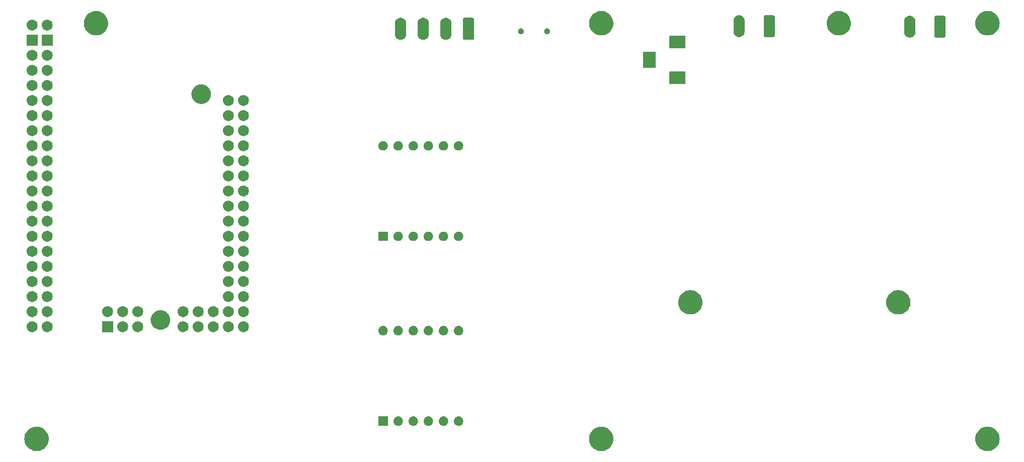
<source format=gbr>
%TF.GenerationSoftware,KiCad,Pcbnew,8.0.3*%
%TF.CreationDate,2024-07-06T20:01:25-04:00*%
%TF.ProjectId,UMTK,554d544b-2e6b-4696-9361-645f70636258,rev?*%
%TF.SameCoordinates,Original*%
%TF.FileFunction,Soldermask,Bot*%
%TF.FilePolarity,Negative*%
%FSLAX46Y46*%
G04 Gerber Fmt 4.6, Leading zero omitted, Abs format (unit mm)*
G04 Created by KiCad (PCBNEW 8.0.3) date 2024-07-06 20:01:25*
%MOMM*%
%LPD*%
G01*
G04 APERTURE LIST*
G04 APERTURE END LIST*
G36*
X25417085Y-92992878D02*
G01*
X25686503Y-93068365D01*
X25943133Y-93179835D01*
X26182195Y-93325212D01*
X26399234Y-93501786D01*
X26590208Y-93706270D01*
X26751560Y-93934853D01*
X26880283Y-94183278D01*
X26973980Y-94446917D01*
X27030906Y-94720858D01*
X27050000Y-95000000D01*
X27030906Y-95279142D01*
X26973980Y-95553083D01*
X26880283Y-95816722D01*
X26751560Y-96065147D01*
X26590208Y-96293730D01*
X26399234Y-96498214D01*
X26182195Y-96674788D01*
X25943133Y-96820165D01*
X25686503Y-96931635D01*
X25417085Y-97007122D01*
X25139897Y-97045221D01*
X24860103Y-97045221D01*
X24582915Y-97007122D01*
X24313497Y-96931635D01*
X24056867Y-96820165D01*
X23817805Y-96674788D01*
X23600766Y-96498214D01*
X23409792Y-96293730D01*
X23248440Y-96065147D01*
X23119717Y-95816722D01*
X23026020Y-95553083D01*
X22969094Y-95279142D01*
X22950000Y-95000000D01*
X22969094Y-94720858D01*
X23026020Y-94446917D01*
X23119717Y-94183278D01*
X23248440Y-93934853D01*
X23409792Y-93706270D01*
X23600766Y-93501786D01*
X23817805Y-93325212D01*
X24056867Y-93179835D01*
X24313497Y-93068365D01*
X24582915Y-92992878D01*
X24860103Y-92954779D01*
X25139897Y-92954779D01*
X25417085Y-92992878D01*
G37*
G36*
X120417085Y-92992878D02*
G01*
X120686503Y-93068365D01*
X120943133Y-93179835D01*
X121182195Y-93325212D01*
X121399234Y-93501786D01*
X121590208Y-93706270D01*
X121751560Y-93934853D01*
X121880283Y-94183278D01*
X121973980Y-94446917D01*
X122030906Y-94720858D01*
X122050000Y-95000000D01*
X122030906Y-95279142D01*
X121973980Y-95553083D01*
X121880283Y-95816722D01*
X121751560Y-96065147D01*
X121590208Y-96293730D01*
X121399234Y-96498214D01*
X121182195Y-96674788D01*
X120943133Y-96820165D01*
X120686503Y-96931635D01*
X120417085Y-97007122D01*
X120139897Y-97045221D01*
X119860103Y-97045221D01*
X119582915Y-97007122D01*
X119313497Y-96931635D01*
X119056867Y-96820165D01*
X118817805Y-96674788D01*
X118600766Y-96498214D01*
X118409792Y-96293730D01*
X118248440Y-96065147D01*
X118119717Y-95816722D01*
X118026020Y-95553083D01*
X117969094Y-95279142D01*
X117950000Y-95000000D01*
X117969094Y-94720858D01*
X118026020Y-94446917D01*
X118119717Y-94183278D01*
X118248440Y-93934853D01*
X118409792Y-93706270D01*
X118600766Y-93501786D01*
X118817805Y-93325212D01*
X119056867Y-93179835D01*
X119313497Y-93068365D01*
X119582915Y-92992878D01*
X119860103Y-92954779D01*
X120139897Y-92954779D01*
X120417085Y-92992878D01*
G37*
G36*
X185417085Y-92992878D02*
G01*
X185686503Y-93068365D01*
X185943133Y-93179835D01*
X186182195Y-93325212D01*
X186399234Y-93501786D01*
X186590208Y-93706270D01*
X186751560Y-93934853D01*
X186880283Y-94183278D01*
X186973980Y-94446917D01*
X187030906Y-94720858D01*
X187050000Y-95000000D01*
X187030906Y-95279142D01*
X186973980Y-95553083D01*
X186880283Y-95816722D01*
X186751560Y-96065147D01*
X186590208Y-96293730D01*
X186399234Y-96498214D01*
X186182195Y-96674788D01*
X185943133Y-96820165D01*
X185686503Y-96931635D01*
X185417085Y-97007122D01*
X185139897Y-97045221D01*
X184860103Y-97045221D01*
X184582915Y-97007122D01*
X184313497Y-96931635D01*
X184056867Y-96820165D01*
X183817805Y-96674788D01*
X183600766Y-96498214D01*
X183409792Y-96293730D01*
X183248440Y-96065147D01*
X183119717Y-95816722D01*
X183026020Y-95553083D01*
X182969094Y-95279142D01*
X182950000Y-95000000D01*
X182969094Y-94720858D01*
X183026020Y-94446917D01*
X183119717Y-94183278D01*
X183248440Y-93934853D01*
X183409792Y-93706270D01*
X183600766Y-93501786D01*
X183817805Y-93325212D01*
X184056867Y-93179835D01*
X184313497Y-93068365D01*
X184582915Y-92992878D01*
X184860103Y-92954779D01*
X185139897Y-92954779D01*
X185417085Y-92992878D01*
G37*
G36*
X84069134Y-91203806D02*
G01*
X84085355Y-91214645D01*
X84096194Y-91230866D01*
X84100000Y-91250000D01*
X84100000Y-92750000D01*
X84096194Y-92769134D01*
X84085355Y-92785355D01*
X84069134Y-92796194D01*
X84050000Y-92800000D01*
X82550000Y-92800000D01*
X82530866Y-92796194D01*
X82514645Y-92785355D01*
X82503806Y-92769134D01*
X82500000Y-92750000D01*
X82500000Y-91250000D01*
X82503806Y-91230866D01*
X82514645Y-91214645D01*
X82530866Y-91203806D01*
X82550000Y-91200000D01*
X84050000Y-91200000D01*
X84069134Y-91203806D01*
G37*
G36*
X85880107Y-91204519D02*
G01*
X85923607Y-91204519D01*
X85972680Y-91214949D01*
X86018017Y-91220058D01*
X86050982Y-91231592D01*
X86087171Y-91239285D01*
X86139321Y-91262504D01*
X86187107Y-91279225D01*
X86211982Y-91294855D01*
X86239931Y-91307299D01*
X86292042Y-91345160D01*
X86338792Y-91374535D01*
X86355580Y-91391323D01*
X86375211Y-91405586D01*
X86423742Y-91459485D01*
X86465465Y-91501208D01*
X86475061Y-91516481D01*
X86487101Y-91529852D01*
X86528288Y-91601190D01*
X86560775Y-91652893D01*
X86564831Y-91664485D01*
X86570712Y-91674671D01*
X86600829Y-91767361D01*
X86619942Y-91821983D01*
X86620666Y-91828414D01*
X86622383Y-91833697D01*
X86637946Y-91981773D01*
X86640000Y-92000000D01*
X86637946Y-92018228D01*
X86622383Y-92166302D01*
X86620666Y-92171583D01*
X86619942Y-92178017D01*
X86600824Y-92232651D01*
X86570712Y-92325328D01*
X86564832Y-92335512D01*
X86560775Y-92347107D01*
X86528280Y-92398820D01*
X86487101Y-92470147D01*
X86475063Y-92483515D01*
X86465465Y-92498792D01*
X86423733Y-92540523D01*
X86375211Y-92594413D01*
X86355584Y-92608672D01*
X86338792Y-92625465D01*
X86292032Y-92654846D01*
X86239931Y-92692700D01*
X86211988Y-92705141D01*
X86187107Y-92720775D01*
X86139310Y-92737499D01*
X86087171Y-92760714D01*
X86050987Y-92768405D01*
X86018017Y-92779942D01*
X85972677Y-92785050D01*
X85923607Y-92795481D01*
X85880107Y-92795481D01*
X85840000Y-92800000D01*
X85799893Y-92795481D01*
X85756393Y-92795481D01*
X85707321Y-92785050D01*
X85661983Y-92779942D01*
X85629013Y-92768405D01*
X85592828Y-92760714D01*
X85540684Y-92737497D01*
X85492893Y-92720775D01*
X85468014Y-92705142D01*
X85440068Y-92692700D01*
X85387960Y-92654841D01*
X85341208Y-92625465D01*
X85324418Y-92608675D01*
X85304788Y-92594413D01*
X85256256Y-92540513D01*
X85214535Y-92498792D01*
X85204938Y-92483519D01*
X85192898Y-92470147D01*
X85151706Y-92398801D01*
X85119225Y-92347107D01*
X85115169Y-92335516D01*
X85109287Y-92325328D01*
X85079161Y-92232611D01*
X85060058Y-92178017D01*
X85059333Y-92171588D01*
X85057616Y-92166302D01*
X85042038Y-92018096D01*
X85040000Y-92000000D01*
X85042038Y-91981905D01*
X85057616Y-91833697D01*
X85059333Y-91828410D01*
X85060058Y-91821983D01*
X85079156Y-91767401D01*
X85109287Y-91674671D01*
X85115170Y-91664480D01*
X85119225Y-91652893D01*
X85151699Y-91601209D01*
X85192898Y-91529852D01*
X85204940Y-91516477D01*
X85214535Y-91501208D01*
X85256247Y-91459495D01*
X85304788Y-91405586D01*
X85324421Y-91391321D01*
X85341208Y-91374535D01*
X85387954Y-91345162D01*
X85440069Y-91307299D01*
X85468017Y-91294855D01*
X85492893Y-91279225D01*
X85540675Y-91262505D01*
X85592828Y-91239285D01*
X85629019Y-91231592D01*
X85661983Y-91220058D01*
X85707318Y-91214949D01*
X85756393Y-91204519D01*
X85799893Y-91204519D01*
X85840000Y-91200000D01*
X85880107Y-91204519D01*
G37*
G36*
X88420107Y-91204519D02*
G01*
X88463607Y-91204519D01*
X88512680Y-91214949D01*
X88558017Y-91220058D01*
X88590982Y-91231592D01*
X88627171Y-91239285D01*
X88679321Y-91262504D01*
X88727107Y-91279225D01*
X88751982Y-91294855D01*
X88779931Y-91307299D01*
X88832042Y-91345160D01*
X88878792Y-91374535D01*
X88895580Y-91391323D01*
X88915211Y-91405586D01*
X88963742Y-91459485D01*
X89005465Y-91501208D01*
X89015061Y-91516481D01*
X89027101Y-91529852D01*
X89068288Y-91601190D01*
X89100775Y-91652893D01*
X89104831Y-91664485D01*
X89110712Y-91674671D01*
X89140829Y-91767361D01*
X89159942Y-91821983D01*
X89160666Y-91828414D01*
X89162383Y-91833697D01*
X89177946Y-91981773D01*
X89180000Y-92000000D01*
X89177946Y-92018228D01*
X89162383Y-92166302D01*
X89160666Y-92171583D01*
X89159942Y-92178017D01*
X89140824Y-92232651D01*
X89110712Y-92325328D01*
X89104832Y-92335512D01*
X89100775Y-92347107D01*
X89068280Y-92398820D01*
X89027101Y-92470147D01*
X89015063Y-92483515D01*
X89005465Y-92498792D01*
X88963733Y-92540523D01*
X88915211Y-92594413D01*
X88895584Y-92608672D01*
X88878792Y-92625465D01*
X88832032Y-92654846D01*
X88779931Y-92692700D01*
X88751988Y-92705141D01*
X88727107Y-92720775D01*
X88679310Y-92737499D01*
X88627171Y-92760714D01*
X88590987Y-92768405D01*
X88558017Y-92779942D01*
X88512677Y-92785050D01*
X88463607Y-92795481D01*
X88420107Y-92795481D01*
X88380000Y-92800000D01*
X88339893Y-92795481D01*
X88296393Y-92795481D01*
X88247321Y-92785050D01*
X88201983Y-92779942D01*
X88169013Y-92768405D01*
X88132828Y-92760714D01*
X88080684Y-92737497D01*
X88032893Y-92720775D01*
X88008014Y-92705142D01*
X87980068Y-92692700D01*
X87927960Y-92654841D01*
X87881208Y-92625465D01*
X87864418Y-92608675D01*
X87844788Y-92594413D01*
X87796256Y-92540513D01*
X87754535Y-92498792D01*
X87744938Y-92483519D01*
X87732898Y-92470147D01*
X87691706Y-92398801D01*
X87659225Y-92347107D01*
X87655169Y-92335516D01*
X87649287Y-92325328D01*
X87619161Y-92232611D01*
X87600058Y-92178017D01*
X87599333Y-92171588D01*
X87597616Y-92166302D01*
X87582038Y-92018096D01*
X87580000Y-92000000D01*
X87582038Y-91981905D01*
X87597616Y-91833697D01*
X87599333Y-91828410D01*
X87600058Y-91821983D01*
X87619156Y-91767401D01*
X87649287Y-91674671D01*
X87655170Y-91664480D01*
X87659225Y-91652893D01*
X87691699Y-91601209D01*
X87732898Y-91529852D01*
X87744940Y-91516477D01*
X87754535Y-91501208D01*
X87796247Y-91459495D01*
X87844788Y-91405586D01*
X87864421Y-91391321D01*
X87881208Y-91374535D01*
X87927954Y-91345162D01*
X87980069Y-91307299D01*
X88008017Y-91294855D01*
X88032893Y-91279225D01*
X88080675Y-91262505D01*
X88132828Y-91239285D01*
X88169019Y-91231592D01*
X88201983Y-91220058D01*
X88247318Y-91214949D01*
X88296393Y-91204519D01*
X88339893Y-91204519D01*
X88380000Y-91200000D01*
X88420107Y-91204519D01*
G37*
G36*
X90960107Y-91204519D02*
G01*
X91003607Y-91204519D01*
X91052680Y-91214949D01*
X91098017Y-91220058D01*
X91130982Y-91231592D01*
X91167171Y-91239285D01*
X91219321Y-91262504D01*
X91267107Y-91279225D01*
X91291982Y-91294855D01*
X91319931Y-91307299D01*
X91372042Y-91345160D01*
X91418792Y-91374535D01*
X91435580Y-91391323D01*
X91455211Y-91405586D01*
X91503742Y-91459485D01*
X91545465Y-91501208D01*
X91555061Y-91516481D01*
X91567101Y-91529852D01*
X91608288Y-91601190D01*
X91640775Y-91652893D01*
X91644831Y-91664485D01*
X91650712Y-91674671D01*
X91680829Y-91767361D01*
X91699942Y-91821983D01*
X91700666Y-91828414D01*
X91702383Y-91833697D01*
X91717946Y-91981773D01*
X91720000Y-92000000D01*
X91717946Y-92018228D01*
X91702383Y-92166302D01*
X91700666Y-92171583D01*
X91699942Y-92178017D01*
X91680824Y-92232651D01*
X91650712Y-92325328D01*
X91644832Y-92335512D01*
X91640775Y-92347107D01*
X91608280Y-92398820D01*
X91567101Y-92470147D01*
X91555063Y-92483515D01*
X91545465Y-92498792D01*
X91503733Y-92540523D01*
X91455211Y-92594413D01*
X91435584Y-92608672D01*
X91418792Y-92625465D01*
X91372032Y-92654846D01*
X91319931Y-92692700D01*
X91291988Y-92705141D01*
X91267107Y-92720775D01*
X91219310Y-92737499D01*
X91167171Y-92760714D01*
X91130987Y-92768405D01*
X91098017Y-92779942D01*
X91052677Y-92785050D01*
X91003607Y-92795481D01*
X90960107Y-92795481D01*
X90920000Y-92800000D01*
X90879893Y-92795481D01*
X90836393Y-92795481D01*
X90787321Y-92785050D01*
X90741983Y-92779942D01*
X90709013Y-92768405D01*
X90672828Y-92760714D01*
X90620684Y-92737497D01*
X90572893Y-92720775D01*
X90548014Y-92705142D01*
X90520068Y-92692700D01*
X90467960Y-92654841D01*
X90421208Y-92625465D01*
X90404418Y-92608675D01*
X90384788Y-92594413D01*
X90336256Y-92540513D01*
X90294535Y-92498792D01*
X90284938Y-92483519D01*
X90272898Y-92470147D01*
X90231706Y-92398801D01*
X90199225Y-92347107D01*
X90195169Y-92335516D01*
X90189287Y-92325328D01*
X90159161Y-92232611D01*
X90140058Y-92178017D01*
X90139333Y-92171588D01*
X90137616Y-92166302D01*
X90122038Y-92018096D01*
X90120000Y-92000000D01*
X90122038Y-91981905D01*
X90137616Y-91833697D01*
X90139333Y-91828410D01*
X90140058Y-91821983D01*
X90159156Y-91767401D01*
X90189287Y-91674671D01*
X90195170Y-91664480D01*
X90199225Y-91652893D01*
X90231699Y-91601209D01*
X90272898Y-91529852D01*
X90284940Y-91516477D01*
X90294535Y-91501208D01*
X90336247Y-91459495D01*
X90384788Y-91405586D01*
X90404421Y-91391321D01*
X90421208Y-91374535D01*
X90467954Y-91345162D01*
X90520069Y-91307299D01*
X90548017Y-91294855D01*
X90572893Y-91279225D01*
X90620675Y-91262505D01*
X90672828Y-91239285D01*
X90709019Y-91231592D01*
X90741983Y-91220058D01*
X90787318Y-91214949D01*
X90836393Y-91204519D01*
X90879893Y-91204519D01*
X90920000Y-91200000D01*
X90960107Y-91204519D01*
G37*
G36*
X93500107Y-91204519D02*
G01*
X93543607Y-91204519D01*
X93592680Y-91214949D01*
X93638017Y-91220058D01*
X93670982Y-91231592D01*
X93707171Y-91239285D01*
X93759321Y-91262504D01*
X93807107Y-91279225D01*
X93831982Y-91294855D01*
X93859931Y-91307299D01*
X93912042Y-91345160D01*
X93958792Y-91374535D01*
X93975580Y-91391323D01*
X93995211Y-91405586D01*
X94043742Y-91459485D01*
X94085465Y-91501208D01*
X94095061Y-91516481D01*
X94107101Y-91529852D01*
X94148288Y-91601190D01*
X94180775Y-91652893D01*
X94184831Y-91664485D01*
X94190712Y-91674671D01*
X94220829Y-91767361D01*
X94239942Y-91821983D01*
X94240666Y-91828414D01*
X94242383Y-91833697D01*
X94257946Y-91981773D01*
X94260000Y-92000000D01*
X94257946Y-92018228D01*
X94242383Y-92166302D01*
X94240666Y-92171583D01*
X94239942Y-92178017D01*
X94220824Y-92232651D01*
X94190712Y-92325328D01*
X94184832Y-92335512D01*
X94180775Y-92347107D01*
X94148280Y-92398820D01*
X94107101Y-92470147D01*
X94095063Y-92483515D01*
X94085465Y-92498792D01*
X94043733Y-92540523D01*
X93995211Y-92594413D01*
X93975584Y-92608672D01*
X93958792Y-92625465D01*
X93912032Y-92654846D01*
X93859931Y-92692700D01*
X93831988Y-92705141D01*
X93807107Y-92720775D01*
X93759310Y-92737499D01*
X93707171Y-92760714D01*
X93670987Y-92768405D01*
X93638017Y-92779942D01*
X93592677Y-92785050D01*
X93543607Y-92795481D01*
X93500107Y-92795481D01*
X93460000Y-92800000D01*
X93419893Y-92795481D01*
X93376393Y-92795481D01*
X93327321Y-92785050D01*
X93281983Y-92779942D01*
X93249013Y-92768405D01*
X93212828Y-92760714D01*
X93160684Y-92737497D01*
X93112893Y-92720775D01*
X93088014Y-92705142D01*
X93060068Y-92692700D01*
X93007960Y-92654841D01*
X92961208Y-92625465D01*
X92944418Y-92608675D01*
X92924788Y-92594413D01*
X92876256Y-92540513D01*
X92834535Y-92498792D01*
X92824938Y-92483519D01*
X92812898Y-92470147D01*
X92771706Y-92398801D01*
X92739225Y-92347107D01*
X92735169Y-92335516D01*
X92729287Y-92325328D01*
X92699161Y-92232611D01*
X92680058Y-92178017D01*
X92679333Y-92171588D01*
X92677616Y-92166302D01*
X92662038Y-92018096D01*
X92660000Y-92000000D01*
X92662038Y-91981905D01*
X92677616Y-91833697D01*
X92679333Y-91828410D01*
X92680058Y-91821983D01*
X92699156Y-91767401D01*
X92729287Y-91674671D01*
X92735170Y-91664480D01*
X92739225Y-91652893D01*
X92771699Y-91601209D01*
X92812898Y-91529852D01*
X92824940Y-91516477D01*
X92834535Y-91501208D01*
X92876247Y-91459495D01*
X92924788Y-91405586D01*
X92944421Y-91391321D01*
X92961208Y-91374535D01*
X93007954Y-91345162D01*
X93060069Y-91307299D01*
X93088017Y-91294855D01*
X93112893Y-91279225D01*
X93160675Y-91262505D01*
X93212828Y-91239285D01*
X93249019Y-91231592D01*
X93281983Y-91220058D01*
X93327318Y-91214949D01*
X93376393Y-91204519D01*
X93419893Y-91204519D01*
X93460000Y-91200000D01*
X93500107Y-91204519D01*
G37*
G36*
X96040107Y-91204519D02*
G01*
X96083607Y-91204519D01*
X96132680Y-91214949D01*
X96178017Y-91220058D01*
X96210982Y-91231592D01*
X96247171Y-91239285D01*
X96299321Y-91262504D01*
X96347107Y-91279225D01*
X96371982Y-91294855D01*
X96399931Y-91307299D01*
X96452042Y-91345160D01*
X96498792Y-91374535D01*
X96515580Y-91391323D01*
X96535211Y-91405586D01*
X96583742Y-91459485D01*
X96625465Y-91501208D01*
X96635061Y-91516481D01*
X96647101Y-91529852D01*
X96688288Y-91601190D01*
X96720775Y-91652893D01*
X96724831Y-91664485D01*
X96730712Y-91674671D01*
X96760829Y-91767361D01*
X96779942Y-91821983D01*
X96780666Y-91828414D01*
X96782383Y-91833697D01*
X96797946Y-91981773D01*
X96800000Y-92000000D01*
X96797946Y-92018228D01*
X96782383Y-92166302D01*
X96780666Y-92171583D01*
X96779942Y-92178017D01*
X96760824Y-92232651D01*
X96730712Y-92325328D01*
X96724832Y-92335512D01*
X96720775Y-92347107D01*
X96688280Y-92398820D01*
X96647101Y-92470147D01*
X96635063Y-92483515D01*
X96625465Y-92498792D01*
X96583733Y-92540523D01*
X96535211Y-92594413D01*
X96515584Y-92608672D01*
X96498792Y-92625465D01*
X96452032Y-92654846D01*
X96399931Y-92692700D01*
X96371988Y-92705141D01*
X96347107Y-92720775D01*
X96299310Y-92737499D01*
X96247171Y-92760714D01*
X96210987Y-92768405D01*
X96178017Y-92779942D01*
X96132677Y-92785050D01*
X96083607Y-92795481D01*
X96040107Y-92795481D01*
X96000000Y-92800000D01*
X95959893Y-92795481D01*
X95916393Y-92795481D01*
X95867321Y-92785050D01*
X95821983Y-92779942D01*
X95789013Y-92768405D01*
X95752828Y-92760714D01*
X95700684Y-92737497D01*
X95652893Y-92720775D01*
X95628014Y-92705142D01*
X95600068Y-92692700D01*
X95547960Y-92654841D01*
X95501208Y-92625465D01*
X95484418Y-92608675D01*
X95464788Y-92594413D01*
X95416256Y-92540513D01*
X95374535Y-92498792D01*
X95364938Y-92483519D01*
X95352898Y-92470147D01*
X95311706Y-92398801D01*
X95279225Y-92347107D01*
X95275169Y-92335516D01*
X95269287Y-92325328D01*
X95239161Y-92232611D01*
X95220058Y-92178017D01*
X95219333Y-92171588D01*
X95217616Y-92166302D01*
X95202038Y-92018096D01*
X95200000Y-92000000D01*
X95202038Y-91981905D01*
X95217616Y-91833697D01*
X95219333Y-91828410D01*
X95220058Y-91821983D01*
X95239156Y-91767401D01*
X95269287Y-91674671D01*
X95275170Y-91664480D01*
X95279225Y-91652893D01*
X95311699Y-91601209D01*
X95352898Y-91529852D01*
X95364940Y-91516477D01*
X95374535Y-91501208D01*
X95416247Y-91459495D01*
X95464788Y-91405586D01*
X95484421Y-91391321D01*
X95501208Y-91374535D01*
X95547954Y-91345162D01*
X95600069Y-91307299D01*
X95628017Y-91294855D01*
X95652893Y-91279225D01*
X95700675Y-91262505D01*
X95752828Y-91239285D01*
X95789019Y-91231592D01*
X95821983Y-91220058D01*
X95867318Y-91214949D01*
X95916393Y-91204519D01*
X95959893Y-91204519D01*
X96000000Y-91200000D01*
X96040107Y-91204519D01*
G37*
G36*
X83340107Y-75964519D02*
G01*
X83383607Y-75964519D01*
X83432680Y-75974949D01*
X83478017Y-75980058D01*
X83510982Y-75991592D01*
X83547171Y-75999285D01*
X83599321Y-76022504D01*
X83647107Y-76039225D01*
X83671982Y-76054855D01*
X83699931Y-76067299D01*
X83752042Y-76105160D01*
X83798792Y-76134535D01*
X83815580Y-76151323D01*
X83835211Y-76165586D01*
X83883742Y-76219485D01*
X83925465Y-76261208D01*
X83935061Y-76276481D01*
X83947101Y-76289852D01*
X83988288Y-76361190D01*
X84020775Y-76412893D01*
X84024831Y-76424485D01*
X84030712Y-76434671D01*
X84060829Y-76527361D01*
X84079942Y-76581983D01*
X84080666Y-76588414D01*
X84082383Y-76593697D01*
X84097946Y-76741773D01*
X84100000Y-76760000D01*
X84097946Y-76778228D01*
X84082383Y-76926302D01*
X84080666Y-76931583D01*
X84079942Y-76938017D01*
X84060824Y-76992651D01*
X84030712Y-77085328D01*
X84024832Y-77095512D01*
X84020775Y-77107107D01*
X83988280Y-77158820D01*
X83947101Y-77230147D01*
X83935063Y-77243515D01*
X83925465Y-77258792D01*
X83883733Y-77300523D01*
X83835211Y-77354413D01*
X83815584Y-77368672D01*
X83798792Y-77385465D01*
X83752032Y-77414846D01*
X83699931Y-77452700D01*
X83671988Y-77465141D01*
X83647107Y-77480775D01*
X83599310Y-77497499D01*
X83547171Y-77520714D01*
X83510987Y-77528405D01*
X83478017Y-77539942D01*
X83432677Y-77545050D01*
X83383607Y-77555481D01*
X83340107Y-77555481D01*
X83300000Y-77560000D01*
X83259893Y-77555481D01*
X83216393Y-77555481D01*
X83167321Y-77545050D01*
X83121983Y-77539942D01*
X83089013Y-77528405D01*
X83052828Y-77520714D01*
X83000684Y-77497497D01*
X82952893Y-77480775D01*
X82928014Y-77465142D01*
X82900068Y-77452700D01*
X82847960Y-77414841D01*
X82801208Y-77385465D01*
X82784418Y-77368675D01*
X82764788Y-77354413D01*
X82716256Y-77300513D01*
X82674535Y-77258792D01*
X82664938Y-77243519D01*
X82652898Y-77230147D01*
X82611706Y-77158801D01*
X82579225Y-77107107D01*
X82575169Y-77095516D01*
X82569287Y-77085328D01*
X82539161Y-76992611D01*
X82520058Y-76938017D01*
X82519333Y-76931588D01*
X82517616Y-76926302D01*
X82502038Y-76778096D01*
X82500000Y-76760000D01*
X82502038Y-76741905D01*
X82517616Y-76593697D01*
X82519333Y-76588410D01*
X82520058Y-76581983D01*
X82539156Y-76527401D01*
X82569287Y-76434671D01*
X82575170Y-76424480D01*
X82579225Y-76412893D01*
X82611699Y-76361209D01*
X82652898Y-76289852D01*
X82664940Y-76276477D01*
X82674535Y-76261208D01*
X82716247Y-76219495D01*
X82764788Y-76165586D01*
X82784421Y-76151321D01*
X82801208Y-76134535D01*
X82847954Y-76105162D01*
X82900069Y-76067299D01*
X82928017Y-76054855D01*
X82952893Y-76039225D01*
X83000675Y-76022505D01*
X83052828Y-75999285D01*
X83089019Y-75991592D01*
X83121983Y-75980058D01*
X83167318Y-75974949D01*
X83216393Y-75964519D01*
X83259893Y-75964519D01*
X83300000Y-75960000D01*
X83340107Y-75964519D01*
G37*
G36*
X85880107Y-75964519D02*
G01*
X85923607Y-75964519D01*
X85972680Y-75974949D01*
X86018017Y-75980058D01*
X86050982Y-75991592D01*
X86087171Y-75999285D01*
X86139321Y-76022504D01*
X86187107Y-76039225D01*
X86211982Y-76054855D01*
X86239931Y-76067299D01*
X86292042Y-76105160D01*
X86338792Y-76134535D01*
X86355580Y-76151323D01*
X86375211Y-76165586D01*
X86423742Y-76219485D01*
X86465465Y-76261208D01*
X86475061Y-76276481D01*
X86487101Y-76289852D01*
X86528288Y-76361190D01*
X86560775Y-76412893D01*
X86564831Y-76424485D01*
X86570712Y-76434671D01*
X86600829Y-76527361D01*
X86619942Y-76581983D01*
X86620666Y-76588414D01*
X86622383Y-76593697D01*
X86637946Y-76741773D01*
X86640000Y-76760000D01*
X86637946Y-76778228D01*
X86622383Y-76926302D01*
X86620666Y-76931583D01*
X86619942Y-76938017D01*
X86600824Y-76992651D01*
X86570712Y-77085328D01*
X86564832Y-77095512D01*
X86560775Y-77107107D01*
X86528280Y-77158820D01*
X86487101Y-77230147D01*
X86475063Y-77243515D01*
X86465465Y-77258792D01*
X86423733Y-77300523D01*
X86375211Y-77354413D01*
X86355584Y-77368672D01*
X86338792Y-77385465D01*
X86292032Y-77414846D01*
X86239931Y-77452700D01*
X86211988Y-77465141D01*
X86187107Y-77480775D01*
X86139310Y-77497499D01*
X86087171Y-77520714D01*
X86050987Y-77528405D01*
X86018017Y-77539942D01*
X85972677Y-77545050D01*
X85923607Y-77555481D01*
X85880107Y-77555481D01*
X85840000Y-77560000D01*
X85799893Y-77555481D01*
X85756393Y-77555481D01*
X85707321Y-77545050D01*
X85661983Y-77539942D01*
X85629013Y-77528405D01*
X85592828Y-77520714D01*
X85540684Y-77497497D01*
X85492893Y-77480775D01*
X85468014Y-77465142D01*
X85440068Y-77452700D01*
X85387960Y-77414841D01*
X85341208Y-77385465D01*
X85324418Y-77368675D01*
X85304788Y-77354413D01*
X85256256Y-77300513D01*
X85214535Y-77258792D01*
X85204938Y-77243519D01*
X85192898Y-77230147D01*
X85151706Y-77158801D01*
X85119225Y-77107107D01*
X85115169Y-77095516D01*
X85109287Y-77085328D01*
X85079161Y-76992611D01*
X85060058Y-76938017D01*
X85059333Y-76931588D01*
X85057616Y-76926302D01*
X85042038Y-76778096D01*
X85040000Y-76760000D01*
X85042038Y-76741905D01*
X85057616Y-76593697D01*
X85059333Y-76588410D01*
X85060058Y-76581983D01*
X85079156Y-76527401D01*
X85109287Y-76434671D01*
X85115170Y-76424480D01*
X85119225Y-76412893D01*
X85151699Y-76361209D01*
X85192898Y-76289852D01*
X85204940Y-76276477D01*
X85214535Y-76261208D01*
X85256247Y-76219495D01*
X85304788Y-76165586D01*
X85324421Y-76151321D01*
X85341208Y-76134535D01*
X85387954Y-76105162D01*
X85440069Y-76067299D01*
X85468017Y-76054855D01*
X85492893Y-76039225D01*
X85540675Y-76022505D01*
X85592828Y-75999285D01*
X85629019Y-75991592D01*
X85661983Y-75980058D01*
X85707318Y-75974949D01*
X85756393Y-75964519D01*
X85799893Y-75964519D01*
X85840000Y-75960000D01*
X85880107Y-75964519D01*
G37*
G36*
X88420107Y-75964519D02*
G01*
X88463607Y-75964519D01*
X88512680Y-75974949D01*
X88558017Y-75980058D01*
X88590982Y-75991592D01*
X88627171Y-75999285D01*
X88679321Y-76022504D01*
X88727107Y-76039225D01*
X88751982Y-76054855D01*
X88779931Y-76067299D01*
X88832042Y-76105160D01*
X88878792Y-76134535D01*
X88895580Y-76151323D01*
X88915211Y-76165586D01*
X88963742Y-76219485D01*
X89005465Y-76261208D01*
X89015061Y-76276481D01*
X89027101Y-76289852D01*
X89068288Y-76361190D01*
X89100775Y-76412893D01*
X89104831Y-76424485D01*
X89110712Y-76434671D01*
X89140829Y-76527361D01*
X89159942Y-76581983D01*
X89160666Y-76588414D01*
X89162383Y-76593697D01*
X89177946Y-76741773D01*
X89180000Y-76760000D01*
X89177946Y-76778228D01*
X89162383Y-76926302D01*
X89160666Y-76931583D01*
X89159942Y-76938017D01*
X89140824Y-76992651D01*
X89110712Y-77085328D01*
X89104832Y-77095512D01*
X89100775Y-77107107D01*
X89068280Y-77158820D01*
X89027101Y-77230147D01*
X89015063Y-77243515D01*
X89005465Y-77258792D01*
X88963733Y-77300523D01*
X88915211Y-77354413D01*
X88895584Y-77368672D01*
X88878792Y-77385465D01*
X88832032Y-77414846D01*
X88779931Y-77452700D01*
X88751988Y-77465141D01*
X88727107Y-77480775D01*
X88679310Y-77497499D01*
X88627171Y-77520714D01*
X88590987Y-77528405D01*
X88558017Y-77539942D01*
X88512677Y-77545050D01*
X88463607Y-77555481D01*
X88420107Y-77555481D01*
X88380000Y-77560000D01*
X88339893Y-77555481D01*
X88296393Y-77555481D01*
X88247321Y-77545050D01*
X88201983Y-77539942D01*
X88169013Y-77528405D01*
X88132828Y-77520714D01*
X88080684Y-77497497D01*
X88032893Y-77480775D01*
X88008014Y-77465142D01*
X87980068Y-77452700D01*
X87927960Y-77414841D01*
X87881208Y-77385465D01*
X87864418Y-77368675D01*
X87844788Y-77354413D01*
X87796256Y-77300513D01*
X87754535Y-77258792D01*
X87744938Y-77243519D01*
X87732898Y-77230147D01*
X87691706Y-77158801D01*
X87659225Y-77107107D01*
X87655169Y-77095516D01*
X87649287Y-77085328D01*
X87619161Y-76992611D01*
X87600058Y-76938017D01*
X87599333Y-76931588D01*
X87597616Y-76926302D01*
X87582038Y-76778096D01*
X87580000Y-76760000D01*
X87582038Y-76741905D01*
X87597616Y-76593697D01*
X87599333Y-76588410D01*
X87600058Y-76581983D01*
X87619156Y-76527401D01*
X87649287Y-76434671D01*
X87655170Y-76424480D01*
X87659225Y-76412893D01*
X87691699Y-76361209D01*
X87732898Y-76289852D01*
X87744940Y-76276477D01*
X87754535Y-76261208D01*
X87796247Y-76219495D01*
X87844788Y-76165586D01*
X87864421Y-76151321D01*
X87881208Y-76134535D01*
X87927954Y-76105162D01*
X87980069Y-76067299D01*
X88008017Y-76054855D01*
X88032893Y-76039225D01*
X88080675Y-76022505D01*
X88132828Y-75999285D01*
X88169019Y-75991592D01*
X88201983Y-75980058D01*
X88247318Y-75974949D01*
X88296393Y-75964519D01*
X88339893Y-75964519D01*
X88380000Y-75960000D01*
X88420107Y-75964519D01*
G37*
G36*
X90960107Y-75964519D02*
G01*
X91003607Y-75964519D01*
X91052680Y-75974949D01*
X91098017Y-75980058D01*
X91130982Y-75991592D01*
X91167171Y-75999285D01*
X91219321Y-76022504D01*
X91267107Y-76039225D01*
X91291982Y-76054855D01*
X91319931Y-76067299D01*
X91372042Y-76105160D01*
X91418792Y-76134535D01*
X91435580Y-76151323D01*
X91455211Y-76165586D01*
X91503742Y-76219485D01*
X91545465Y-76261208D01*
X91555061Y-76276481D01*
X91567101Y-76289852D01*
X91608288Y-76361190D01*
X91640775Y-76412893D01*
X91644831Y-76424485D01*
X91650712Y-76434671D01*
X91680829Y-76527361D01*
X91699942Y-76581983D01*
X91700666Y-76588414D01*
X91702383Y-76593697D01*
X91717946Y-76741773D01*
X91720000Y-76760000D01*
X91717946Y-76778228D01*
X91702383Y-76926302D01*
X91700666Y-76931583D01*
X91699942Y-76938017D01*
X91680824Y-76992651D01*
X91650712Y-77085328D01*
X91644832Y-77095512D01*
X91640775Y-77107107D01*
X91608280Y-77158820D01*
X91567101Y-77230147D01*
X91555063Y-77243515D01*
X91545465Y-77258792D01*
X91503733Y-77300523D01*
X91455211Y-77354413D01*
X91435584Y-77368672D01*
X91418792Y-77385465D01*
X91372032Y-77414846D01*
X91319931Y-77452700D01*
X91291988Y-77465141D01*
X91267107Y-77480775D01*
X91219310Y-77497499D01*
X91167171Y-77520714D01*
X91130987Y-77528405D01*
X91098017Y-77539942D01*
X91052677Y-77545050D01*
X91003607Y-77555481D01*
X90960107Y-77555481D01*
X90920000Y-77560000D01*
X90879893Y-77555481D01*
X90836393Y-77555481D01*
X90787321Y-77545050D01*
X90741983Y-77539942D01*
X90709013Y-77528405D01*
X90672828Y-77520714D01*
X90620684Y-77497497D01*
X90572893Y-77480775D01*
X90548014Y-77465142D01*
X90520068Y-77452700D01*
X90467960Y-77414841D01*
X90421208Y-77385465D01*
X90404418Y-77368675D01*
X90384788Y-77354413D01*
X90336256Y-77300513D01*
X90294535Y-77258792D01*
X90284938Y-77243519D01*
X90272898Y-77230147D01*
X90231706Y-77158801D01*
X90199225Y-77107107D01*
X90195169Y-77095516D01*
X90189287Y-77085328D01*
X90159161Y-76992611D01*
X90140058Y-76938017D01*
X90139333Y-76931588D01*
X90137616Y-76926302D01*
X90122038Y-76778096D01*
X90120000Y-76760000D01*
X90122038Y-76741905D01*
X90137616Y-76593697D01*
X90139333Y-76588410D01*
X90140058Y-76581983D01*
X90159156Y-76527401D01*
X90189287Y-76434671D01*
X90195170Y-76424480D01*
X90199225Y-76412893D01*
X90231699Y-76361209D01*
X90272898Y-76289852D01*
X90284940Y-76276477D01*
X90294535Y-76261208D01*
X90336247Y-76219495D01*
X90384788Y-76165586D01*
X90404421Y-76151321D01*
X90421208Y-76134535D01*
X90467954Y-76105162D01*
X90520069Y-76067299D01*
X90548017Y-76054855D01*
X90572893Y-76039225D01*
X90620675Y-76022505D01*
X90672828Y-75999285D01*
X90709019Y-75991592D01*
X90741983Y-75980058D01*
X90787318Y-75974949D01*
X90836393Y-75964519D01*
X90879893Y-75964519D01*
X90920000Y-75960000D01*
X90960107Y-75964519D01*
G37*
G36*
X93500107Y-75964519D02*
G01*
X93543607Y-75964519D01*
X93592680Y-75974949D01*
X93638017Y-75980058D01*
X93670982Y-75991592D01*
X93707171Y-75999285D01*
X93759321Y-76022504D01*
X93807107Y-76039225D01*
X93831982Y-76054855D01*
X93859931Y-76067299D01*
X93912042Y-76105160D01*
X93958792Y-76134535D01*
X93975580Y-76151323D01*
X93995211Y-76165586D01*
X94043742Y-76219485D01*
X94085465Y-76261208D01*
X94095061Y-76276481D01*
X94107101Y-76289852D01*
X94148288Y-76361190D01*
X94180775Y-76412893D01*
X94184831Y-76424485D01*
X94190712Y-76434671D01*
X94220829Y-76527361D01*
X94239942Y-76581983D01*
X94240666Y-76588414D01*
X94242383Y-76593697D01*
X94257946Y-76741773D01*
X94260000Y-76760000D01*
X94257946Y-76778228D01*
X94242383Y-76926302D01*
X94240666Y-76931583D01*
X94239942Y-76938017D01*
X94220824Y-76992651D01*
X94190712Y-77085328D01*
X94184832Y-77095512D01*
X94180775Y-77107107D01*
X94148280Y-77158820D01*
X94107101Y-77230147D01*
X94095063Y-77243515D01*
X94085465Y-77258792D01*
X94043733Y-77300523D01*
X93995211Y-77354413D01*
X93975584Y-77368672D01*
X93958792Y-77385465D01*
X93912032Y-77414846D01*
X93859931Y-77452700D01*
X93831988Y-77465141D01*
X93807107Y-77480775D01*
X93759310Y-77497499D01*
X93707171Y-77520714D01*
X93670987Y-77528405D01*
X93638017Y-77539942D01*
X93592677Y-77545050D01*
X93543607Y-77555481D01*
X93500107Y-77555481D01*
X93460000Y-77560000D01*
X93419893Y-77555481D01*
X93376393Y-77555481D01*
X93327321Y-77545050D01*
X93281983Y-77539942D01*
X93249013Y-77528405D01*
X93212828Y-77520714D01*
X93160684Y-77497497D01*
X93112893Y-77480775D01*
X93088014Y-77465142D01*
X93060068Y-77452700D01*
X93007960Y-77414841D01*
X92961208Y-77385465D01*
X92944418Y-77368675D01*
X92924788Y-77354413D01*
X92876256Y-77300513D01*
X92834535Y-77258792D01*
X92824938Y-77243519D01*
X92812898Y-77230147D01*
X92771706Y-77158801D01*
X92739225Y-77107107D01*
X92735169Y-77095516D01*
X92729287Y-77085328D01*
X92699161Y-76992611D01*
X92680058Y-76938017D01*
X92679333Y-76931588D01*
X92677616Y-76926302D01*
X92662038Y-76778096D01*
X92660000Y-76760000D01*
X92662038Y-76741905D01*
X92677616Y-76593697D01*
X92679333Y-76588410D01*
X92680058Y-76581983D01*
X92699156Y-76527401D01*
X92729287Y-76434671D01*
X92735170Y-76424480D01*
X92739225Y-76412893D01*
X92771699Y-76361209D01*
X92812898Y-76289852D01*
X92824940Y-76276477D01*
X92834535Y-76261208D01*
X92876247Y-76219495D01*
X92924788Y-76165586D01*
X92944421Y-76151321D01*
X92961208Y-76134535D01*
X93007954Y-76105162D01*
X93060069Y-76067299D01*
X93088017Y-76054855D01*
X93112893Y-76039225D01*
X93160675Y-76022505D01*
X93212828Y-75999285D01*
X93249019Y-75991592D01*
X93281983Y-75980058D01*
X93327318Y-75974949D01*
X93376393Y-75964519D01*
X93419893Y-75964519D01*
X93460000Y-75960000D01*
X93500107Y-75964519D01*
G37*
G36*
X96040107Y-75964519D02*
G01*
X96083607Y-75964519D01*
X96132680Y-75974949D01*
X96178017Y-75980058D01*
X96210982Y-75991592D01*
X96247171Y-75999285D01*
X96299321Y-76022504D01*
X96347107Y-76039225D01*
X96371982Y-76054855D01*
X96399931Y-76067299D01*
X96452042Y-76105160D01*
X96498792Y-76134535D01*
X96515580Y-76151323D01*
X96535211Y-76165586D01*
X96583742Y-76219485D01*
X96625465Y-76261208D01*
X96635061Y-76276481D01*
X96647101Y-76289852D01*
X96688288Y-76361190D01*
X96720775Y-76412893D01*
X96724831Y-76424485D01*
X96730712Y-76434671D01*
X96760829Y-76527361D01*
X96779942Y-76581983D01*
X96780666Y-76588414D01*
X96782383Y-76593697D01*
X96797946Y-76741773D01*
X96800000Y-76760000D01*
X96797946Y-76778228D01*
X96782383Y-76926302D01*
X96780666Y-76931583D01*
X96779942Y-76938017D01*
X96760824Y-76992651D01*
X96730712Y-77085328D01*
X96724832Y-77095512D01*
X96720775Y-77107107D01*
X96688280Y-77158820D01*
X96647101Y-77230147D01*
X96635063Y-77243515D01*
X96625465Y-77258792D01*
X96583733Y-77300523D01*
X96535211Y-77354413D01*
X96515584Y-77368672D01*
X96498792Y-77385465D01*
X96452032Y-77414846D01*
X96399931Y-77452700D01*
X96371988Y-77465141D01*
X96347107Y-77480775D01*
X96299310Y-77497499D01*
X96247171Y-77520714D01*
X96210987Y-77528405D01*
X96178017Y-77539942D01*
X96132677Y-77545050D01*
X96083607Y-77555481D01*
X96040107Y-77555481D01*
X96000000Y-77560000D01*
X95959893Y-77555481D01*
X95916393Y-77555481D01*
X95867321Y-77545050D01*
X95821983Y-77539942D01*
X95789013Y-77528405D01*
X95752828Y-77520714D01*
X95700684Y-77497497D01*
X95652893Y-77480775D01*
X95628014Y-77465142D01*
X95600068Y-77452700D01*
X95547960Y-77414841D01*
X95501208Y-77385465D01*
X95484418Y-77368675D01*
X95464788Y-77354413D01*
X95416256Y-77300513D01*
X95374535Y-77258792D01*
X95364938Y-77243519D01*
X95352898Y-77230147D01*
X95311706Y-77158801D01*
X95279225Y-77107107D01*
X95275169Y-77095516D01*
X95269287Y-77085328D01*
X95239161Y-76992611D01*
X95220058Y-76938017D01*
X95219333Y-76931588D01*
X95217616Y-76926302D01*
X95202038Y-76778096D01*
X95200000Y-76760000D01*
X95202038Y-76741905D01*
X95217616Y-76593697D01*
X95219333Y-76588410D01*
X95220058Y-76581983D01*
X95239156Y-76527401D01*
X95269287Y-76434671D01*
X95275170Y-76424480D01*
X95279225Y-76412893D01*
X95311699Y-76361209D01*
X95352898Y-76289852D01*
X95364940Y-76276477D01*
X95374535Y-76261208D01*
X95416247Y-76219495D01*
X95464788Y-76165586D01*
X95484421Y-76151321D01*
X95501208Y-76134535D01*
X95547954Y-76105162D01*
X95600069Y-76067299D01*
X95628017Y-76054855D01*
X95652893Y-76039225D01*
X95700675Y-76022505D01*
X95752828Y-75999285D01*
X95789019Y-75991592D01*
X95821983Y-75980058D01*
X95867318Y-75974949D01*
X95916393Y-75964519D01*
X95959893Y-75964519D01*
X96000000Y-75960000D01*
X96040107Y-75964519D01*
G37*
G36*
X37838734Y-75197206D02*
G01*
X37854955Y-75208045D01*
X37865794Y-75224266D01*
X37869600Y-75243400D01*
X37869600Y-76970600D01*
X37865794Y-76989734D01*
X37854955Y-77005955D01*
X37838734Y-77016794D01*
X37819600Y-77020600D01*
X36092400Y-77020600D01*
X36073266Y-77016794D01*
X36057045Y-77005955D01*
X36046206Y-76989734D01*
X36042400Y-76970600D01*
X36042400Y-75243400D01*
X36046206Y-75224266D01*
X36057045Y-75208045D01*
X36073266Y-75197206D01*
X36092400Y-75193400D01*
X37819600Y-75193400D01*
X37838734Y-75197206D01*
G37*
G36*
X24538318Y-75238115D02*
G01*
X24712800Y-75315799D01*
X24867318Y-75428063D01*
X24995118Y-75569999D01*
X25090615Y-75735405D01*
X25149636Y-75917052D01*
X25169600Y-76107000D01*
X25149636Y-76296948D01*
X25090615Y-76478595D01*
X24995118Y-76644001D01*
X24867318Y-76785937D01*
X24712800Y-76898201D01*
X24538318Y-76975885D01*
X24351497Y-77015595D01*
X24160503Y-77015595D01*
X23973682Y-76975885D01*
X23799200Y-76898201D01*
X23644682Y-76785937D01*
X23516882Y-76644001D01*
X23421385Y-76478595D01*
X23362364Y-76296948D01*
X23342400Y-76107000D01*
X23362364Y-75917052D01*
X23421385Y-75735405D01*
X23516882Y-75569999D01*
X23644682Y-75428063D01*
X23799200Y-75315799D01*
X23973682Y-75238115D01*
X24160503Y-75198405D01*
X24351497Y-75198405D01*
X24538318Y-75238115D01*
G37*
G36*
X27078318Y-75238115D02*
G01*
X27252800Y-75315799D01*
X27407318Y-75428063D01*
X27535118Y-75569999D01*
X27630615Y-75735405D01*
X27689636Y-75917052D01*
X27709600Y-76107000D01*
X27689636Y-76296948D01*
X27630615Y-76478595D01*
X27535118Y-76644001D01*
X27407318Y-76785937D01*
X27252800Y-76898201D01*
X27078318Y-76975885D01*
X26891497Y-77015595D01*
X26700503Y-77015595D01*
X26513682Y-76975885D01*
X26339200Y-76898201D01*
X26184682Y-76785937D01*
X26056882Y-76644001D01*
X25961385Y-76478595D01*
X25902364Y-76296948D01*
X25882400Y-76107000D01*
X25902364Y-75917052D01*
X25961385Y-75735405D01*
X26056882Y-75569999D01*
X26184682Y-75428063D01*
X26339200Y-75315799D01*
X26513682Y-75238115D01*
X26700503Y-75198405D01*
X26891497Y-75198405D01*
X27078318Y-75238115D01*
G37*
G36*
X39778318Y-75238115D02*
G01*
X39952800Y-75315799D01*
X40107318Y-75428063D01*
X40235118Y-75569999D01*
X40330615Y-75735405D01*
X40389636Y-75917052D01*
X40409600Y-76107000D01*
X40389636Y-76296948D01*
X40330615Y-76478595D01*
X40235118Y-76644001D01*
X40107318Y-76785937D01*
X39952800Y-76898201D01*
X39778318Y-76975885D01*
X39591497Y-77015595D01*
X39400503Y-77015595D01*
X39213682Y-76975885D01*
X39039200Y-76898201D01*
X38884682Y-76785937D01*
X38756882Y-76644001D01*
X38661385Y-76478595D01*
X38602364Y-76296948D01*
X38582400Y-76107000D01*
X38602364Y-75917052D01*
X38661385Y-75735405D01*
X38756882Y-75569999D01*
X38884682Y-75428063D01*
X39039200Y-75315799D01*
X39213682Y-75238115D01*
X39400503Y-75198405D01*
X39591497Y-75198405D01*
X39778318Y-75238115D01*
G37*
G36*
X42318318Y-75238115D02*
G01*
X42492800Y-75315799D01*
X42647318Y-75428063D01*
X42775118Y-75569999D01*
X42870615Y-75735405D01*
X42929636Y-75917052D01*
X42949600Y-76107000D01*
X42929636Y-76296948D01*
X42870615Y-76478595D01*
X42775118Y-76644001D01*
X42647318Y-76785937D01*
X42492800Y-76898201D01*
X42318318Y-76975885D01*
X42131497Y-77015595D01*
X41940503Y-77015595D01*
X41753682Y-76975885D01*
X41579200Y-76898201D01*
X41424682Y-76785937D01*
X41296882Y-76644001D01*
X41201385Y-76478595D01*
X41142364Y-76296948D01*
X41122400Y-76107000D01*
X41142364Y-75917052D01*
X41201385Y-75735405D01*
X41296882Y-75569999D01*
X41424682Y-75428063D01*
X41579200Y-75315799D01*
X41753682Y-75238115D01*
X41940503Y-75198405D01*
X42131497Y-75198405D01*
X42318318Y-75238115D01*
G37*
G36*
X49938318Y-75238115D02*
G01*
X50112800Y-75315799D01*
X50267318Y-75428063D01*
X50395118Y-75569999D01*
X50490615Y-75735405D01*
X50549636Y-75917052D01*
X50569600Y-76107000D01*
X50549636Y-76296948D01*
X50490615Y-76478595D01*
X50395118Y-76644001D01*
X50267318Y-76785937D01*
X50112800Y-76898201D01*
X49938318Y-76975885D01*
X49751497Y-77015595D01*
X49560503Y-77015595D01*
X49373682Y-76975885D01*
X49199200Y-76898201D01*
X49044682Y-76785937D01*
X48916882Y-76644001D01*
X48821385Y-76478595D01*
X48762364Y-76296948D01*
X48742400Y-76107000D01*
X48762364Y-75917052D01*
X48821385Y-75735405D01*
X48916882Y-75569999D01*
X49044682Y-75428063D01*
X49199200Y-75315799D01*
X49373682Y-75238115D01*
X49560503Y-75198405D01*
X49751497Y-75198405D01*
X49938318Y-75238115D01*
G37*
G36*
X52478318Y-75238115D02*
G01*
X52652800Y-75315799D01*
X52807318Y-75428063D01*
X52935118Y-75569999D01*
X53030615Y-75735405D01*
X53089636Y-75917052D01*
X53109600Y-76107000D01*
X53089636Y-76296948D01*
X53030615Y-76478595D01*
X52935118Y-76644001D01*
X52807318Y-76785937D01*
X52652800Y-76898201D01*
X52478318Y-76975885D01*
X52291497Y-77015595D01*
X52100503Y-77015595D01*
X51913682Y-76975885D01*
X51739200Y-76898201D01*
X51584682Y-76785937D01*
X51456882Y-76644001D01*
X51361385Y-76478595D01*
X51302364Y-76296948D01*
X51282400Y-76107000D01*
X51302364Y-75917052D01*
X51361385Y-75735405D01*
X51456882Y-75569999D01*
X51584682Y-75428063D01*
X51739200Y-75315799D01*
X51913682Y-75238115D01*
X52100503Y-75198405D01*
X52291497Y-75198405D01*
X52478318Y-75238115D01*
G37*
G36*
X55018318Y-75238115D02*
G01*
X55192800Y-75315799D01*
X55347318Y-75428063D01*
X55475118Y-75569999D01*
X55570615Y-75735405D01*
X55629636Y-75917052D01*
X55649600Y-76107000D01*
X55629636Y-76296948D01*
X55570615Y-76478595D01*
X55475118Y-76644001D01*
X55347318Y-76785937D01*
X55192800Y-76898201D01*
X55018318Y-76975885D01*
X54831497Y-77015595D01*
X54640503Y-77015595D01*
X54453682Y-76975885D01*
X54279200Y-76898201D01*
X54124682Y-76785937D01*
X53996882Y-76644001D01*
X53901385Y-76478595D01*
X53842364Y-76296948D01*
X53822400Y-76107000D01*
X53842364Y-75917052D01*
X53901385Y-75735405D01*
X53996882Y-75569999D01*
X54124682Y-75428063D01*
X54279200Y-75315799D01*
X54453682Y-75238115D01*
X54640503Y-75198405D01*
X54831497Y-75198405D01*
X55018318Y-75238115D01*
G37*
G36*
X57558318Y-75238115D02*
G01*
X57732800Y-75315799D01*
X57887318Y-75428063D01*
X58015118Y-75569999D01*
X58110615Y-75735405D01*
X58169636Y-75917052D01*
X58189600Y-76107000D01*
X58169636Y-76296948D01*
X58110615Y-76478595D01*
X58015118Y-76644001D01*
X57887318Y-76785937D01*
X57732800Y-76898201D01*
X57558318Y-76975885D01*
X57371497Y-77015595D01*
X57180503Y-77015595D01*
X56993682Y-76975885D01*
X56819200Y-76898201D01*
X56664682Y-76785937D01*
X56536882Y-76644001D01*
X56441385Y-76478595D01*
X56382364Y-76296948D01*
X56362400Y-76107000D01*
X56382364Y-75917052D01*
X56441385Y-75735405D01*
X56536882Y-75569999D01*
X56664682Y-75428063D01*
X56819200Y-75315799D01*
X56993682Y-75238115D01*
X57180503Y-75198405D01*
X57371497Y-75198405D01*
X57558318Y-75238115D01*
G37*
G36*
X60098318Y-75238115D02*
G01*
X60272800Y-75315799D01*
X60427318Y-75428063D01*
X60555118Y-75569999D01*
X60650615Y-75735405D01*
X60709636Y-75917052D01*
X60729600Y-76107000D01*
X60709636Y-76296948D01*
X60650615Y-76478595D01*
X60555118Y-76644001D01*
X60427318Y-76785937D01*
X60272800Y-76898201D01*
X60098318Y-76975885D01*
X59911497Y-77015595D01*
X59720503Y-77015595D01*
X59533682Y-76975885D01*
X59359200Y-76898201D01*
X59204682Y-76785937D01*
X59076882Y-76644001D01*
X58981385Y-76478595D01*
X58922364Y-76296948D01*
X58902400Y-76107000D01*
X58922364Y-75917052D01*
X58981385Y-75735405D01*
X59076882Y-75569999D01*
X59204682Y-75428063D01*
X59359200Y-75315799D01*
X59533682Y-75238115D01*
X59720503Y-75198405D01*
X59911497Y-75198405D01*
X60098318Y-75238115D01*
G37*
G36*
X45905517Y-73318684D02*
G01*
X45969298Y-73318684D01*
X46038991Y-73329188D01*
X46104117Y-73334314D01*
X46156610Y-73346916D01*
X46213146Y-73355438D01*
X46287031Y-73378228D01*
X46355878Y-73394757D01*
X46400386Y-73413193D01*
X46448786Y-73428122D01*
X46524773Y-73464715D01*
X46595084Y-73493839D01*
X46631176Y-73515956D01*
X46670966Y-73535118D01*
X46746650Y-73586719D01*
X46815846Y-73629122D01*
X46843553Y-73652786D01*
X46874709Y-73674028D01*
X46947462Y-73741533D01*
X47012726Y-73797274D01*
X47032543Y-73820477D01*
X47055485Y-73841764D01*
X47122549Y-73925859D01*
X47180878Y-73994154D01*
X47193707Y-74015089D01*
X47209236Y-74034562D01*
X47267806Y-74136008D01*
X47316161Y-74214916D01*
X47323262Y-74232060D01*
X47332535Y-74248121D01*
X47379830Y-74368627D01*
X47415243Y-74454122D01*
X47418171Y-74466320D01*
X47422628Y-74477675D01*
X47455993Y-74623857D01*
X47475686Y-74705883D01*
X47476196Y-74712375D01*
X47477501Y-74718089D01*
X47494534Y-74945378D01*
X47496000Y-74964000D01*
X47494534Y-74982623D01*
X47477501Y-75209910D01*
X47476197Y-75215622D01*
X47475686Y-75222117D01*
X47455988Y-75304161D01*
X47422628Y-75450324D01*
X47418172Y-75461677D01*
X47415243Y-75473878D01*
X47379822Y-75559390D01*
X47332535Y-75679878D01*
X47323264Y-75695935D01*
X47316161Y-75713084D01*
X47267796Y-75792007D01*
X47209236Y-75893437D01*
X47193710Y-75912905D01*
X47180878Y-75933846D01*
X47122537Y-76002154D01*
X47055485Y-76086235D01*
X47032548Y-76107517D01*
X47012726Y-76130726D01*
X46947448Y-76186478D01*
X46874709Y-76253971D01*
X46843559Y-76275208D01*
X46815846Y-76298878D01*
X46746636Y-76341289D01*
X46670966Y-76392881D01*
X46631183Y-76412039D01*
X46595084Y-76434161D01*
X46524758Y-76463290D01*
X46448786Y-76499877D01*
X46400396Y-76514802D01*
X46355878Y-76533243D01*
X46287017Y-76549775D01*
X46213146Y-76572561D01*
X46156619Y-76581081D01*
X46104117Y-76593686D01*
X46038987Y-76598811D01*
X45969298Y-76609316D01*
X45905517Y-76609316D01*
X45846000Y-76614000D01*
X45786483Y-76609316D01*
X45722702Y-76609316D01*
X45653011Y-76598811D01*
X45587883Y-76593686D01*
X45535382Y-76581081D01*
X45478853Y-76572561D01*
X45404978Y-76549774D01*
X45336122Y-76533243D01*
X45291606Y-76514804D01*
X45243213Y-76499877D01*
X45167236Y-76463288D01*
X45096916Y-76434161D01*
X45060816Y-76412039D01*
X45021034Y-76392881D01*
X44945365Y-76341290D01*
X44876154Y-76298878D01*
X44848439Y-76275207D01*
X44817290Y-76253970D01*
X44744546Y-76186474D01*
X44679274Y-76130726D01*
X44659455Y-76107521D01*
X44636514Y-76086235D01*
X44569447Y-76002136D01*
X44511122Y-75933846D01*
X44498293Y-75912911D01*
X44482763Y-75893437D01*
X44424186Y-75791979D01*
X44375839Y-75713084D01*
X44368738Y-75695941D01*
X44359464Y-75679878D01*
X44312158Y-75559344D01*
X44276757Y-75473878D01*
X44273829Y-75461683D01*
X44269371Y-75450324D01*
X44235991Y-75304077D01*
X44216314Y-75222117D01*
X44215803Y-75215629D01*
X44214498Y-75209910D01*
X44197444Y-74982357D01*
X44196000Y-74964000D01*
X44197444Y-74945644D01*
X44214498Y-74718089D01*
X44215803Y-74712369D01*
X44216314Y-74705883D01*
X44235986Y-74623941D01*
X44269371Y-74477675D01*
X44273830Y-74466313D01*
X44276757Y-74454122D01*
X44312150Y-74368673D01*
X44359464Y-74248121D01*
X44368739Y-74232054D01*
X44375839Y-74214916D01*
X44424176Y-74136036D01*
X44482763Y-74034562D01*
X44498295Y-74015084D01*
X44511122Y-73994154D01*
X44569435Y-73925877D01*
X44636514Y-73841764D01*
X44659459Y-73820473D01*
X44679274Y-73797274D01*
X44744533Y-73741536D01*
X44817290Y-73674029D01*
X44848445Y-73652787D01*
X44876154Y-73629122D01*
X44945350Y-73586718D01*
X45021034Y-73535118D01*
X45060824Y-73515955D01*
X45096916Y-73493839D01*
X45167222Y-73464717D01*
X45243213Y-73428122D01*
X45291615Y-73413191D01*
X45336122Y-73394757D01*
X45404963Y-73378229D01*
X45478853Y-73355438D01*
X45535390Y-73346916D01*
X45587883Y-73334314D01*
X45653007Y-73329188D01*
X45722702Y-73318684D01*
X45786483Y-73318684D01*
X45846000Y-73314000D01*
X45905517Y-73318684D01*
G37*
G36*
X24538318Y-72698115D02*
G01*
X24712800Y-72775799D01*
X24867318Y-72888063D01*
X24995118Y-73029999D01*
X25090615Y-73195405D01*
X25149636Y-73377052D01*
X25169600Y-73567000D01*
X25149636Y-73756948D01*
X25090615Y-73938595D01*
X24995118Y-74104001D01*
X24867318Y-74245937D01*
X24712800Y-74358201D01*
X24538318Y-74435885D01*
X24351497Y-74475595D01*
X24160503Y-74475595D01*
X23973682Y-74435885D01*
X23799200Y-74358201D01*
X23644682Y-74245937D01*
X23516882Y-74104001D01*
X23421385Y-73938595D01*
X23362364Y-73756948D01*
X23342400Y-73567000D01*
X23362364Y-73377052D01*
X23421385Y-73195405D01*
X23516882Y-73029999D01*
X23644682Y-72888063D01*
X23799200Y-72775799D01*
X23973682Y-72698115D01*
X24160503Y-72658405D01*
X24351497Y-72658405D01*
X24538318Y-72698115D01*
G37*
G36*
X27078318Y-72698115D02*
G01*
X27252800Y-72775799D01*
X27407318Y-72888063D01*
X27535118Y-73029999D01*
X27630615Y-73195405D01*
X27689636Y-73377052D01*
X27709600Y-73567000D01*
X27689636Y-73756948D01*
X27630615Y-73938595D01*
X27535118Y-74104001D01*
X27407318Y-74245937D01*
X27252800Y-74358201D01*
X27078318Y-74435885D01*
X26891497Y-74475595D01*
X26700503Y-74475595D01*
X26513682Y-74435885D01*
X26339200Y-74358201D01*
X26184682Y-74245937D01*
X26056882Y-74104001D01*
X25961385Y-73938595D01*
X25902364Y-73756948D01*
X25882400Y-73567000D01*
X25902364Y-73377052D01*
X25961385Y-73195405D01*
X26056882Y-73029999D01*
X26184682Y-72888063D01*
X26339200Y-72775799D01*
X26513682Y-72698115D01*
X26700503Y-72658405D01*
X26891497Y-72658405D01*
X27078318Y-72698115D01*
G37*
G36*
X37238318Y-72698115D02*
G01*
X37412800Y-72775799D01*
X37567318Y-72888063D01*
X37695118Y-73029999D01*
X37790615Y-73195405D01*
X37849636Y-73377052D01*
X37869600Y-73567000D01*
X37849636Y-73756948D01*
X37790615Y-73938595D01*
X37695118Y-74104001D01*
X37567318Y-74245937D01*
X37412800Y-74358201D01*
X37238318Y-74435885D01*
X37051497Y-74475595D01*
X36860503Y-74475595D01*
X36673682Y-74435885D01*
X36499200Y-74358201D01*
X36344682Y-74245937D01*
X36216882Y-74104001D01*
X36121385Y-73938595D01*
X36062364Y-73756948D01*
X36042400Y-73567000D01*
X36062364Y-73377052D01*
X36121385Y-73195405D01*
X36216882Y-73029999D01*
X36344682Y-72888063D01*
X36499200Y-72775799D01*
X36673682Y-72698115D01*
X36860503Y-72658405D01*
X37051497Y-72658405D01*
X37238318Y-72698115D01*
G37*
G36*
X39778318Y-72698115D02*
G01*
X39952800Y-72775799D01*
X40107318Y-72888063D01*
X40235118Y-73029999D01*
X40330615Y-73195405D01*
X40389636Y-73377052D01*
X40409600Y-73567000D01*
X40389636Y-73756948D01*
X40330615Y-73938595D01*
X40235118Y-74104001D01*
X40107318Y-74245937D01*
X39952800Y-74358201D01*
X39778318Y-74435885D01*
X39591497Y-74475595D01*
X39400503Y-74475595D01*
X39213682Y-74435885D01*
X39039200Y-74358201D01*
X38884682Y-74245937D01*
X38756882Y-74104001D01*
X38661385Y-73938595D01*
X38602364Y-73756948D01*
X38582400Y-73567000D01*
X38602364Y-73377052D01*
X38661385Y-73195405D01*
X38756882Y-73029999D01*
X38884682Y-72888063D01*
X39039200Y-72775799D01*
X39213682Y-72698115D01*
X39400503Y-72658405D01*
X39591497Y-72658405D01*
X39778318Y-72698115D01*
G37*
G36*
X42318318Y-72698115D02*
G01*
X42492800Y-72775799D01*
X42647318Y-72888063D01*
X42775118Y-73029999D01*
X42870615Y-73195405D01*
X42929636Y-73377052D01*
X42949600Y-73567000D01*
X42929636Y-73756948D01*
X42870615Y-73938595D01*
X42775118Y-74104001D01*
X42647318Y-74245937D01*
X42492800Y-74358201D01*
X42318318Y-74435885D01*
X42131497Y-74475595D01*
X41940503Y-74475595D01*
X41753682Y-74435885D01*
X41579200Y-74358201D01*
X41424682Y-74245937D01*
X41296882Y-74104001D01*
X41201385Y-73938595D01*
X41142364Y-73756948D01*
X41122400Y-73567000D01*
X41142364Y-73377052D01*
X41201385Y-73195405D01*
X41296882Y-73029999D01*
X41424682Y-72888063D01*
X41579200Y-72775799D01*
X41753682Y-72698115D01*
X41940503Y-72658405D01*
X42131497Y-72658405D01*
X42318318Y-72698115D01*
G37*
G36*
X49938318Y-72698115D02*
G01*
X50112800Y-72775799D01*
X50267318Y-72888063D01*
X50395118Y-73029999D01*
X50490615Y-73195405D01*
X50549636Y-73377052D01*
X50569600Y-73567000D01*
X50549636Y-73756948D01*
X50490615Y-73938595D01*
X50395118Y-74104001D01*
X50267318Y-74245937D01*
X50112800Y-74358201D01*
X49938318Y-74435885D01*
X49751497Y-74475595D01*
X49560503Y-74475595D01*
X49373682Y-74435885D01*
X49199200Y-74358201D01*
X49044682Y-74245937D01*
X48916882Y-74104001D01*
X48821385Y-73938595D01*
X48762364Y-73756948D01*
X48742400Y-73567000D01*
X48762364Y-73377052D01*
X48821385Y-73195405D01*
X48916882Y-73029999D01*
X49044682Y-72888063D01*
X49199200Y-72775799D01*
X49373682Y-72698115D01*
X49560503Y-72658405D01*
X49751497Y-72658405D01*
X49938318Y-72698115D01*
G37*
G36*
X52478318Y-72698115D02*
G01*
X52652800Y-72775799D01*
X52807318Y-72888063D01*
X52935118Y-73029999D01*
X53030615Y-73195405D01*
X53089636Y-73377052D01*
X53109600Y-73567000D01*
X53089636Y-73756948D01*
X53030615Y-73938595D01*
X52935118Y-74104001D01*
X52807318Y-74245937D01*
X52652800Y-74358201D01*
X52478318Y-74435885D01*
X52291497Y-74475595D01*
X52100503Y-74475595D01*
X51913682Y-74435885D01*
X51739200Y-74358201D01*
X51584682Y-74245937D01*
X51456882Y-74104001D01*
X51361385Y-73938595D01*
X51302364Y-73756948D01*
X51282400Y-73567000D01*
X51302364Y-73377052D01*
X51361385Y-73195405D01*
X51456882Y-73029999D01*
X51584682Y-72888063D01*
X51739200Y-72775799D01*
X51913682Y-72698115D01*
X52100503Y-72658405D01*
X52291497Y-72658405D01*
X52478318Y-72698115D01*
G37*
G36*
X55018318Y-72698115D02*
G01*
X55192800Y-72775799D01*
X55347318Y-72888063D01*
X55475118Y-73029999D01*
X55570615Y-73195405D01*
X55629636Y-73377052D01*
X55649600Y-73567000D01*
X55629636Y-73756948D01*
X55570615Y-73938595D01*
X55475118Y-74104001D01*
X55347318Y-74245937D01*
X55192800Y-74358201D01*
X55018318Y-74435885D01*
X54831497Y-74475595D01*
X54640503Y-74475595D01*
X54453682Y-74435885D01*
X54279200Y-74358201D01*
X54124682Y-74245937D01*
X53996882Y-74104001D01*
X53901385Y-73938595D01*
X53842364Y-73756948D01*
X53822400Y-73567000D01*
X53842364Y-73377052D01*
X53901385Y-73195405D01*
X53996882Y-73029999D01*
X54124682Y-72888063D01*
X54279200Y-72775799D01*
X54453682Y-72698115D01*
X54640503Y-72658405D01*
X54831497Y-72658405D01*
X55018318Y-72698115D01*
G37*
G36*
X57558318Y-72698115D02*
G01*
X57732800Y-72775799D01*
X57887318Y-72888063D01*
X58015118Y-73029999D01*
X58110615Y-73195405D01*
X58169636Y-73377052D01*
X58189600Y-73567000D01*
X58169636Y-73756948D01*
X58110615Y-73938595D01*
X58015118Y-74104001D01*
X57887318Y-74245937D01*
X57732800Y-74358201D01*
X57558318Y-74435885D01*
X57371497Y-74475595D01*
X57180503Y-74475595D01*
X56993682Y-74435885D01*
X56819200Y-74358201D01*
X56664682Y-74245937D01*
X56536882Y-74104001D01*
X56441385Y-73938595D01*
X56382364Y-73756948D01*
X56362400Y-73567000D01*
X56382364Y-73377052D01*
X56441385Y-73195405D01*
X56536882Y-73029999D01*
X56664682Y-72888063D01*
X56819200Y-72775799D01*
X56993682Y-72698115D01*
X57180503Y-72658405D01*
X57371497Y-72658405D01*
X57558318Y-72698115D01*
G37*
G36*
X60098318Y-72698115D02*
G01*
X60272800Y-72775799D01*
X60427318Y-72888063D01*
X60555118Y-73029999D01*
X60650615Y-73195405D01*
X60709636Y-73377052D01*
X60729600Y-73567000D01*
X60709636Y-73756948D01*
X60650615Y-73938595D01*
X60555118Y-74104001D01*
X60427318Y-74245937D01*
X60272800Y-74358201D01*
X60098318Y-74435885D01*
X59911497Y-74475595D01*
X59720503Y-74475595D01*
X59533682Y-74435885D01*
X59359200Y-74358201D01*
X59204682Y-74245937D01*
X59076882Y-74104001D01*
X58981385Y-73938595D01*
X58922364Y-73756948D01*
X58902400Y-73567000D01*
X58922364Y-73377052D01*
X58981385Y-73195405D01*
X59076882Y-73029999D01*
X59204682Y-72888063D01*
X59359200Y-72775799D01*
X59533682Y-72698115D01*
X59720503Y-72658405D01*
X59911497Y-72658405D01*
X60098318Y-72698115D01*
G37*
G36*
X135417085Y-69992878D02*
G01*
X135686503Y-70068365D01*
X135943133Y-70179835D01*
X136182195Y-70325212D01*
X136399234Y-70501786D01*
X136590208Y-70706270D01*
X136751560Y-70934853D01*
X136880283Y-71183278D01*
X136973980Y-71446917D01*
X137030906Y-71720858D01*
X137050000Y-72000000D01*
X137030906Y-72279142D01*
X136973980Y-72553083D01*
X136880283Y-72816722D01*
X136751560Y-73065147D01*
X136590208Y-73293730D01*
X136399234Y-73498214D01*
X136182195Y-73674788D01*
X135943133Y-73820165D01*
X135686503Y-73931635D01*
X135417085Y-74007122D01*
X135139897Y-74045221D01*
X134860103Y-74045221D01*
X134582915Y-74007122D01*
X134313497Y-73931635D01*
X134056867Y-73820165D01*
X133817805Y-73674788D01*
X133600766Y-73498214D01*
X133409792Y-73293730D01*
X133248440Y-73065147D01*
X133119717Y-72816722D01*
X133026020Y-72553083D01*
X132969094Y-72279142D01*
X132950000Y-72000000D01*
X132969094Y-71720858D01*
X133026020Y-71446917D01*
X133119717Y-71183278D01*
X133248440Y-70934853D01*
X133409792Y-70706270D01*
X133600766Y-70501786D01*
X133817805Y-70325212D01*
X134056867Y-70179835D01*
X134313497Y-70068365D01*
X134582915Y-69992878D01*
X134860103Y-69954779D01*
X135139897Y-69954779D01*
X135417085Y-69992878D01*
G37*
G36*
X170417085Y-69992878D02*
G01*
X170686503Y-70068365D01*
X170943133Y-70179835D01*
X171182195Y-70325212D01*
X171399234Y-70501786D01*
X171590208Y-70706270D01*
X171751560Y-70934853D01*
X171880283Y-71183278D01*
X171973980Y-71446917D01*
X172030906Y-71720858D01*
X172050000Y-72000000D01*
X172030906Y-72279142D01*
X171973980Y-72553083D01*
X171880283Y-72816722D01*
X171751560Y-73065147D01*
X171590208Y-73293730D01*
X171399234Y-73498214D01*
X171182195Y-73674788D01*
X170943133Y-73820165D01*
X170686503Y-73931635D01*
X170417085Y-74007122D01*
X170139897Y-74045221D01*
X169860103Y-74045221D01*
X169582915Y-74007122D01*
X169313497Y-73931635D01*
X169056867Y-73820165D01*
X168817805Y-73674788D01*
X168600766Y-73498214D01*
X168409792Y-73293730D01*
X168248440Y-73065147D01*
X168119717Y-72816722D01*
X168026020Y-72553083D01*
X167969094Y-72279142D01*
X167950000Y-72000000D01*
X167969094Y-71720858D01*
X168026020Y-71446917D01*
X168119717Y-71183278D01*
X168248440Y-70934853D01*
X168409792Y-70706270D01*
X168600766Y-70501786D01*
X168817805Y-70325212D01*
X169056867Y-70179835D01*
X169313497Y-70068365D01*
X169582915Y-69992878D01*
X169860103Y-69954779D01*
X170139897Y-69954779D01*
X170417085Y-69992878D01*
G37*
G36*
X24538318Y-70158115D02*
G01*
X24712800Y-70235799D01*
X24867318Y-70348063D01*
X24995118Y-70489999D01*
X25090615Y-70655405D01*
X25149636Y-70837052D01*
X25169600Y-71027000D01*
X25149636Y-71216948D01*
X25090615Y-71398595D01*
X24995118Y-71564001D01*
X24867318Y-71705937D01*
X24712800Y-71818201D01*
X24538318Y-71895885D01*
X24351497Y-71935595D01*
X24160503Y-71935595D01*
X23973682Y-71895885D01*
X23799200Y-71818201D01*
X23644682Y-71705937D01*
X23516882Y-71564001D01*
X23421385Y-71398595D01*
X23362364Y-71216948D01*
X23342400Y-71027000D01*
X23362364Y-70837052D01*
X23421385Y-70655405D01*
X23516882Y-70489999D01*
X23644682Y-70348063D01*
X23799200Y-70235799D01*
X23973682Y-70158115D01*
X24160503Y-70118405D01*
X24351497Y-70118405D01*
X24538318Y-70158115D01*
G37*
G36*
X27078318Y-70158115D02*
G01*
X27252800Y-70235799D01*
X27407318Y-70348063D01*
X27535118Y-70489999D01*
X27630615Y-70655405D01*
X27689636Y-70837052D01*
X27709600Y-71027000D01*
X27689636Y-71216948D01*
X27630615Y-71398595D01*
X27535118Y-71564001D01*
X27407318Y-71705937D01*
X27252800Y-71818201D01*
X27078318Y-71895885D01*
X26891497Y-71935595D01*
X26700503Y-71935595D01*
X26513682Y-71895885D01*
X26339200Y-71818201D01*
X26184682Y-71705937D01*
X26056882Y-71564001D01*
X25961385Y-71398595D01*
X25902364Y-71216948D01*
X25882400Y-71027000D01*
X25902364Y-70837052D01*
X25961385Y-70655405D01*
X26056882Y-70489999D01*
X26184682Y-70348063D01*
X26339200Y-70235799D01*
X26513682Y-70158115D01*
X26700503Y-70118405D01*
X26891497Y-70118405D01*
X27078318Y-70158115D01*
G37*
G36*
X57558318Y-70158115D02*
G01*
X57732800Y-70235799D01*
X57887318Y-70348063D01*
X58015118Y-70489999D01*
X58110615Y-70655405D01*
X58169636Y-70837052D01*
X58189600Y-71027000D01*
X58169636Y-71216948D01*
X58110615Y-71398595D01*
X58015118Y-71564001D01*
X57887318Y-71705937D01*
X57732800Y-71818201D01*
X57558318Y-71895885D01*
X57371497Y-71935595D01*
X57180503Y-71935595D01*
X56993682Y-71895885D01*
X56819200Y-71818201D01*
X56664682Y-71705937D01*
X56536882Y-71564001D01*
X56441385Y-71398595D01*
X56382364Y-71216948D01*
X56362400Y-71027000D01*
X56382364Y-70837052D01*
X56441385Y-70655405D01*
X56536882Y-70489999D01*
X56664682Y-70348063D01*
X56819200Y-70235799D01*
X56993682Y-70158115D01*
X57180503Y-70118405D01*
X57371497Y-70118405D01*
X57558318Y-70158115D01*
G37*
G36*
X60098318Y-70158115D02*
G01*
X60272800Y-70235799D01*
X60427318Y-70348063D01*
X60555118Y-70489999D01*
X60650615Y-70655405D01*
X60709636Y-70837052D01*
X60729600Y-71027000D01*
X60709636Y-71216948D01*
X60650615Y-71398595D01*
X60555118Y-71564001D01*
X60427318Y-71705937D01*
X60272800Y-71818201D01*
X60098318Y-71895885D01*
X59911497Y-71935595D01*
X59720503Y-71935595D01*
X59533682Y-71895885D01*
X59359200Y-71818201D01*
X59204682Y-71705937D01*
X59076882Y-71564001D01*
X58981385Y-71398595D01*
X58922364Y-71216948D01*
X58902400Y-71027000D01*
X58922364Y-70837052D01*
X58981385Y-70655405D01*
X59076882Y-70489999D01*
X59204682Y-70348063D01*
X59359200Y-70235799D01*
X59533682Y-70158115D01*
X59720503Y-70118405D01*
X59911497Y-70118405D01*
X60098318Y-70158115D01*
G37*
G36*
X24538318Y-67618115D02*
G01*
X24712800Y-67695799D01*
X24867318Y-67808063D01*
X24995118Y-67949999D01*
X25090615Y-68115405D01*
X25149636Y-68297052D01*
X25169600Y-68487000D01*
X25149636Y-68676948D01*
X25090615Y-68858595D01*
X24995118Y-69024001D01*
X24867318Y-69165937D01*
X24712800Y-69278201D01*
X24538318Y-69355885D01*
X24351497Y-69395595D01*
X24160503Y-69395595D01*
X23973682Y-69355885D01*
X23799200Y-69278201D01*
X23644682Y-69165937D01*
X23516882Y-69024001D01*
X23421385Y-68858595D01*
X23362364Y-68676948D01*
X23342400Y-68487000D01*
X23362364Y-68297052D01*
X23421385Y-68115405D01*
X23516882Y-67949999D01*
X23644682Y-67808063D01*
X23799200Y-67695799D01*
X23973682Y-67618115D01*
X24160503Y-67578405D01*
X24351497Y-67578405D01*
X24538318Y-67618115D01*
G37*
G36*
X27078318Y-67618115D02*
G01*
X27252800Y-67695799D01*
X27407318Y-67808063D01*
X27535118Y-67949999D01*
X27630615Y-68115405D01*
X27689636Y-68297052D01*
X27709600Y-68487000D01*
X27689636Y-68676948D01*
X27630615Y-68858595D01*
X27535118Y-69024001D01*
X27407318Y-69165937D01*
X27252800Y-69278201D01*
X27078318Y-69355885D01*
X26891497Y-69395595D01*
X26700503Y-69395595D01*
X26513682Y-69355885D01*
X26339200Y-69278201D01*
X26184682Y-69165937D01*
X26056882Y-69024001D01*
X25961385Y-68858595D01*
X25902364Y-68676948D01*
X25882400Y-68487000D01*
X25902364Y-68297052D01*
X25961385Y-68115405D01*
X26056882Y-67949999D01*
X26184682Y-67808063D01*
X26339200Y-67695799D01*
X26513682Y-67618115D01*
X26700503Y-67578405D01*
X26891497Y-67578405D01*
X27078318Y-67618115D01*
G37*
G36*
X57558318Y-67618115D02*
G01*
X57732800Y-67695799D01*
X57887318Y-67808063D01*
X58015118Y-67949999D01*
X58110615Y-68115405D01*
X58169636Y-68297052D01*
X58189600Y-68487000D01*
X58169636Y-68676948D01*
X58110615Y-68858595D01*
X58015118Y-69024001D01*
X57887318Y-69165937D01*
X57732800Y-69278201D01*
X57558318Y-69355885D01*
X57371497Y-69395595D01*
X57180503Y-69395595D01*
X56993682Y-69355885D01*
X56819200Y-69278201D01*
X56664682Y-69165937D01*
X56536882Y-69024001D01*
X56441385Y-68858595D01*
X56382364Y-68676948D01*
X56362400Y-68487000D01*
X56382364Y-68297052D01*
X56441385Y-68115405D01*
X56536882Y-67949999D01*
X56664682Y-67808063D01*
X56819200Y-67695799D01*
X56993682Y-67618115D01*
X57180503Y-67578405D01*
X57371497Y-67578405D01*
X57558318Y-67618115D01*
G37*
G36*
X60098318Y-67618115D02*
G01*
X60272800Y-67695799D01*
X60427318Y-67808063D01*
X60555118Y-67949999D01*
X60650615Y-68115405D01*
X60709636Y-68297052D01*
X60729600Y-68487000D01*
X60709636Y-68676948D01*
X60650615Y-68858595D01*
X60555118Y-69024001D01*
X60427318Y-69165937D01*
X60272800Y-69278201D01*
X60098318Y-69355885D01*
X59911497Y-69395595D01*
X59720503Y-69395595D01*
X59533682Y-69355885D01*
X59359200Y-69278201D01*
X59204682Y-69165937D01*
X59076882Y-69024001D01*
X58981385Y-68858595D01*
X58922364Y-68676948D01*
X58902400Y-68487000D01*
X58922364Y-68297052D01*
X58981385Y-68115405D01*
X59076882Y-67949999D01*
X59204682Y-67808063D01*
X59359200Y-67695799D01*
X59533682Y-67618115D01*
X59720503Y-67578405D01*
X59911497Y-67578405D01*
X60098318Y-67618115D01*
G37*
G36*
X24538318Y-65078115D02*
G01*
X24712800Y-65155799D01*
X24867318Y-65268063D01*
X24995118Y-65409999D01*
X25090615Y-65575405D01*
X25149636Y-65757052D01*
X25169600Y-65947000D01*
X25149636Y-66136948D01*
X25090615Y-66318595D01*
X24995118Y-66484001D01*
X24867318Y-66625937D01*
X24712800Y-66738201D01*
X24538318Y-66815885D01*
X24351497Y-66855595D01*
X24160503Y-66855595D01*
X23973682Y-66815885D01*
X23799200Y-66738201D01*
X23644682Y-66625937D01*
X23516882Y-66484001D01*
X23421385Y-66318595D01*
X23362364Y-66136948D01*
X23342400Y-65947000D01*
X23362364Y-65757052D01*
X23421385Y-65575405D01*
X23516882Y-65409999D01*
X23644682Y-65268063D01*
X23799200Y-65155799D01*
X23973682Y-65078115D01*
X24160503Y-65038405D01*
X24351497Y-65038405D01*
X24538318Y-65078115D01*
G37*
G36*
X27078318Y-65078115D02*
G01*
X27252800Y-65155799D01*
X27407318Y-65268063D01*
X27535118Y-65409999D01*
X27630615Y-65575405D01*
X27689636Y-65757052D01*
X27709600Y-65947000D01*
X27689636Y-66136948D01*
X27630615Y-66318595D01*
X27535118Y-66484001D01*
X27407318Y-66625937D01*
X27252800Y-66738201D01*
X27078318Y-66815885D01*
X26891497Y-66855595D01*
X26700503Y-66855595D01*
X26513682Y-66815885D01*
X26339200Y-66738201D01*
X26184682Y-66625937D01*
X26056882Y-66484001D01*
X25961385Y-66318595D01*
X25902364Y-66136948D01*
X25882400Y-65947000D01*
X25902364Y-65757052D01*
X25961385Y-65575405D01*
X26056882Y-65409999D01*
X26184682Y-65268063D01*
X26339200Y-65155799D01*
X26513682Y-65078115D01*
X26700503Y-65038405D01*
X26891497Y-65038405D01*
X27078318Y-65078115D01*
G37*
G36*
X57558318Y-65078115D02*
G01*
X57732800Y-65155799D01*
X57887318Y-65268063D01*
X58015118Y-65409999D01*
X58110615Y-65575405D01*
X58169636Y-65757052D01*
X58189600Y-65947000D01*
X58169636Y-66136948D01*
X58110615Y-66318595D01*
X58015118Y-66484001D01*
X57887318Y-66625937D01*
X57732800Y-66738201D01*
X57558318Y-66815885D01*
X57371497Y-66855595D01*
X57180503Y-66855595D01*
X56993682Y-66815885D01*
X56819200Y-66738201D01*
X56664682Y-66625937D01*
X56536882Y-66484001D01*
X56441385Y-66318595D01*
X56382364Y-66136948D01*
X56362400Y-65947000D01*
X56382364Y-65757052D01*
X56441385Y-65575405D01*
X56536882Y-65409999D01*
X56664682Y-65268063D01*
X56819200Y-65155799D01*
X56993682Y-65078115D01*
X57180503Y-65038405D01*
X57371497Y-65038405D01*
X57558318Y-65078115D01*
G37*
G36*
X60098318Y-65078115D02*
G01*
X60272800Y-65155799D01*
X60427318Y-65268063D01*
X60555118Y-65409999D01*
X60650615Y-65575405D01*
X60709636Y-65757052D01*
X60729600Y-65947000D01*
X60709636Y-66136948D01*
X60650615Y-66318595D01*
X60555118Y-66484001D01*
X60427318Y-66625937D01*
X60272800Y-66738201D01*
X60098318Y-66815885D01*
X59911497Y-66855595D01*
X59720503Y-66855595D01*
X59533682Y-66815885D01*
X59359200Y-66738201D01*
X59204682Y-66625937D01*
X59076882Y-66484001D01*
X58981385Y-66318595D01*
X58922364Y-66136948D01*
X58902400Y-65947000D01*
X58922364Y-65757052D01*
X58981385Y-65575405D01*
X59076882Y-65409999D01*
X59204682Y-65268063D01*
X59359200Y-65155799D01*
X59533682Y-65078115D01*
X59720503Y-65038405D01*
X59911497Y-65038405D01*
X60098318Y-65078115D01*
G37*
G36*
X24538318Y-62538115D02*
G01*
X24712800Y-62615799D01*
X24867318Y-62728063D01*
X24995118Y-62869999D01*
X25090615Y-63035405D01*
X25149636Y-63217052D01*
X25169600Y-63407000D01*
X25149636Y-63596948D01*
X25090615Y-63778595D01*
X24995118Y-63944001D01*
X24867318Y-64085937D01*
X24712800Y-64198201D01*
X24538318Y-64275885D01*
X24351497Y-64315595D01*
X24160503Y-64315595D01*
X23973682Y-64275885D01*
X23799200Y-64198201D01*
X23644682Y-64085937D01*
X23516882Y-63944001D01*
X23421385Y-63778595D01*
X23362364Y-63596948D01*
X23342400Y-63407000D01*
X23362364Y-63217052D01*
X23421385Y-63035405D01*
X23516882Y-62869999D01*
X23644682Y-62728063D01*
X23799200Y-62615799D01*
X23973682Y-62538115D01*
X24160503Y-62498405D01*
X24351497Y-62498405D01*
X24538318Y-62538115D01*
G37*
G36*
X27078318Y-62538115D02*
G01*
X27252800Y-62615799D01*
X27407318Y-62728063D01*
X27535118Y-62869999D01*
X27630615Y-63035405D01*
X27689636Y-63217052D01*
X27709600Y-63407000D01*
X27689636Y-63596948D01*
X27630615Y-63778595D01*
X27535118Y-63944001D01*
X27407318Y-64085937D01*
X27252800Y-64198201D01*
X27078318Y-64275885D01*
X26891497Y-64315595D01*
X26700503Y-64315595D01*
X26513682Y-64275885D01*
X26339200Y-64198201D01*
X26184682Y-64085937D01*
X26056882Y-63944001D01*
X25961385Y-63778595D01*
X25902364Y-63596948D01*
X25882400Y-63407000D01*
X25902364Y-63217052D01*
X25961385Y-63035405D01*
X26056882Y-62869999D01*
X26184682Y-62728063D01*
X26339200Y-62615799D01*
X26513682Y-62538115D01*
X26700503Y-62498405D01*
X26891497Y-62498405D01*
X27078318Y-62538115D01*
G37*
G36*
X57558318Y-62538115D02*
G01*
X57732800Y-62615799D01*
X57887318Y-62728063D01*
X58015118Y-62869999D01*
X58110615Y-63035405D01*
X58169636Y-63217052D01*
X58189600Y-63407000D01*
X58169636Y-63596948D01*
X58110615Y-63778595D01*
X58015118Y-63944001D01*
X57887318Y-64085937D01*
X57732800Y-64198201D01*
X57558318Y-64275885D01*
X57371497Y-64315595D01*
X57180503Y-64315595D01*
X56993682Y-64275885D01*
X56819200Y-64198201D01*
X56664682Y-64085937D01*
X56536882Y-63944001D01*
X56441385Y-63778595D01*
X56382364Y-63596948D01*
X56362400Y-63407000D01*
X56382364Y-63217052D01*
X56441385Y-63035405D01*
X56536882Y-62869999D01*
X56664682Y-62728063D01*
X56819200Y-62615799D01*
X56993682Y-62538115D01*
X57180503Y-62498405D01*
X57371497Y-62498405D01*
X57558318Y-62538115D01*
G37*
G36*
X60098318Y-62538115D02*
G01*
X60272800Y-62615799D01*
X60427318Y-62728063D01*
X60555118Y-62869999D01*
X60650615Y-63035405D01*
X60709636Y-63217052D01*
X60729600Y-63407000D01*
X60709636Y-63596948D01*
X60650615Y-63778595D01*
X60555118Y-63944001D01*
X60427318Y-64085937D01*
X60272800Y-64198201D01*
X60098318Y-64275885D01*
X59911497Y-64315595D01*
X59720503Y-64315595D01*
X59533682Y-64275885D01*
X59359200Y-64198201D01*
X59204682Y-64085937D01*
X59076882Y-63944001D01*
X58981385Y-63778595D01*
X58922364Y-63596948D01*
X58902400Y-63407000D01*
X58922364Y-63217052D01*
X58981385Y-63035405D01*
X59076882Y-62869999D01*
X59204682Y-62728063D01*
X59359200Y-62615799D01*
X59533682Y-62538115D01*
X59720503Y-62498405D01*
X59911497Y-62498405D01*
X60098318Y-62538115D01*
G37*
G36*
X24538318Y-59998115D02*
G01*
X24712800Y-60075799D01*
X24867318Y-60188063D01*
X24995118Y-60329999D01*
X25090615Y-60495405D01*
X25149636Y-60677052D01*
X25169600Y-60867000D01*
X25149636Y-61056948D01*
X25090615Y-61238595D01*
X24995118Y-61404001D01*
X24867318Y-61545937D01*
X24712800Y-61658201D01*
X24538318Y-61735885D01*
X24351497Y-61775595D01*
X24160503Y-61775595D01*
X23973682Y-61735885D01*
X23799200Y-61658201D01*
X23644682Y-61545937D01*
X23516882Y-61404001D01*
X23421385Y-61238595D01*
X23362364Y-61056948D01*
X23342400Y-60867000D01*
X23362364Y-60677052D01*
X23421385Y-60495405D01*
X23516882Y-60329999D01*
X23644682Y-60188063D01*
X23799200Y-60075799D01*
X23973682Y-59998115D01*
X24160503Y-59958405D01*
X24351497Y-59958405D01*
X24538318Y-59998115D01*
G37*
G36*
X27078318Y-59998115D02*
G01*
X27252800Y-60075799D01*
X27407318Y-60188063D01*
X27535118Y-60329999D01*
X27630615Y-60495405D01*
X27689636Y-60677052D01*
X27709600Y-60867000D01*
X27689636Y-61056948D01*
X27630615Y-61238595D01*
X27535118Y-61404001D01*
X27407318Y-61545937D01*
X27252800Y-61658201D01*
X27078318Y-61735885D01*
X26891497Y-61775595D01*
X26700503Y-61775595D01*
X26513682Y-61735885D01*
X26339200Y-61658201D01*
X26184682Y-61545937D01*
X26056882Y-61404001D01*
X25961385Y-61238595D01*
X25902364Y-61056948D01*
X25882400Y-60867000D01*
X25902364Y-60677052D01*
X25961385Y-60495405D01*
X26056882Y-60329999D01*
X26184682Y-60188063D01*
X26339200Y-60075799D01*
X26513682Y-59998115D01*
X26700503Y-59958405D01*
X26891497Y-59958405D01*
X27078318Y-59998115D01*
G37*
G36*
X57558318Y-59998115D02*
G01*
X57732800Y-60075799D01*
X57887318Y-60188063D01*
X58015118Y-60329999D01*
X58110615Y-60495405D01*
X58169636Y-60677052D01*
X58189600Y-60867000D01*
X58169636Y-61056948D01*
X58110615Y-61238595D01*
X58015118Y-61404001D01*
X57887318Y-61545937D01*
X57732800Y-61658201D01*
X57558318Y-61735885D01*
X57371497Y-61775595D01*
X57180503Y-61775595D01*
X56993682Y-61735885D01*
X56819200Y-61658201D01*
X56664682Y-61545937D01*
X56536882Y-61404001D01*
X56441385Y-61238595D01*
X56382364Y-61056948D01*
X56362400Y-60867000D01*
X56382364Y-60677052D01*
X56441385Y-60495405D01*
X56536882Y-60329999D01*
X56664682Y-60188063D01*
X56819200Y-60075799D01*
X56993682Y-59998115D01*
X57180503Y-59958405D01*
X57371497Y-59958405D01*
X57558318Y-59998115D01*
G37*
G36*
X60098318Y-59998115D02*
G01*
X60272800Y-60075799D01*
X60427318Y-60188063D01*
X60555118Y-60329999D01*
X60650615Y-60495405D01*
X60709636Y-60677052D01*
X60729600Y-60867000D01*
X60709636Y-61056948D01*
X60650615Y-61238595D01*
X60555118Y-61404001D01*
X60427318Y-61545937D01*
X60272800Y-61658201D01*
X60098318Y-61735885D01*
X59911497Y-61775595D01*
X59720503Y-61775595D01*
X59533682Y-61735885D01*
X59359200Y-61658201D01*
X59204682Y-61545937D01*
X59076882Y-61404001D01*
X58981385Y-61238595D01*
X58922364Y-61056948D01*
X58902400Y-60867000D01*
X58922364Y-60677052D01*
X58981385Y-60495405D01*
X59076882Y-60329999D01*
X59204682Y-60188063D01*
X59359200Y-60075799D01*
X59533682Y-59998115D01*
X59720503Y-59958405D01*
X59911497Y-59958405D01*
X60098318Y-59998115D01*
G37*
G36*
X84069134Y-60088806D02*
G01*
X84085355Y-60099645D01*
X84096194Y-60115866D01*
X84100000Y-60135000D01*
X84100000Y-61635000D01*
X84096194Y-61654134D01*
X84085355Y-61670355D01*
X84069134Y-61681194D01*
X84050000Y-61685000D01*
X82550000Y-61685000D01*
X82530866Y-61681194D01*
X82514645Y-61670355D01*
X82503806Y-61654134D01*
X82500000Y-61635000D01*
X82500000Y-60135000D01*
X82503806Y-60115866D01*
X82514645Y-60099645D01*
X82530866Y-60088806D01*
X82550000Y-60085000D01*
X84050000Y-60085000D01*
X84069134Y-60088806D01*
G37*
G36*
X85880107Y-60089519D02*
G01*
X85923607Y-60089519D01*
X85972680Y-60099949D01*
X86018017Y-60105058D01*
X86050982Y-60116592D01*
X86087171Y-60124285D01*
X86139321Y-60147504D01*
X86187107Y-60164225D01*
X86211982Y-60179855D01*
X86239931Y-60192299D01*
X86292042Y-60230160D01*
X86338792Y-60259535D01*
X86355580Y-60276323D01*
X86375211Y-60290586D01*
X86423742Y-60344485D01*
X86465465Y-60386208D01*
X86475061Y-60401481D01*
X86487101Y-60414852D01*
X86528288Y-60486190D01*
X86560775Y-60537893D01*
X86564831Y-60549485D01*
X86570712Y-60559671D01*
X86600829Y-60652361D01*
X86619942Y-60706983D01*
X86620666Y-60713414D01*
X86622383Y-60718697D01*
X86637946Y-60866773D01*
X86640000Y-60885000D01*
X86637946Y-60903228D01*
X86622383Y-61051302D01*
X86620666Y-61056583D01*
X86619942Y-61063017D01*
X86600824Y-61117651D01*
X86570712Y-61210328D01*
X86564832Y-61220512D01*
X86560775Y-61232107D01*
X86528280Y-61283820D01*
X86487101Y-61355147D01*
X86475063Y-61368515D01*
X86465465Y-61383792D01*
X86423733Y-61425523D01*
X86375211Y-61479413D01*
X86355584Y-61493672D01*
X86338792Y-61510465D01*
X86292032Y-61539846D01*
X86239931Y-61577700D01*
X86211988Y-61590141D01*
X86187107Y-61605775D01*
X86139310Y-61622499D01*
X86087171Y-61645714D01*
X86050987Y-61653405D01*
X86018017Y-61664942D01*
X85972677Y-61670050D01*
X85923607Y-61680481D01*
X85880107Y-61680481D01*
X85840000Y-61685000D01*
X85799893Y-61680481D01*
X85756393Y-61680481D01*
X85707321Y-61670050D01*
X85661983Y-61664942D01*
X85629013Y-61653405D01*
X85592828Y-61645714D01*
X85540684Y-61622497D01*
X85492893Y-61605775D01*
X85468014Y-61590142D01*
X85440068Y-61577700D01*
X85387960Y-61539841D01*
X85341208Y-61510465D01*
X85324418Y-61493675D01*
X85304788Y-61479413D01*
X85256256Y-61425513D01*
X85214535Y-61383792D01*
X85204938Y-61368519D01*
X85192898Y-61355147D01*
X85151706Y-61283801D01*
X85119225Y-61232107D01*
X85115169Y-61220516D01*
X85109287Y-61210328D01*
X85079161Y-61117611D01*
X85060058Y-61063017D01*
X85059333Y-61056588D01*
X85057616Y-61051302D01*
X85042038Y-60903096D01*
X85040000Y-60885000D01*
X85042038Y-60866905D01*
X85057616Y-60718697D01*
X85059333Y-60713410D01*
X85060058Y-60706983D01*
X85079156Y-60652401D01*
X85109287Y-60559671D01*
X85115170Y-60549480D01*
X85119225Y-60537893D01*
X85151699Y-60486209D01*
X85192898Y-60414852D01*
X85204940Y-60401477D01*
X85214535Y-60386208D01*
X85256247Y-60344495D01*
X85304788Y-60290586D01*
X85324421Y-60276321D01*
X85341208Y-60259535D01*
X85387954Y-60230162D01*
X85440069Y-60192299D01*
X85468017Y-60179855D01*
X85492893Y-60164225D01*
X85540675Y-60147505D01*
X85592828Y-60124285D01*
X85629019Y-60116592D01*
X85661983Y-60105058D01*
X85707318Y-60099949D01*
X85756393Y-60089519D01*
X85799893Y-60089519D01*
X85840000Y-60085000D01*
X85880107Y-60089519D01*
G37*
G36*
X88420107Y-60089519D02*
G01*
X88463607Y-60089519D01*
X88512680Y-60099949D01*
X88558017Y-60105058D01*
X88590982Y-60116592D01*
X88627171Y-60124285D01*
X88679321Y-60147504D01*
X88727107Y-60164225D01*
X88751982Y-60179855D01*
X88779931Y-60192299D01*
X88832042Y-60230160D01*
X88878792Y-60259535D01*
X88895580Y-60276323D01*
X88915211Y-60290586D01*
X88963742Y-60344485D01*
X89005465Y-60386208D01*
X89015061Y-60401481D01*
X89027101Y-60414852D01*
X89068288Y-60486190D01*
X89100775Y-60537893D01*
X89104831Y-60549485D01*
X89110712Y-60559671D01*
X89140829Y-60652361D01*
X89159942Y-60706983D01*
X89160666Y-60713414D01*
X89162383Y-60718697D01*
X89177946Y-60866773D01*
X89180000Y-60885000D01*
X89177946Y-60903228D01*
X89162383Y-61051302D01*
X89160666Y-61056583D01*
X89159942Y-61063017D01*
X89140824Y-61117651D01*
X89110712Y-61210328D01*
X89104832Y-61220512D01*
X89100775Y-61232107D01*
X89068280Y-61283820D01*
X89027101Y-61355147D01*
X89015063Y-61368515D01*
X89005465Y-61383792D01*
X88963733Y-61425523D01*
X88915211Y-61479413D01*
X88895584Y-61493672D01*
X88878792Y-61510465D01*
X88832032Y-61539846D01*
X88779931Y-61577700D01*
X88751988Y-61590141D01*
X88727107Y-61605775D01*
X88679310Y-61622499D01*
X88627171Y-61645714D01*
X88590987Y-61653405D01*
X88558017Y-61664942D01*
X88512677Y-61670050D01*
X88463607Y-61680481D01*
X88420107Y-61680481D01*
X88380000Y-61685000D01*
X88339893Y-61680481D01*
X88296393Y-61680481D01*
X88247321Y-61670050D01*
X88201983Y-61664942D01*
X88169013Y-61653405D01*
X88132828Y-61645714D01*
X88080684Y-61622497D01*
X88032893Y-61605775D01*
X88008014Y-61590142D01*
X87980068Y-61577700D01*
X87927960Y-61539841D01*
X87881208Y-61510465D01*
X87864418Y-61493675D01*
X87844788Y-61479413D01*
X87796256Y-61425513D01*
X87754535Y-61383792D01*
X87744938Y-61368519D01*
X87732898Y-61355147D01*
X87691706Y-61283801D01*
X87659225Y-61232107D01*
X87655169Y-61220516D01*
X87649287Y-61210328D01*
X87619161Y-61117611D01*
X87600058Y-61063017D01*
X87599333Y-61056588D01*
X87597616Y-61051302D01*
X87582038Y-60903096D01*
X87580000Y-60885000D01*
X87582038Y-60866905D01*
X87597616Y-60718697D01*
X87599333Y-60713410D01*
X87600058Y-60706983D01*
X87619156Y-60652401D01*
X87649287Y-60559671D01*
X87655170Y-60549480D01*
X87659225Y-60537893D01*
X87691699Y-60486209D01*
X87732898Y-60414852D01*
X87744940Y-60401477D01*
X87754535Y-60386208D01*
X87796247Y-60344495D01*
X87844788Y-60290586D01*
X87864421Y-60276321D01*
X87881208Y-60259535D01*
X87927954Y-60230162D01*
X87980069Y-60192299D01*
X88008017Y-60179855D01*
X88032893Y-60164225D01*
X88080675Y-60147505D01*
X88132828Y-60124285D01*
X88169019Y-60116592D01*
X88201983Y-60105058D01*
X88247318Y-60099949D01*
X88296393Y-60089519D01*
X88339893Y-60089519D01*
X88380000Y-60085000D01*
X88420107Y-60089519D01*
G37*
G36*
X90960107Y-60089519D02*
G01*
X91003607Y-60089519D01*
X91052680Y-60099949D01*
X91098017Y-60105058D01*
X91130982Y-60116592D01*
X91167171Y-60124285D01*
X91219321Y-60147504D01*
X91267107Y-60164225D01*
X91291982Y-60179855D01*
X91319931Y-60192299D01*
X91372042Y-60230160D01*
X91418792Y-60259535D01*
X91435580Y-60276323D01*
X91455211Y-60290586D01*
X91503742Y-60344485D01*
X91545465Y-60386208D01*
X91555061Y-60401481D01*
X91567101Y-60414852D01*
X91608288Y-60486190D01*
X91640775Y-60537893D01*
X91644831Y-60549485D01*
X91650712Y-60559671D01*
X91680829Y-60652361D01*
X91699942Y-60706983D01*
X91700666Y-60713414D01*
X91702383Y-60718697D01*
X91717946Y-60866773D01*
X91720000Y-60885000D01*
X91717946Y-60903228D01*
X91702383Y-61051302D01*
X91700666Y-61056583D01*
X91699942Y-61063017D01*
X91680824Y-61117651D01*
X91650712Y-61210328D01*
X91644832Y-61220512D01*
X91640775Y-61232107D01*
X91608280Y-61283820D01*
X91567101Y-61355147D01*
X91555063Y-61368515D01*
X91545465Y-61383792D01*
X91503733Y-61425523D01*
X91455211Y-61479413D01*
X91435584Y-61493672D01*
X91418792Y-61510465D01*
X91372032Y-61539846D01*
X91319931Y-61577700D01*
X91291988Y-61590141D01*
X91267107Y-61605775D01*
X91219310Y-61622499D01*
X91167171Y-61645714D01*
X91130987Y-61653405D01*
X91098017Y-61664942D01*
X91052677Y-61670050D01*
X91003607Y-61680481D01*
X90960107Y-61680481D01*
X90920000Y-61685000D01*
X90879893Y-61680481D01*
X90836393Y-61680481D01*
X90787321Y-61670050D01*
X90741983Y-61664942D01*
X90709013Y-61653405D01*
X90672828Y-61645714D01*
X90620684Y-61622497D01*
X90572893Y-61605775D01*
X90548014Y-61590142D01*
X90520068Y-61577700D01*
X90467960Y-61539841D01*
X90421208Y-61510465D01*
X90404418Y-61493675D01*
X90384788Y-61479413D01*
X90336256Y-61425513D01*
X90294535Y-61383792D01*
X90284938Y-61368519D01*
X90272898Y-61355147D01*
X90231706Y-61283801D01*
X90199225Y-61232107D01*
X90195169Y-61220516D01*
X90189287Y-61210328D01*
X90159161Y-61117611D01*
X90140058Y-61063017D01*
X90139333Y-61056588D01*
X90137616Y-61051302D01*
X90122038Y-60903096D01*
X90120000Y-60885000D01*
X90122038Y-60866905D01*
X90137616Y-60718697D01*
X90139333Y-60713410D01*
X90140058Y-60706983D01*
X90159156Y-60652401D01*
X90189287Y-60559671D01*
X90195170Y-60549480D01*
X90199225Y-60537893D01*
X90231699Y-60486209D01*
X90272898Y-60414852D01*
X90284940Y-60401477D01*
X90294535Y-60386208D01*
X90336247Y-60344495D01*
X90384788Y-60290586D01*
X90404421Y-60276321D01*
X90421208Y-60259535D01*
X90467954Y-60230162D01*
X90520069Y-60192299D01*
X90548017Y-60179855D01*
X90572893Y-60164225D01*
X90620675Y-60147505D01*
X90672828Y-60124285D01*
X90709019Y-60116592D01*
X90741983Y-60105058D01*
X90787318Y-60099949D01*
X90836393Y-60089519D01*
X90879893Y-60089519D01*
X90920000Y-60085000D01*
X90960107Y-60089519D01*
G37*
G36*
X93500107Y-60089519D02*
G01*
X93543607Y-60089519D01*
X93592680Y-60099949D01*
X93638017Y-60105058D01*
X93670982Y-60116592D01*
X93707171Y-60124285D01*
X93759321Y-60147504D01*
X93807107Y-60164225D01*
X93831982Y-60179855D01*
X93859931Y-60192299D01*
X93912042Y-60230160D01*
X93958792Y-60259535D01*
X93975580Y-60276323D01*
X93995211Y-60290586D01*
X94043742Y-60344485D01*
X94085465Y-60386208D01*
X94095061Y-60401481D01*
X94107101Y-60414852D01*
X94148288Y-60486190D01*
X94180775Y-60537893D01*
X94184831Y-60549485D01*
X94190712Y-60559671D01*
X94220829Y-60652361D01*
X94239942Y-60706983D01*
X94240666Y-60713414D01*
X94242383Y-60718697D01*
X94257946Y-60866773D01*
X94260000Y-60885000D01*
X94257946Y-60903228D01*
X94242383Y-61051302D01*
X94240666Y-61056583D01*
X94239942Y-61063017D01*
X94220824Y-61117651D01*
X94190712Y-61210328D01*
X94184832Y-61220512D01*
X94180775Y-61232107D01*
X94148280Y-61283820D01*
X94107101Y-61355147D01*
X94095063Y-61368515D01*
X94085465Y-61383792D01*
X94043733Y-61425523D01*
X93995211Y-61479413D01*
X93975584Y-61493672D01*
X93958792Y-61510465D01*
X93912032Y-61539846D01*
X93859931Y-61577700D01*
X93831988Y-61590141D01*
X93807107Y-61605775D01*
X93759310Y-61622499D01*
X93707171Y-61645714D01*
X93670987Y-61653405D01*
X93638017Y-61664942D01*
X93592677Y-61670050D01*
X93543607Y-61680481D01*
X93500107Y-61680481D01*
X93460000Y-61685000D01*
X93419893Y-61680481D01*
X93376393Y-61680481D01*
X93327321Y-61670050D01*
X93281983Y-61664942D01*
X93249013Y-61653405D01*
X93212828Y-61645714D01*
X93160684Y-61622497D01*
X93112893Y-61605775D01*
X93088014Y-61590142D01*
X93060068Y-61577700D01*
X93007960Y-61539841D01*
X92961208Y-61510465D01*
X92944418Y-61493675D01*
X92924788Y-61479413D01*
X92876256Y-61425513D01*
X92834535Y-61383792D01*
X92824938Y-61368519D01*
X92812898Y-61355147D01*
X92771706Y-61283801D01*
X92739225Y-61232107D01*
X92735169Y-61220516D01*
X92729287Y-61210328D01*
X92699161Y-61117611D01*
X92680058Y-61063017D01*
X92679333Y-61056588D01*
X92677616Y-61051302D01*
X92662038Y-60903096D01*
X92660000Y-60885000D01*
X92662038Y-60866905D01*
X92677616Y-60718697D01*
X92679333Y-60713410D01*
X92680058Y-60706983D01*
X92699156Y-60652401D01*
X92729287Y-60559671D01*
X92735170Y-60549480D01*
X92739225Y-60537893D01*
X92771699Y-60486209D01*
X92812898Y-60414852D01*
X92824940Y-60401477D01*
X92834535Y-60386208D01*
X92876247Y-60344495D01*
X92924788Y-60290586D01*
X92944421Y-60276321D01*
X92961208Y-60259535D01*
X93007954Y-60230162D01*
X93060069Y-60192299D01*
X93088017Y-60179855D01*
X93112893Y-60164225D01*
X93160675Y-60147505D01*
X93212828Y-60124285D01*
X93249019Y-60116592D01*
X93281983Y-60105058D01*
X93327318Y-60099949D01*
X93376393Y-60089519D01*
X93419893Y-60089519D01*
X93460000Y-60085000D01*
X93500107Y-60089519D01*
G37*
G36*
X96040107Y-60089519D02*
G01*
X96083607Y-60089519D01*
X96132680Y-60099949D01*
X96178017Y-60105058D01*
X96210982Y-60116592D01*
X96247171Y-60124285D01*
X96299321Y-60147504D01*
X96347107Y-60164225D01*
X96371982Y-60179855D01*
X96399931Y-60192299D01*
X96452042Y-60230160D01*
X96498792Y-60259535D01*
X96515580Y-60276323D01*
X96535211Y-60290586D01*
X96583742Y-60344485D01*
X96625465Y-60386208D01*
X96635061Y-60401481D01*
X96647101Y-60414852D01*
X96688288Y-60486190D01*
X96720775Y-60537893D01*
X96724831Y-60549485D01*
X96730712Y-60559671D01*
X96760829Y-60652361D01*
X96779942Y-60706983D01*
X96780666Y-60713414D01*
X96782383Y-60718697D01*
X96797946Y-60866773D01*
X96800000Y-60885000D01*
X96797946Y-60903228D01*
X96782383Y-61051302D01*
X96780666Y-61056583D01*
X96779942Y-61063017D01*
X96760824Y-61117651D01*
X96730712Y-61210328D01*
X96724832Y-61220512D01*
X96720775Y-61232107D01*
X96688280Y-61283820D01*
X96647101Y-61355147D01*
X96635063Y-61368515D01*
X96625465Y-61383792D01*
X96583733Y-61425523D01*
X96535211Y-61479413D01*
X96515584Y-61493672D01*
X96498792Y-61510465D01*
X96452032Y-61539846D01*
X96399931Y-61577700D01*
X96371988Y-61590141D01*
X96347107Y-61605775D01*
X96299310Y-61622499D01*
X96247171Y-61645714D01*
X96210987Y-61653405D01*
X96178017Y-61664942D01*
X96132677Y-61670050D01*
X96083607Y-61680481D01*
X96040107Y-61680481D01*
X96000000Y-61685000D01*
X95959893Y-61680481D01*
X95916393Y-61680481D01*
X95867321Y-61670050D01*
X95821983Y-61664942D01*
X95789013Y-61653405D01*
X95752828Y-61645714D01*
X95700684Y-61622497D01*
X95652893Y-61605775D01*
X95628014Y-61590142D01*
X95600068Y-61577700D01*
X95547960Y-61539841D01*
X95501208Y-61510465D01*
X95484418Y-61493675D01*
X95464788Y-61479413D01*
X95416256Y-61425513D01*
X95374535Y-61383792D01*
X95364938Y-61368519D01*
X95352898Y-61355147D01*
X95311706Y-61283801D01*
X95279225Y-61232107D01*
X95275169Y-61220516D01*
X95269287Y-61210328D01*
X95239161Y-61117611D01*
X95220058Y-61063017D01*
X95219333Y-61056588D01*
X95217616Y-61051302D01*
X95202038Y-60903096D01*
X95200000Y-60885000D01*
X95202038Y-60866905D01*
X95217616Y-60718697D01*
X95219333Y-60713410D01*
X95220058Y-60706983D01*
X95239156Y-60652401D01*
X95269287Y-60559671D01*
X95275170Y-60549480D01*
X95279225Y-60537893D01*
X95311699Y-60486209D01*
X95352898Y-60414852D01*
X95364940Y-60401477D01*
X95374535Y-60386208D01*
X95416247Y-60344495D01*
X95464788Y-60290586D01*
X95484421Y-60276321D01*
X95501208Y-60259535D01*
X95547954Y-60230162D01*
X95600069Y-60192299D01*
X95628017Y-60179855D01*
X95652893Y-60164225D01*
X95700675Y-60147505D01*
X95752828Y-60124285D01*
X95789019Y-60116592D01*
X95821983Y-60105058D01*
X95867318Y-60099949D01*
X95916393Y-60089519D01*
X95959893Y-60089519D01*
X96000000Y-60085000D01*
X96040107Y-60089519D01*
G37*
G36*
X24538318Y-57458115D02*
G01*
X24712800Y-57535799D01*
X24867318Y-57648063D01*
X24995118Y-57789999D01*
X25090615Y-57955405D01*
X25149636Y-58137052D01*
X25169600Y-58327000D01*
X25149636Y-58516948D01*
X25090615Y-58698595D01*
X24995118Y-58864001D01*
X24867318Y-59005937D01*
X24712800Y-59118201D01*
X24538318Y-59195885D01*
X24351497Y-59235595D01*
X24160503Y-59235595D01*
X23973682Y-59195885D01*
X23799200Y-59118201D01*
X23644682Y-59005937D01*
X23516882Y-58864001D01*
X23421385Y-58698595D01*
X23362364Y-58516948D01*
X23342400Y-58327000D01*
X23362364Y-58137052D01*
X23421385Y-57955405D01*
X23516882Y-57789999D01*
X23644682Y-57648063D01*
X23799200Y-57535799D01*
X23973682Y-57458115D01*
X24160503Y-57418405D01*
X24351497Y-57418405D01*
X24538318Y-57458115D01*
G37*
G36*
X27078318Y-57458115D02*
G01*
X27252800Y-57535799D01*
X27407318Y-57648063D01*
X27535118Y-57789999D01*
X27630615Y-57955405D01*
X27689636Y-58137052D01*
X27709600Y-58327000D01*
X27689636Y-58516948D01*
X27630615Y-58698595D01*
X27535118Y-58864001D01*
X27407318Y-59005937D01*
X27252800Y-59118201D01*
X27078318Y-59195885D01*
X26891497Y-59235595D01*
X26700503Y-59235595D01*
X26513682Y-59195885D01*
X26339200Y-59118201D01*
X26184682Y-59005937D01*
X26056882Y-58864001D01*
X25961385Y-58698595D01*
X25902364Y-58516948D01*
X25882400Y-58327000D01*
X25902364Y-58137052D01*
X25961385Y-57955405D01*
X26056882Y-57789999D01*
X26184682Y-57648063D01*
X26339200Y-57535799D01*
X26513682Y-57458115D01*
X26700503Y-57418405D01*
X26891497Y-57418405D01*
X27078318Y-57458115D01*
G37*
G36*
X57558318Y-57458115D02*
G01*
X57732800Y-57535799D01*
X57887318Y-57648063D01*
X58015118Y-57789999D01*
X58110615Y-57955405D01*
X58169636Y-58137052D01*
X58189600Y-58327000D01*
X58169636Y-58516948D01*
X58110615Y-58698595D01*
X58015118Y-58864001D01*
X57887318Y-59005937D01*
X57732800Y-59118201D01*
X57558318Y-59195885D01*
X57371497Y-59235595D01*
X57180503Y-59235595D01*
X56993682Y-59195885D01*
X56819200Y-59118201D01*
X56664682Y-59005937D01*
X56536882Y-58864001D01*
X56441385Y-58698595D01*
X56382364Y-58516948D01*
X56362400Y-58327000D01*
X56382364Y-58137052D01*
X56441385Y-57955405D01*
X56536882Y-57789999D01*
X56664682Y-57648063D01*
X56819200Y-57535799D01*
X56993682Y-57458115D01*
X57180503Y-57418405D01*
X57371497Y-57418405D01*
X57558318Y-57458115D01*
G37*
G36*
X60098318Y-57458115D02*
G01*
X60272800Y-57535799D01*
X60427318Y-57648063D01*
X60555118Y-57789999D01*
X60650615Y-57955405D01*
X60709636Y-58137052D01*
X60729600Y-58327000D01*
X60709636Y-58516948D01*
X60650615Y-58698595D01*
X60555118Y-58864001D01*
X60427318Y-59005937D01*
X60272800Y-59118201D01*
X60098318Y-59195885D01*
X59911497Y-59235595D01*
X59720503Y-59235595D01*
X59533682Y-59195885D01*
X59359200Y-59118201D01*
X59204682Y-59005937D01*
X59076882Y-58864001D01*
X58981385Y-58698595D01*
X58922364Y-58516948D01*
X58902400Y-58327000D01*
X58922364Y-58137052D01*
X58981385Y-57955405D01*
X59076882Y-57789999D01*
X59204682Y-57648063D01*
X59359200Y-57535799D01*
X59533682Y-57458115D01*
X59720503Y-57418405D01*
X59911497Y-57418405D01*
X60098318Y-57458115D01*
G37*
G36*
X24538318Y-54918115D02*
G01*
X24712800Y-54995799D01*
X24867318Y-55108063D01*
X24995118Y-55249999D01*
X25090615Y-55415405D01*
X25149636Y-55597052D01*
X25169600Y-55787000D01*
X25149636Y-55976948D01*
X25090615Y-56158595D01*
X24995118Y-56324001D01*
X24867318Y-56465937D01*
X24712800Y-56578201D01*
X24538318Y-56655885D01*
X24351497Y-56695595D01*
X24160503Y-56695595D01*
X23973682Y-56655885D01*
X23799200Y-56578201D01*
X23644682Y-56465937D01*
X23516882Y-56324001D01*
X23421385Y-56158595D01*
X23362364Y-55976948D01*
X23342400Y-55787000D01*
X23362364Y-55597052D01*
X23421385Y-55415405D01*
X23516882Y-55249999D01*
X23644682Y-55108063D01*
X23799200Y-54995799D01*
X23973682Y-54918115D01*
X24160503Y-54878405D01*
X24351497Y-54878405D01*
X24538318Y-54918115D01*
G37*
G36*
X27078318Y-54918115D02*
G01*
X27252800Y-54995799D01*
X27407318Y-55108063D01*
X27535118Y-55249999D01*
X27630615Y-55415405D01*
X27689636Y-55597052D01*
X27709600Y-55787000D01*
X27689636Y-55976948D01*
X27630615Y-56158595D01*
X27535118Y-56324001D01*
X27407318Y-56465937D01*
X27252800Y-56578201D01*
X27078318Y-56655885D01*
X26891497Y-56695595D01*
X26700503Y-56695595D01*
X26513682Y-56655885D01*
X26339200Y-56578201D01*
X26184682Y-56465937D01*
X26056882Y-56324001D01*
X25961385Y-56158595D01*
X25902364Y-55976948D01*
X25882400Y-55787000D01*
X25902364Y-55597052D01*
X25961385Y-55415405D01*
X26056882Y-55249999D01*
X26184682Y-55108063D01*
X26339200Y-54995799D01*
X26513682Y-54918115D01*
X26700503Y-54878405D01*
X26891497Y-54878405D01*
X27078318Y-54918115D01*
G37*
G36*
X57558318Y-54918115D02*
G01*
X57732800Y-54995799D01*
X57887318Y-55108063D01*
X58015118Y-55249999D01*
X58110615Y-55415405D01*
X58169636Y-55597052D01*
X58189600Y-55787000D01*
X58169636Y-55976948D01*
X58110615Y-56158595D01*
X58015118Y-56324001D01*
X57887318Y-56465937D01*
X57732800Y-56578201D01*
X57558318Y-56655885D01*
X57371497Y-56695595D01*
X57180503Y-56695595D01*
X56993682Y-56655885D01*
X56819200Y-56578201D01*
X56664682Y-56465937D01*
X56536882Y-56324001D01*
X56441385Y-56158595D01*
X56382364Y-55976948D01*
X56362400Y-55787000D01*
X56382364Y-55597052D01*
X56441385Y-55415405D01*
X56536882Y-55249999D01*
X56664682Y-55108063D01*
X56819200Y-54995799D01*
X56993682Y-54918115D01*
X57180503Y-54878405D01*
X57371497Y-54878405D01*
X57558318Y-54918115D01*
G37*
G36*
X60098318Y-54918115D02*
G01*
X60272800Y-54995799D01*
X60427318Y-55108063D01*
X60555118Y-55249999D01*
X60650615Y-55415405D01*
X60709636Y-55597052D01*
X60729600Y-55787000D01*
X60709636Y-55976948D01*
X60650615Y-56158595D01*
X60555118Y-56324001D01*
X60427318Y-56465937D01*
X60272800Y-56578201D01*
X60098318Y-56655885D01*
X59911497Y-56695595D01*
X59720503Y-56695595D01*
X59533682Y-56655885D01*
X59359200Y-56578201D01*
X59204682Y-56465937D01*
X59076882Y-56324001D01*
X58981385Y-56158595D01*
X58922364Y-55976948D01*
X58902400Y-55787000D01*
X58922364Y-55597052D01*
X58981385Y-55415405D01*
X59076882Y-55249999D01*
X59204682Y-55108063D01*
X59359200Y-54995799D01*
X59533682Y-54918115D01*
X59720503Y-54878405D01*
X59911497Y-54878405D01*
X60098318Y-54918115D01*
G37*
G36*
X24538318Y-52378115D02*
G01*
X24712800Y-52455799D01*
X24867318Y-52568063D01*
X24995118Y-52709999D01*
X25090615Y-52875405D01*
X25149636Y-53057052D01*
X25169600Y-53247000D01*
X25149636Y-53436948D01*
X25090615Y-53618595D01*
X24995118Y-53784001D01*
X24867318Y-53925937D01*
X24712800Y-54038201D01*
X24538318Y-54115885D01*
X24351497Y-54155595D01*
X24160503Y-54155595D01*
X23973682Y-54115885D01*
X23799200Y-54038201D01*
X23644682Y-53925937D01*
X23516882Y-53784001D01*
X23421385Y-53618595D01*
X23362364Y-53436948D01*
X23342400Y-53247000D01*
X23362364Y-53057052D01*
X23421385Y-52875405D01*
X23516882Y-52709999D01*
X23644682Y-52568063D01*
X23799200Y-52455799D01*
X23973682Y-52378115D01*
X24160503Y-52338405D01*
X24351497Y-52338405D01*
X24538318Y-52378115D01*
G37*
G36*
X27078318Y-52378115D02*
G01*
X27252800Y-52455799D01*
X27407318Y-52568063D01*
X27535118Y-52709999D01*
X27630615Y-52875405D01*
X27689636Y-53057052D01*
X27709600Y-53247000D01*
X27689636Y-53436948D01*
X27630615Y-53618595D01*
X27535118Y-53784001D01*
X27407318Y-53925937D01*
X27252800Y-54038201D01*
X27078318Y-54115885D01*
X26891497Y-54155595D01*
X26700503Y-54155595D01*
X26513682Y-54115885D01*
X26339200Y-54038201D01*
X26184682Y-53925937D01*
X26056882Y-53784001D01*
X25961385Y-53618595D01*
X25902364Y-53436948D01*
X25882400Y-53247000D01*
X25902364Y-53057052D01*
X25961385Y-52875405D01*
X26056882Y-52709999D01*
X26184682Y-52568063D01*
X26339200Y-52455799D01*
X26513682Y-52378115D01*
X26700503Y-52338405D01*
X26891497Y-52338405D01*
X27078318Y-52378115D01*
G37*
G36*
X57558318Y-52378115D02*
G01*
X57732800Y-52455799D01*
X57887318Y-52568063D01*
X58015118Y-52709999D01*
X58110615Y-52875405D01*
X58169636Y-53057052D01*
X58189600Y-53247000D01*
X58169636Y-53436948D01*
X58110615Y-53618595D01*
X58015118Y-53784001D01*
X57887318Y-53925937D01*
X57732800Y-54038201D01*
X57558318Y-54115885D01*
X57371497Y-54155595D01*
X57180503Y-54155595D01*
X56993682Y-54115885D01*
X56819200Y-54038201D01*
X56664682Y-53925937D01*
X56536882Y-53784001D01*
X56441385Y-53618595D01*
X56382364Y-53436948D01*
X56362400Y-53247000D01*
X56382364Y-53057052D01*
X56441385Y-52875405D01*
X56536882Y-52709999D01*
X56664682Y-52568063D01*
X56819200Y-52455799D01*
X56993682Y-52378115D01*
X57180503Y-52338405D01*
X57371497Y-52338405D01*
X57558318Y-52378115D01*
G37*
G36*
X60098318Y-52378115D02*
G01*
X60272800Y-52455799D01*
X60427318Y-52568063D01*
X60555118Y-52709999D01*
X60650615Y-52875405D01*
X60709636Y-53057052D01*
X60729600Y-53247000D01*
X60709636Y-53436948D01*
X60650615Y-53618595D01*
X60555118Y-53784001D01*
X60427318Y-53925937D01*
X60272800Y-54038201D01*
X60098318Y-54115885D01*
X59911497Y-54155595D01*
X59720503Y-54155595D01*
X59533682Y-54115885D01*
X59359200Y-54038201D01*
X59204682Y-53925937D01*
X59076882Y-53784001D01*
X58981385Y-53618595D01*
X58922364Y-53436948D01*
X58902400Y-53247000D01*
X58922364Y-53057052D01*
X58981385Y-52875405D01*
X59076882Y-52709999D01*
X59204682Y-52568063D01*
X59359200Y-52455799D01*
X59533682Y-52378115D01*
X59720503Y-52338405D01*
X59911497Y-52338405D01*
X60098318Y-52378115D01*
G37*
G36*
X24538318Y-49838115D02*
G01*
X24712800Y-49915799D01*
X24867318Y-50028063D01*
X24995118Y-50169999D01*
X25090615Y-50335405D01*
X25149636Y-50517052D01*
X25169600Y-50707000D01*
X25149636Y-50896948D01*
X25090615Y-51078595D01*
X24995118Y-51244001D01*
X24867318Y-51385937D01*
X24712800Y-51498201D01*
X24538318Y-51575885D01*
X24351497Y-51615595D01*
X24160503Y-51615595D01*
X23973682Y-51575885D01*
X23799200Y-51498201D01*
X23644682Y-51385937D01*
X23516882Y-51244001D01*
X23421385Y-51078595D01*
X23362364Y-50896948D01*
X23342400Y-50707000D01*
X23362364Y-50517052D01*
X23421385Y-50335405D01*
X23516882Y-50169999D01*
X23644682Y-50028063D01*
X23799200Y-49915799D01*
X23973682Y-49838115D01*
X24160503Y-49798405D01*
X24351497Y-49798405D01*
X24538318Y-49838115D01*
G37*
G36*
X27078318Y-49838115D02*
G01*
X27252800Y-49915799D01*
X27407318Y-50028063D01*
X27535118Y-50169999D01*
X27630615Y-50335405D01*
X27689636Y-50517052D01*
X27709600Y-50707000D01*
X27689636Y-50896948D01*
X27630615Y-51078595D01*
X27535118Y-51244001D01*
X27407318Y-51385937D01*
X27252800Y-51498201D01*
X27078318Y-51575885D01*
X26891497Y-51615595D01*
X26700503Y-51615595D01*
X26513682Y-51575885D01*
X26339200Y-51498201D01*
X26184682Y-51385937D01*
X26056882Y-51244001D01*
X25961385Y-51078595D01*
X25902364Y-50896948D01*
X25882400Y-50707000D01*
X25902364Y-50517052D01*
X25961385Y-50335405D01*
X26056882Y-50169999D01*
X26184682Y-50028063D01*
X26339200Y-49915799D01*
X26513682Y-49838115D01*
X26700503Y-49798405D01*
X26891497Y-49798405D01*
X27078318Y-49838115D01*
G37*
G36*
X57558318Y-49838115D02*
G01*
X57732800Y-49915799D01*
X57887318Y-50028063D01*
X58015118Y-50169999D01*
X58110615Y-50335405D01*
X58169636Y-50517052D01*
X58189600Y-50707000D01*
X58169636Y-50896948D01*
X58110615Y-51078595D01*
X58015118Y-51244001D01*
X57887318Y-51385937D01*
X57732800Y-51498201D01*
X57558318Y-51575885D01*
X57371497Y-51615595D01*
X57180503Y-51615595D01*
X56993682Y-51575885D01*
X56819200Y-51498201D01*
X56664682Y-51385937D01*
X56536882Y-51244001D01*
X56441385Y-51078595D01*
X56382364Y-50896948D01*
X56362400Y-50707000D01*
X56382364Y-50517052D01*
X56441385Y-50335405D01*
X56536882Y-50169999D01*
X56664682Y-50028063D01*
X56819200Y-49915799D01*
X56993682Y-49838115D01*
X57180503Y-49798405D01*
X57371497Y-49798405D01*
X57558318Y-49838115D01*
G37*
G36*
X60098318Y-49838115D02*
G01*
X60272800Y-49915799D01*
X60427318Y-50028063D01*
X60555118Y-50169999D01*
X60650615Y-50335405D01*
X60709636Y-50517052D01*
X60729600Y-50707000D01*
X60709636Y-50896948D01*
X60650615Y-51078595D01*
X60555118Y-51244001D01*
X60427318Y-51385937D01*
X60272800Y-51498201D01*
X60098318Y-51575885D01*
X59911497Y-51615595D01*
X59720503Y-51615595D01*
X59533682Y-51575885D01*
X59359200Y-51498201D01*
X59204682Y-51385937D01*
X59076882Y-51244001D01*
X58981385Y-51078595D01*
X58922364Y-50896948D01*
X58902400Y-50707000D01*
X58922364Y-50517052D01*
X58981385Y-50335405D01*
X59076882Y-50169999D01*
X59204682Y-50028063D01*
X59359200Y-49915799D01*
X59533682Y-49838115D01*
X59720503Y-49798405D01*
X59911497Y-49798405D01*
X60098318Y-49838115D01*
G37*
G36*
X24538318Y-47298115D02*
G01*
X24712800Y-47375799D01*
X24867318Y-47488063D01*
X24995118Y-47629999D01*
X25090615Y-47795405D01*
X25149636Y-47977052D01*
X25169600Y-48167000D01*
X25149636Y-48356948D01*
X25090615Y-48538595D01*
X24995118Y-48704001D01*
X24867318Y-48845937D01*
X24712800Y-48958201D01*
X24538318Y-49035885D01*
X24351497Y-49075595D01*
X24160503Y-49075595D01*
X23973682Y-49035885D01*
X23799200Y-48958201D01*
X23644682Y-48845937D01*
X23516882Y-48704001D01*
X23421385Y-48538595D01*
X23362364Y-48356948D01*
X23342400Y-48167000D01*
X23362364Y-47977052D01*
X23421385Y-47795405D01*
X23516882Y-47629999D01*
X23644682Y-47488063D01*
X23799200Y-47375799D01*
X23973682Y-47298115D01*
X24160503Y-47258405D01*
X24351497Y-47258405D01*
X24538318Y-47298115D01*
G37*
G36*
X27078318Y-47298115D02*
G01*
X27252800Y-47375799D01*
X27407318Y-47488063D01*
X27535118Y-47629999D01*
X27630615Y-47795405D01*
X27689636Y-47977052D01*
X27709600Y-48167000D01*
X27689636Y-48356948D01*
X27630615Y-48538595D01*
X27535118Y-48704001D01*
X27407318Y-48845937D01*
X27252800Y-48958201D01*
X27078318Y-49035885D01*
X26891497Y-49075595D01*
X26700503Y-49075595D01*
X26513682Y-49035885D01*
X26339200Y-48958201D01*
X26184682Y-48845937D01*
X26056882Y-48704001D01*
X25961385Y-48538595D01*
X25902364Y-48356948D01*
X25882400Y-48167000D01*
X25902364Y-47977052D01*
X25961385Y-47795405D01*
X26056882Y-47629999D01*
X26184682Y-47488063D01*
X26339200Y-47375799D01*
X26513682Y-47298115D01*
X26700503Y-47258405D01*
X26891497Y-47258405D01*
X27078318Y-47298115D01*
G37*
G36*
X57558318Y-47298115D02*
G01*
X57732800Y-47375799D01*
X57887318Y-47488063D01*
X58015118Y-47629999D01*
X58110615Y-47795405D01*
X58169636Y-47977052D01*
X58189600Y-48167000D01*
X58169636Y-48356948D01*
X58110615Y-48538595D01*
X58015118Y-48704001D01*
X57887318Y-48845937D01*
X57732800Y-48958201D01*
X57558318Y-49035885D01*
X57371497Y-49075595D01*
X57180503Y-49075595D01*
X56993682Y-49035885D01*
X56819200Y-48958201D01*
X56664682Y-48845937D01*
X56536882Y-48704001D01*
X56441385Y-48538595D01*
X56382364Y-48356948D01*
X56362400Y-48167000D01*
X56382364Y-47977052D01*
X56441385Y-47795405D01*
X56536882Y-47629999D01*
X56664682Y-47488063D01*
X56819200Y-47375799D01*
X56993682Y-47298115D01*
X57180503Y-47258405D01*
X57371497Y-47258405D01*
X57558318Y-47298115D01*
G37*
G36*
X60098318Y-47298115D02*
G01*
X60272800Y-47375799D01*
X60427318Y-47488063D01*
X60555118Y-47629999D01*
X60650615Y-47795405D01*
X60709636Y-47977052D01*
X60729600Y-48167000D01*
X60709636Y-48356948D01*
X60650615Y-48538595D01*
X60555118Y-48704001D01*
X60427318Y-48845937D01*
X60272800Y-48958201D01*
X60098318Y-49035885D01*
X59911497Y-49075595D01*
X59720503Y-49075595D01*
X59533682Y-49035885D01*
X59359200Y-48958201D01*
X59204682Y-48845937D01*
X59076882Y-48704001D01*
X58981385Y-48538595D01*
X58922364Y-48356948D01*
X58902400Y-48167000D01*
X58922364Y-47977052D01*
X58981385Y-47795405D01*
X59076882Y-47629999D01*
X59204682Y-47488063D01*
X59359200Y-47375799D01*
X59533682Y-47298115D01*
X59720503Y-47258405D01*
X59911497Y-47258405D01*
X60098318Y-47298115D01*
G37*
G36*
X24538318Y-44758115D02*
G01*
X24712800Y-44835799D01*
X24867318Y-44948063D01*
X24995118Y-45089999D01*
X25090615Y-45255405D01*
X25149636Y-45437052D01*
X25169600Y-45627000D01*
X25149636Y-45816948D01*
X25090615Y-45998595D01*
X24995118Y-46164001D01*
X24867318Y-46305937D01*
X24712800Y-46418201D01*
X24538318Y-46495885D01*
X24351497Y-46535595D01*
X24160503Y-46535595D01*
X23973682Y-46495885D01*
X23799200Y-46418201D01*
X23644682Y-46305937D01*
X23516882Y-46164001D01*
X23421385Y-45998595D01*
X23362364Y-45816948D01*
X23342400Y-45627000D01*
X23362364Y-45437052D01*
X23421385Y-45255405D01*
X23516882Y-45089999D01*
X23644682Y-44948063D01*
X23799200Y-44835799D01*
X23973682Y-44758115D01*
X24160503Y-44718405D01*
X24351497Y-44718405D01*
X24538318Y-44758115D01*
G37*
G36*
X27078318Y-44758115D02*
G01*
X27252800Y-44835799D01*
X27407318Y-44948063D01*
X27535118Y-45089999D01*
X27630615Y-45255405D01*
X27689636Y-45437052D01*
X27709600Y-45627000D01*
X27689636Y-45816948D01*
X27630615Y-45998595D01*
X27535118Y-46164001D01*
X27407318Y-46305937D01*
X27252800Y-46418201D01*
X27078318Y-46495885D01*
X26891497Y-46535595D01*
X26700503Y-46535595D01*
X26513682Y-46495885D01*
X26339200Y-46418201D01*
X26184682Y-46305937D01*
X26056882Y-46164001D01*
X25961385Y-45998595D01*
X25902364Y-45816948D01*
X25882400Y-45627000D01*
X25902364Y-45437052D01*
X25961385Y-45255405D01*
X26056882Y-45089999D01*
X26184682Y-44948063D01*
X26339200Y-44835799D01*
X26513682Y-44758115D01*
X26700503Y-44718405D01*
X26891497Y-44718405D01*
X27078318Y-44758115D01*
G37*
G36*
X57558318Y-44758115D02*
G01*
X57732800Y-44835799D01*
X57887318Y-44948063D01*
X58015118Y-45089999D01*
X58110615Y-45255405D01*
X58169636Y-45437052D01*
X58189600Y-45627000D01*
X58169636Y-45816948D01*
X58110615Y-45998595D01*
X58015118Y-46164001D01*
X57887318Y-46305937D01*
X57732800Y-46418201D01*
X57558318Y-46495885D01*
X57371497Y-46535595D01*
X57180503Y-46535595D01*
X56993682Y-46495885D01*
X56819200Y-46418201D01*
X56664682Y-46305937D01*
X56536882Y-46164001D01*
X56441385Y-45998595D01*
X56382364Y-45816948D01*
X56362400Y-45627000D01*
X56382364Y-45437052D01*
X56441385Y-45255405D01*
X56536882Y-45089999D01*
X56664682Y-44948063D01*
X56819200Y-44835799D01*
X56993682Y-44758115D01*
X57180503Y-44718405D01*
X57371497Y-44718405D01*
X57558318Y-44758115D01*
G37*
G36*
X60098318Y-44758115D02*
G01*
X60272800Y-44835799D01*
X60427318Y-44948063D01*
X60555118Y-45089999D01*
X60650615Y-45255405D01*
X60709636Y-45437052D01*
X60729600Y-45627000D01*
X60709636Y-45816948D01*
X60650615Y-45998595D01*
X60555118Y-46164001D01*
X60427318Y-46305937D01*
X60272800Y-46418201D01*
X60098318Y-46495885D01*
X59911497Y-46535595D01*
X59720503Y-46535595D01*
X59533682Y-46495885D01*
X59359200Y-46418201D01*
X59204682Y-46305937D01*
X59076882Y-46164001D01*
X58981385Y-45998595D01*
X58922364Y-45816948D01*
X58902400Y-45627000D01*
X58922364Y-45437052D01*
X58981385Y-45255405D01*
X59076882Y-45089999D01*
X59204682Y-44948063D01*
X59359200Y-44835799D01*
X59533682Y-44758115D01*
X59720503Y-44718405D01*
X59911497Y-44718405D01*
X60098318Y-44758115D01*
G37*
G36*
X83340107Y-44849519D02*
G01*
X83383607Y-44849519D01*
X83432680Y-44859949D01*
X83478017Y-44865058D01*
X83510982Y-44876592D01*
X83547171Y-44884285D01*
X83599321Y-44907504D01*
X83647107Y-44924225D01*
X83671982Y-44939855D01*
X83699931Y-44952299D01*
X83752042Y-44990160D01*
X83798792Y-45019535D01*
X83815580Y-45036323D01*
X83835211Y-45050586D01*
X83883742Y-45104485D01*
X83925465Y-45146208D01*
X83935061Y-45161481D01*
X83947101Y-45174852D01*
X83988288Y-45246190D01*
X84020775Y-45297893D01*
X84024831Y-45309485D01*
X84030712Y-45319671D01*
X84060829Y-45412361D01*
X84079942Y-45466983D01*
X84080666Y-45473414D01*
X84082383Y-45478697D01*
X84097946Y-45626773D01*
X84100000Y-45645000D01*
X84097946Y-45663228D01*
X84082383Y-45811302D01*
X84080666Y-45816583D01*
X84079942Y-45823017D01*
X84060824Y-45877651D01*
X84030712Y-45970328D01*
X84024832Y-45980512D01*
X84020775Y-45992107D01*
X83988280Y-46043820D01*
X83947101Y-46115147D01*
X83935063Y-46128515D01*
X83925465Y-46143792D01*
X83883733Y-46185523D01*
X83835211Y-46239413D01*
X83815584Y-46253672D01*
X83798792Y-46270465D01*
X83752032Y-46299846D01*
X83699931Y-46337700D01*
X83671988Y-46350141D01*
X83647107Y-46365775D01*
X83599310Y-46382499D01*
X83547171Y-46405714D01*
X83510987Y-46413405D01*
X83478017Y-46424942D01*
X83432677Y-46430050D01*
X83383607Y-46440481D01*
X83340107Y-46440481D01*
X83300000Y-46445000D01*
X83259893Y-46440481D01*
X83216393Y-46440481D01*
X83167321Y-46430050D01*
X83121983Y-46424942D01*
X83089013Y-46413405D01*
X83052828Y-46405714D01*
X83000684Y-46382497D01*
X82952893Y-46365775D01*
X82928014Y-46350142D01*
X82900068Y-46337700D01*
X82847960Y-46299841D01*
X82801208Y-46270465D01*
X82784418Y-46253675D01*
X82764788Y-46239413D01*
X82716256Y-46185513D01*
X82674535Y-46143792D01*
X82664938Y-46128519D01*
X82652898Y-46115147D01*
X82611706Y-46043801D01*
X82579225Y-45992107D01*
X82575169Y-45980516D01*
X82569287Y-45970328D01*
X82539161Y-45877611D01*
X82520058Y-45823017D01*
X82519333Y-45816588D01*
X82517616Y-45811302D01*
X82502038Y-45663096D01*
X82500000Y-45645000D01*
X82502038Y-45626905D01*
X82517616Y-45478697D01*
X82519333Y-45473410D01*
X82520058Y-45466983D01*
X82539156Y-45412401D01*
X82569287Y-45319671D01*
X82575170Y-45309480D01*
X82579225Y-45297893D01*
X82611699Y-45246209D01*
X82652898Y-45174852D01*
X82664940Y-45161477D01*
X82674535Y-45146208D01*
X82716247Y-45104495D01*
X82764788Y-45050586D01*
X82784421Y-45036321D01*
X82801208Y-45019535D01*
X82847954Y-44990162D01*
X82900069Y-44952299D01*
X82928017Y-44939855D01*
X82952893Y-44924225D01*
X83000675Y-44907505D01*
X83052828Y-44884285D01*
X83089019Y-44876592D01*
X83121983Y-44865058D01*
X83167318Y-44859949D01*
X83216393Y-44849519D01*
X83259893Y-44849519D01*
X83300000Y-44845000D01*
X83340107Y-44849519D01*
G37*
G36*
X85880107Y-44849519D02*
G01*
X85923607Y-44849519D01*
X85972680Y-44859949D01*
X86018017Y-44865058D01*
X86050982Y-44876592D01*
X86087171Y-44884285D01*
X86139321Y-44907504D01*
X86187107Y-44924225D01*
X86211982Y-44939855D01*
X86239931Y-44952299D01*
X86292042Y-44990160D01*
X86338792Y-45019535D01*
X86355580Y-45036323D01*
X86375211Y-45050586D01*
X86423742Y-45104485D01*
X86465465Y-45146208D01*
X86475061Y-45161481D01*
X86487101Y-45174852D01*
X86528288Y-45246190D01*
X86560775Y-45297893D01*
X86564831Y-45309485D01*
X86570712Y-45319671D01*
X86600829Y-45412361D01*
X86619942Y-45466983D01*
X86620666Y-45473414D01*
X86622383Y-45478697D01*
X86637946Y-45626773D01*
X86640000Y-45645000D01*
X86637946Y-45663228D01*
X86622383Y-45811302D01*
X86620666Y-45816583D01*
X86619942Y-45823017D01*
X86600824Y-45877651D01*
X86570712Y-45970328D01*
X86564832Y-45980512D01*
X86560775Y-45992107D01*
X86528280Y-46043820D01*
X86487101Y-46115147D01*
X86475063Y-46128515D01*
X86465465Y-46143792D01*
X86423733Y-46185523D01*
X86375211Y-46239413D01*
X86355584Y-46253672D01*
X86338792Y-46270465D01*
X86292032Y-46299846D01*
X86239931Y-46337700D01*
X86211988Y-46350141D01*
X86187107Y-46365775D01*
X86139310Y-46382499D01*
X86087171Y-46405714D01*
X86050987Y-46413405D01*
X86018017Y-46424942D01*
X85972677Y-46430050D01*
X85923607Y-46440481D01*
X85880107Y-46440481D01*
X85840000Y-46445000D01*
X85799893Y-46440481D01*
X85756393Y-46440481D01*
X85707321Y-46430050D01*
X85661983Y-46424942D01*
X85629013Y-46413405D01*
X85592828Y-46405714D01*
X85540684Y-46382497D01*
X85492893Y-46365775D01*
X85468014Y-46350142D01*
X85440068Y-46337700D01*
X85387960Y-46299841D01*
X85341208Y-46270465D01*
X85324418Y-46253675D01*
X85304788Y-46239413D01*
X85256256Y-46185513D01*
X85214535Y-46143792D01*
X85204938Y-46128519D01*
X85192898Y-46115147D01*
X85151706Y-46043801D01*
X85119225Y-45992107D01*
X85115169Y-45980516D01*
X85109287Y-45970328D01*
X85079161Y-45877611D01*
X85060058Y-45823017D01*
X85059333Y-45816588D01*
X85057616Y-45811302D01*
X85042038Y-45663096D01*
X85040000Y-45645000D01*
X85042038Y-45626905D01*
X85057616Y-45478697D01*
X85059333Y-45473410D01*
X85060058Y-45466983D01*
X85079156Y-45412401D01*
X85109287Y-45319671D01*
X85115170Y-45309480D01*
X85119225Y-45297893D01*
X85151699Y-45246209D01*
X85192898Y-45174852D01*
X85204940Y-45161477D01*
X85214535Y-45146208D01*
X85256247Y-45104495D01*
X85304788Y-45050586D01*
X85324421Y-45036321D01*
X85341208Y-45019535D01*
X85387954Y-44990162D01*
X85440069Y-44952299D01*
X85468017Y-44939855D01*
X85492893Y-44924225D01*
X85540675Y-44907505D01*
X85592828Y-44884285D01*
X85629019Y-44876592D01*
X85661983Y-44865058D01*
X85707318Y-44859949D01*
X85756393Y-44849519D01*
X85799893Y-44849519D01*
X85840000Y-44845000D01*
X85880107Y-44849519D01*
G37*
G36*
X88420107Y-44849519D02*
G01*
X88463607Y-44849519D01*
X88512680Y-44859949D01*
X88558017Y-44865058D01*
X88590982Y-44876592D01*
X88627171Y-44884285D01*
X88679321Y-44907504D01*
X88727107Y-44924225D01*
X88751982Y-44939855D01*
X88779931Y-44952299D01*
X88832042Y-44990160D01*
X88878792Y-45019535D01*
X88895580Y-45036323D01*
X88915211Y-45050586D01*
X88963742Y-45104485D01*
X89005465Y-45146208D01*
X89015061Y-45161481D01*
X89027101Y-45174852D01*
X89068288Y-45246190D01*
X89100775Y-45297893D01*
X89104831Y-45309485D01*
X89110712Y-45319671D01*
X89140829Y-45412361D01*
X89159942Y-45466983D01*
X89160666Y-45473414D01*
X89162383Y-45478697D01*
X89177946Y-45626773D01*
X89180000Y-45645000D01*
X89177946Y-45663228D01*
X89162383Y-45811302D01*
X89160666Y-45816583D01*
X89159942Y-45823017D01*
X89140824Y-45877651D01*
X89110712Y-45970328D01*
X89104832Y-45980512D01*
X89100775Y-45992107D01*
X89068280Y-46043820D01*
X89027101Y-46115147D01*
X89015063Y-46128515D01*
X89005465Y-46143792D01*
X88963733Y-46185523D01*
X88915211Y-46239413D01*
X88895584Y-46253672D01*
X88878792Y-46270465D01*
X88832032Y-46299846D01*
X88779931Y-46337700D01*
X88751988Y-46350141D01*
X88727107Y-46365775D01*
X88679310Y-46382499D01*
X88627171Y-46405714D01*
X88590987Y-46413405D01*
X88558017Y-46424942D01*
X88512677Y-46430050D01*
X88463607Y-46440481D01*
X88420107Y-46440481D01*
X88380000Y-46445000D01*
X88339893Y-46440481D01*
X88296393Y-46440481D01*
X88247321Y-46430050D01*
X88201983Y-46424942D01*
X88169013Y-46413405D01*
X88132828Y-46405714D01*
X88080684Y-46382497D01*
X88032893Y-46365775D01*
X88008014Y-46350142D01*
X87980068Y-46337700D01*
X87927960Y-46299841D01*
X87881208Y-46270465D01*
X87864418Y-46253675D01*
X87844788Y-46239413D01*
X87796256Y-46185513D01*
X87754535Y-46143792D01*
X87744938Y-46128519D01*
X87732898Y-46115147D01*
X87691706Y-46043801D01*
X87659225Y-45992107D01*
X87655169Y-45980516D01*
X87649287Y-45970328D01*
X87619161Y-45877611D01*
X87600058Y-45823017D01*
X87599333Y-45816588D01*
X87597616Y-45811302D01*
X87582038Y-45663096D01*
X87580000Y-45645000D01*
X87582038Y-45626905D01*
X87597616Y-45478697D01*
X87599333Y-45473410D01*
X87600058Y-45466983D01*
X87619156Y-45412401D01*
X87649287Y-45319671D01*
X87655170Y-45309480D01*
X87659225Y-45297893D01*
X87691699Y-45246209D01*
X87732898Y-45174852D01*
X87744940Y-45161477D01*
X87754535Y-45146208D01*
X87796247Y-45104495D01*
X87844788Y-45050586D01*
X87864421Y-45036321D01*
X87881208Y-45019535D01*
X87927954Y-44990162D01*
X87980069Y-44952299D01*
X88008017Y-44939855D01*
X88032893Y-44924225D01*
X88080675Y-44907505D01*
X88132828Y-44884285D01*
X88169019Y-44876592D01*
X88201983Y-44865058D01*
X88247318Y-44859949D01*
X88296393Y-44849519D01*
X88339893Y-44849519D01*
X88380000Y-44845000D01*
X88420107Y-44849519D01*
G37*
G36*
X90960107Y-44849519D02*
G01*
X91003607Y-44849519D01*
X91052680Y-44859949D01*
X91098017Y-44865058D01*
X91130982Y-44876592D01*
X91167171Y-44884285D01*
X91219321Y-44907504D01*
X91267107Y-44924225D01*
X91291982Y-44939855D01*
X91319931Y-44952299D01*
X91372042Y-44990160D01*
X91418792Y-45019535D01*
X91435580Y-45036323D01*
X91455211Y-45050586D01*
X91503742Y-45104485D01*
X91545465Y-45146208D01*
X91555061Y-45161481D01*
X91567101Y-45174852D01*
X91608288Y-45246190D01*
X91640775Y-45297893D01*
X91644831Y-45309485D01*
X91650712Y-45319671D01*
X91680829Y-45412361D01*
X91699942Y-45466983D01*
X91700666Y-45473414D01*
X91702383Y-45478697D01*
X91717946Y-45626773D01*
X91720000Y-45645000D01*
X91717946Y-45663228D01*
X91702383Y-45811302D01*
X91700666Y-45816583D01*
X91699942Y-45823017D01*
X91680824Y-45877651D01*
X91650712Y-45970328D01*
X91644832Y-45980512D01*
X91640775Y-45992107D01*
X91608280Y-46043820D01*
X91567101Y-46115147D01*
X91555063Y-46128515D01*
X91545465Y-46143792D01*
X91503733Y-46185523D01*
X91455211Y-46239413D01*
X91435584Y-46253672D01*
X91418792Y-46270465D01*
X91372032Y-46299846D01*
X91319931Y-46337700D01*
X91291988Y-46350141D01*
X91267107Y-46365775D01*
X91219310Y-46382499D01*
X91167171Y-46405714D01*
X91130987Y-46413405D01*
X91098017Y-46424942D01*
X91052677Y-46430050D01*
X91003607Y-46440481D01*
X90960107Y-46440481D01*
X90920000Y-46445000D01*
X90879893Y-46440481D01*
X90836393Y-46440481D01*
X90787321Y-46430050D01*
X90741983Y-46424942D01*
X90709013Y-46413405D01*
X90672828Y-46405714D01*
X90620684Y-46382497D01*
X90572893Y-46365775D01*
X90548014Y-46350142D01*
X90520068Y-46337700D01*
X90467960Y-46299841D01*
X90421208Y-46270465D01*
X90404418Y-46253675D01*
X90384788Y-46239413D01*
X90336256Y-46185513D01*
X90294535Y-46143792D01*
X90284938Y-46128519D01*
X90272898Y-46115147D01*
X90231706Y-46043801D01*
X90199225Y-45992107D01*
X90195169Y-45980516D01*
X90189287Y-45970328D01*
X90159161Y-45877611D01*
X90140058Y-45823017D01*
X90139333Y-45816588D01*
X90137616Y-45811302D01*
X90122038Y-45663096D01*
X90120000Y-45645000D01*
X90122038Y-45626905D01*
X90137616Y-45478697D01*
X90139333Y-45473410D01*
X90140058Y-45466983D01*
X90159156Y-45412401D01*
X90189287Y-45319671D01*
X90195170Y-45309480D01*
X90199225Y-45297893D01*
X90231699Y-45246209D01*
X90272898Y-45174852D01*
X90284940Y-45161477D01*
X90294535Y-45146208D01*
X90336247Y-45104495D01*
X90384788Y-45050586D01*
X90404421Y-45036321D01*
X90421208Y-45019535D01*
X90467954Y-44990162D01*
X90520069Y-44952299D01*
X90548017Y-44939855D01*
X90572893Y-44924225D01*
X90620675Y-44907505D01*
X90672828Y-44884285D01*
X90709019Y-44876592D01*
X90741983Y-44865058D01*
X90787318Y-44859949D01*
X90836393Y-44849519D01*
X90879893Y-44849519D01*
X90920000Y-44845000D01*
X90960107Y-44849519D01*
G37*
G36*
X93500107Y-44849519D02*
G01*
X93543607Y-44849519D01*
X93592680Y-44859949D01*
X93638017Y-44865058D01*
X93670982Y-44876592D01*
X93707171Y-44884285D01*
X93759321Y-44907504D01*
X93807107Y-44924225D01*
X93831982Y-44939855D01*
X93859931Y-44952299D01*
X93912042Y-44990160D01*
X93958792Y-45019535D01*
X93975580Y-45036323D01*
X93995211Y-45050586D01*
X94043742Y-45104485D01*
X94085465Y-45146208D01*
X94095061Y-45161481D01*
X94107101Y-45174852D01*
X94148288Y-45246190D01*
X94180775Y-45297893D01*
X94184831Y-45309485D01*
X94190712Y-45319671D01*
X94220829Y-45412361D01*
X94239942Y-45466983D01*
X94240666Y-45473414D01*
X94242383Y-45478697D01*
X94257946Y-45626773D01*
X94260000Y-45645000D01*
X94257946Y-45663228D01*
X94242383Y-45811302D01*
X94240666Y-45816583D01*
X94239942Y-45823017D01*
X94220824Y-45877651D01*
X94190712Y-45970328D01*
X94184832Y-45980512D01*
X94180775Y-45992107D01*
X94148280Y-46043820D01*
X94107101Y-46115147D01*
X94095063Y-46128515D01*
X94085465Y-46143792D01*
X94043733Y-46185523D01*
X93995211Y-46239413D01*
X93975584Y-46253672D01*
X93958792Y-46270465D01*
X93912032Y-46299846D01*
X93859931Y-46337700D01*
X93831988Y-46350141D01*
X93807107Y-46365775D01*
X93759310Y-46382499D01*
X93707171Y-46405714D01*
X93670987Y-46413405D01*
X93638017Y-46424942D01*
X93592677Y-46430050D01*
X93543607Y-46440481D01*
X93500107Y-46440481D01*
X93460000Y-46445000D01*
X93419893Y-46440481D01*
X93376393Y-46440481D01*
X93327321Y-46430050D01*
X93281983Y-46424942D01*
X93249013Y-46413405D01*
X93212828Y-46405714D01*
X93160684Y-46382497D01*
X93112893Y-46365775D01*
X93088014Y-46350142D01*
X93060068Y-46337700D01*
X93007960Y-46299841D01*
X92961208Y-46270465D01*
X92944418Y-46253675D01*
X92924788Y-46239413D01*
X92876256Y-46185513D01*
X92834535Y-46143792D01*
X92824938Y-46128519D01*
X92812898Y-46115147D01*
X92771706Y-46043801D01*
X92739225Y-45992107D01*
X92735169Y-45980516D01*
X92729287Y-45970328D01*
X92699161Y-45877611D01*
X92680058Y-45823017D01*
X92679333Y-45816588D01*
X92677616Y-45811302D01*
X92662038Y-45663096D01*
X92660000Y-45645000D01*
X92662038Y-45626905D01*
X92677616Y-45478697D01*
X92679333Y-45473410D01*
X92680058Y-45466983D01*
X92699156Y-45412401D01*
X92729287Y-45319671D01*
X92735170Y-45309480D01*
X92739225Y-45297893D01*
X92771699Y-45246209D01*
X92812898Y-45174852D01*
X92824940Y-45161477D01*
X92834535Y-45146208D01*
X92876247Y-45104495D01*
X92924788Y-45050586D01*
X92944421Y-45036321D01*
X92961208Y-45019535D01*
X93007954Y-44990162D01*
X93060069Y-44952299D01*
X93088017Y-44939855D01*
X93112893Y-44924225D01*
X93160675Y-44907505D01*
X93212828Y-44884285D01*
X93249019Y-44876592D01*
X93281983Y-44865058D01*
X93327318Y-44859949D01*
X93376393Y-44849519D01*
X93419893Y-44849519D01*
X93460000Y-44845000D01*
X93500107Y-44849519D01*
G37*
G36*
X96040107Y-44849519D02*
G01*
X96083607Y-44849519D01*
X96132680Y-44859949D01*
X96178017Y-44865058D01*
X96210982Y-44876592D01*
X96247171Y-44884285D01*
X96299321Y-44907504D01*
X96347107Y-44924225D01*
X96371982Y-44939855D01*
X96399931Y-44952299D01*
X96452042Y-44990160D01*
X96498792Y-45019535D01*
X96515580Y-45036323D01*
X96535211Y-45050586D01*
X96583742Y-45104485D01*
X96625465Y-45146208D01*
X96635061Y-45161481D01*
X96647101Y-45174852D01*
X96688288Y-45246190D01*
X96720775Y-45297893D01*
X96724831Y-45309485D01*
X96730712Y-45319671D01*
X96760829Y-45412361D01*
X96779942Y-45466983D01*
X96780666Y-45473414D01*
X96782383Y-45478697D01*
X96797946Y-45626773D01*
X96800000Y-45645000D01*
X96797946Y-45663228D01*
X96782383Y-45811302D01*
X96780666Y-45816583D01*
X96779942Y-45823017D01*
X96760824Y-45877651D01*
X96730712Y-45970328D01*
X96724832Y-45980512D01*
X96720775Y-45992107D01*
X96688280Y-46043820D01*
X96647101Y-46115147D01*
X96635063Y-46128515D01*
X96625465Y-46143792D01*
X96583733Y-46185523D01*
X96535211Y-46239413D01*
X96515584Y-46253672D01*
X96498792Y-46270465D01*
X96452032Y-46299846D01*
X96399931Y-46337700D01*
X96371988Y-46350141D01*
X96347107Y-46365775D01*
X96299310Y-46382499D01*
X96247171Y-46405714D01*
X96210987Y-46413405D01*
X96178017Y-46424942D01*
X96132677Y-46430050D01*
X96083607Y-46440481D01*
X96040107Y-46440481D01*
X96000000Y-46445000D01*
X95959893Y-46440481D01*
X95916393Y-46440481D01*
X95867321Y-46430050D01*
X95821983Y-46424942D01*
X95789013Y-46413405D01*
X95752828Y-46405714D01*
X95700684Y-46382497D01*
X95652893Y-46365775D01*
X95628014Y-46350142D01*
X95600068Y-46337700D01*
X95547960Y-46299841D01*
X95501208Y-46270465D01*
X95484418Y-46253675D01*
X95464788Y-46239413D01*
X95416256Y-46185513D01*
X95374535Y-46143792D01*
X95364938Y-46128519D01*
X95352898Y-46115147D01*
X95311706Y-46043801D01*
X95279225Y-45992107D01*
X95275169Y-45980516D01*
X95269287Y-45970328D01*
X95239161Y-45877611D01*
X95220058Y-45823017D01*
X95219333Y-45816588D01*
X95217616Y-45811302D01*
X95202038Y-45663096D01*
X95200000Y-45645000D01*
X95202038Y-45626905D01*
X95217616Y-45478697D01*
X95219333Y-45473410D01*
X95220058Y-45466983D01*
X95239156Y-45412401D01*
X95269287Y-45319671D01*
X95275170Y-45309480D01*
X95279225Y-45297893D01*
X95311699Y-45246209D01*
X95352898Y-45174852D01*
X95364940Y-45161477D01*
X95374535Y-45146208D01*
X95416247Y-45104495D01*
X95464788Y-45050586D01*
X95484421Y-45036321D01*
X95501208Y-45019535D01*
X95547954Y-44990162D01*
X95600069Y-44952299D01*
X95628017Y-44939855D01*
X95652893Y-44924225D01*
X95700675Y-44907505D01*
X95752828Y-44884285D01*
X95789019Y-44876592D01*
X95821983Y-44865058D01*
X95867318Y-44859949D01*
X95916393Y-44849519D01*
X95959893Y-44849519D01*
X96000000Y-44845000D01*
X96040107Y-44849519D01*
G37*
G36*
X24538318Y-42218115D02*
G01*
X24712800Y-42295799D01*
X24867318Y-42408063D01*
X24995118Y-42549999D01*
X25090615Y-42715405D01*
X25149636Y-42897052D01*
X25169600Y-43087000D01*
X25149636Y-43276948D01*
X25090615Y-43458595D01*
X24995118Y-43624001D01*
X24867318Y-43765937D01*
X24712800Y-43878201D01*
X24538318Y-43955885D01*
X24351497Y-43995595D01*
X24160503Y-43995595D01*
X23973682Y-43955885D01*
X23799200Y-43878201D01*
X23644682Y-43765937D01*
X23516882Y-43624001D01*
X23421385Y-43458595D01*
X23362364Y-43276948D01*
X23342400Y-43087000D01*
X23362364Y-42897052D01*
X23421385Y-42715405D01*
X23516882Y-42549999D01*
X23644682Y-42408063D01*
X23799200Y-42295799D01*
X23973682Y-42218115D01*
X24160503Y-42178405D01*
X24351497Y-42178405D01*
X24538318Y-42218115D01*
G37*
G36*
X27078318Y-42218115D02*
G01*
X27252800Y-42295799D01*
X27407318Y-42408063D01*
X27535118Y-42549999D01*
X27630615Y-42715405D01*
X27689636Y-42897052D01*
X27709600Y-43087000D01*
X27689636Y-43276948D01*
X27630615Y-43458595D01*
X27535118Y-43624001D01*
X27407318Y-43765937D01*
X27252800Y-43878201D01*
X27078318Y-43955885D01*
X26891497Y-43995595D01*
X26700503Y-43995595D01*
X26513682Y-43955885D01*
X26339200Y-43878201D01*
X26184682Y-43765937D01*
X26056882Y-43624001D01*
X25961385Y-43458595D01*
X25902364Y-43276948D01*
X25882400Y-43087000D01*
X25902364Y-42897052D01*
X25961385Y-42715405D01*
X26056882Y-42549999D01*
X26184682Y-42408063D01*
X26339200Y-42295799D01*
X26513682Y-42218115D01*
X26700503Y-42178405D01*
X26891497Y-42178405D01*
X27078318Y-42218115D01*
G37*
G36*
X57558318Y-42218115D02*
G01*
X57732800Y-42295799D01*
X57887318Y-42408063D01*
X58015118Y-42549999D01*
X58110615Y-42715405D01*
X58169636Y-42897052D01*
X58189600Y-43087000D01*
X58169636Y-43276948D01*
X58110615Y-43458595D01*
X58015118Y-43624001D01*
X57887318Y-43765937D01*
X57732800Y-43878201D01*
X57558318Y-43955885D01*
X57371497Y-43995595D01*
X57180503Y-43995595D01*
X56993682Y-43955885D01*
X56819200Y-43878201D01*
X56664682Y-43765937D01*
X56536882Y-43624001D01*
X56441385Y-43458595D01*
X56382364Y-43276948D01*
X56362400Y-43087000D01*
X56382364Y-42897052D01*
X56441385Y-42715405D01*
X56536882Y-42549999D01*
X56664682Y-42408063D01*
X56819200Y-42295799D01*
X56993682Y-42218115D01*
X57180503Y-42178405D01*
X57371497Y-42178405D01*
X57558318Y-42218115D01*
G37*
G36*
X60098318Y-42218115D02*
G01*
X60272800Y-42295799D01*
X60427318Y-42408063D01*
X60555118Y-42549999D01*
X60650615Y-42715405D01*
X60709636Y-42897052D01*
X60729600Y-43087000D01*
X60709636Y-43276948D01*
X60650615Y-43458595D01*
X60555118Y-43624001D01*
X60427318Y-43765937D01*
X60272800Y-43878201D01*
X60098318Y-43955885D01*
X59911497Y-43995595D01*
X59720503Y-43995595D01*
X59533682Y-43955885D01*
X59359200Y-43878201D01*
X59204682Y-43765937D01*
X59076882Y-43624001D01*
X58981385Y-43458595D01*
X58922364Y-43276948D01*
X58902400Y-43087000D01*
X58922364Y-42897052D01*
X58981385Y-42715405D01*
X59076882Y-42549999D01*
X59204682Y-42408063D01*
X59359200Y-42295799D01*
X59533682Y-42218115D01*
X59720503Y-42178405D01*
X59911497Y-42178405D01*
X60098318Y-42218115D01*
G37*
G36*
X24538318Y-39678115D02*
G01*
X24712800Y-39755799D01*
X24867318Y-39868063D01*
X24995118Y-40009999D01*
X25090615Y-40175405D01*
X25149636Y-40357052D01*
X25169600Y-40547000D01*
X25149636Y-40736948D01*
X25090615Y-40918595D01*
X24995118Y-41084001D01*
X24867318Y-41225937D01*
X24712800Y-41338201D01*
X24538318Y-41415885D01*
X24351497Y-41455595D01*
X24160503Y-41455595D01*
X23973682Y-41415885D01*
X23799200Y-41338201D01*
X23644682Y-41225937D01*
X23516882Y-41084001D01*
X23421385Y-40918595D01*
X23362364Y-40736948D01*
X23342400Y-40547000D01*
X23362364Y-40357052D01*
X23421385Y-40175405D01*
X23516882Y-40009999D01*
X23644682Y-39868063D01*
X23799200Y-39755799D01*
X23973682Y-39678115D01*
X24160503Y-39638405D01*
X24351497Y-39638405D01*
X24538318Y-39678115D01*
G37*
G36*
X27078318Y-39678115D02*
G01*
X27252800Y-39755799D01*
X27407318Y-39868063D01*
X27535118Y-40009999D01*
X27630615Y-40175405D01*
X27689636Y-40357052D01*
X27709600Y-40547000D01*
X27689636Y-40736948D01*
X27630615Y-40918595D01*
X27535118Y-41084001D01*
X27407318Y-41225937D01*
X27252800Y-41338201D01*
X27078318Y-41415885D01*
X26891497Y-41455595D01*
X26700503Y-41455595D01*
X26513682Y-41415885D01*
X26339200Y-41338201D01*
X26184682Y-41225937D01*
X26056882Y-41084001D01*
X25961385Y-40918595D01*
X25902364Y-40736948D01*
X25882400Y-40547000D01*
X25902364Y-40357052D01*
X25961385Y-40175405D01*
X26056882Y-40009999D01*
X26184682Y-39868063D01*
X26339200Y-39755799D01*
X26513682Y-39678115D01*
X26700503Y-39638405D01*
X26891497Y-39638405D01*
X27078318Y-39678115D01*
G37*
G36*
X57558318Y-39678115D02*
G01*
X57732800Y-39755799D01*
X57887318Y-39868063D01*
X58015118Y-40009999D01*
X58110615Y-40175405D01*
X58169636Y-40357052D01*
X58189600Y-40547000D01*
X58169636Y-40736948D01*
X58110615Y-40918595D01*
X58015118Y-41084001D01*
X57887318Y-41225937D01*
X57732800Y-41338201D01*
X57558318Y-41415885D01*
X57371497Y-41455595D01*
X57180503Y-41455595D01*
X56993682Y-41415885D01*
X56819200Y-41338201D01*
X56664682Y-41225937D01*
X56536882Y-41084001D01*
X56441385Y-40918595D01*
X56382364Y-40736948D01*
X56362400Y-40547000D01*
X56382364Y-40357052D01*
X56441385Y-40175405D01*
X56536882Y-40009999D01*
X56664682Y-39868063D01*
X56819200Y-39755799D01*
X56993682Y-39678115D01*
X57180503Y-39638405D01*
X57371497Y-39638405D01*
X57558318Y-39678115D01*
G37*
G36*
X60098318Y-39678115D02*
G01*
X60272800Y-39755799D01*
X60427318Y-39868063D01*
X60555118Y-40009999D01*
X60650615Y-40175405D01*
X60709636Y-40357052D01*
X60729600Y-40547000D01*
X60709636Y-40736948D01*
X60650615Y-40918595D01*
X60555118Y-41084001D01*
X60427318Y-41225937D01*
X60272800Y-41338201D01*
X60098318Y-41415885D01*
X59911497Y-41455595D01*
X59720503Y-41455595D01*
X59533682Y-41415885D01*
X59359200Y-41338201D01*
X59204682Y-41225937D01*
X59076882Y-41084001D01*
X58981385Y-40918595D01*
X58922364Y-40736948D01*
X58902400Y-40547000D01*
X58922364Y-40357052D01*
X58981385Y-40175405D01*
X59076882Y-40009999D01*
X59204682Y-39868063D01*
X59359200Y-39755799D01*
X59533682Y-39678115D01*
X59720503Y-39638405D01*
X59911497Y-39638405D01*
X60098318Y-39678115D01*
G37*
G36*
X24538318Y-37138115D02*
G01*
X24712800Y-37215799D01*
X24867318Y-37328063D01*
X24995118Y-37469999D01*
X25090615Y-37635405D01*
X25149636Y-37817052D01*
X25169600Y-38007000D01*
X25149636Y-38196948D01*
X25090615Y-38378595D01*
X24995118Y-38544001D01*
X24867318Y-38685937D01*
X24712800Y-38798201D01*
X24538318Y-38875885D01*
X24351497Y-38915595D01*
X24160503Y-38915595D01*
X23973682Y-38875885D01*
X23799200Y-38798201D01*
X23644682Y-38685937D01*
X23516882Y-38544001D01*
X23421385Y-38378595D01*
X23362364Y-38196948D01*
X23342400Y-38007000D01*
X23362364Y-37817052D01*
X23421385Y-37635405D01*
X23516882Y-37469999D01*
X23644682Y-37328063D01*
X23799200Y-37215799D01*
X23973682Y-37138115D01*
X24160503Y-37098405D01*
X24351497Y-37098405D01*
X24538318Y-37138115D01*
G37*
G36*
X27078318Y-37138115D02*
G01*
X27252800Y-37215799D01*
X27407318Y-37328063D01*
X27535118Y-37469999D01*
X27630615Y-37635405D01*
X27689636Y-37817052D01*
X27709600Y-38007000D01*
X27689636Y-38196948D01*
X27630615Y-38378595D01*
X27535118Y-38544001D01*
X27407318Y-38685937D01*
X27252800Y-38798201D01*
X27078318Y-38875885D01*
X26891497Y-38915595D01*
X26700503Y-38915595D01*
X26513682Y-38875885D01*
X26339200Y-38798201D01*
X26184682Y-38685937D01*
X26056882Y-38544001D01*
X25961385Y-38378595D01*
X25902364Y-38196948D01*
X25882400Y-38007000D01*
X25902364Y-37817052D01*
X25961385Y-37635405D01*
X26056882Y-37469999D01*
X26184682Y-37328063D01*
X26339200Y-37215799D01*
X26513682Y-37138115D01*
X26700503Y-37098405D01*
X26891497Y-37098405D01*
X27078318Y-37138115D01*
G37*
G36*
X57558318Y-37138115D02*
G01*
X57732800Y-37215799D01*
X57887318Y-37328063D01*
X58015118Y-37469999D01*
X58110615Y-37635405D01*
X58169636Y-37817052D01*
X58189600Y-38007000D01*
X58169636Y-38196948D01*
X58110615Y-38378595D01*
X58015118Y-38544001D01*
X57887318Y-38685937D01*
X57732800Y-38798201D01*
X57558318Y-38875885D01*
X57371497Y-38915595D01*
X57180503Y-38915595D01*
X56993682Y-38875885D01*
X56819200Y-38798201D01*
X56664682Y-38685937D01*
X56536882Y-38544001D01*
X56441385Y-38378595D01*
X56382364Y-38196948D01*
X56362400Y-38007000D01*
X56382364Y-37817052D01*
X56441385Y-37635405D01*
X56536882Y-37469999D01*
X56664682Y-37328063D01*
X56819200Y-37215799D01*
X56993682Y-37138115D01*
X57180503Y-37098405D01*
X57371497Y-37098405D01*
X57558318Y-37138115D01*
G37*
G36*
X60098318Y-37138115D02*
G01*
X60272800Y-37215799D01*
X60427318Y-37328063D01*
X60555118Y-37469999D01*
X60650615Y-37635405D01*
X60709636Y-37817052D01*
X60729600Y-38007000D01*
X60709636Y-38196948D01*
X60650615Y-38378595D01*
X60555118Y-38544001D01*
X60427318Y-38685937D01*
X60272800Y-38798201D01*
X60098318Y-38875885D01*
X59911497Y-38915595D01*
X59720503Y-38915595D01*
X59533682Y-38875885D01*
X59359200Y-38798201D01*
X59204682Y-38685937D01*
X59076882Y-38544001D01*
X58981385Y-38378595D01*
X58922364Y-38196948D01*
X58902400Y-38007000D01*
X58922364Y-37817052D01*
X58981385Y-37635405D01*
X59076882Y-37469999D01*
X59204682Y-37328063D01*
X59359200Y-37215799D01*
X59533682Y-37138115D01*
X59720503Y-37098405D01*
X59911497Y-37098405D01*
X60098318Y-37138115D01*
G37*
G36*
X52763517Y-35294884D02*
G01*
X52827298Y-35294884D01*
X52896991Y-35305388D01*
X52962117Y-35310514D01*
X53014610Y-35323116D01*
X53071146Y-35331638D01*
X53145031Y-35354428D01*
X53213878Y-35370957D01*
X53258386Y-35389393D01*
X53306786Y-35404322D01*
X53382773Y-35440915D01*
X53453084Y-35470039D01*
X53489176Y-35492156D01*
X53528966Y-35511318D01*
X53604650Y-35562919D01*
X53673846Y-35605322D01*
X53701553Y-35628986D01*
X53732709Y-35650228D01*
X53805462Y-35717733D01*
X53870726Y-35773474D01*
X53890543Y-35796677D01*
X53913485Y-35817964D01*
X53980549Y-35902059D01*
X54038878Y-35970354D01*
X54051707Y-35991289D01*
X54067236Y-36010762D01*
X54125806Y-36112208D01*
X54174161Y-36191116D01*
X54181262Y-36208260D01*
X54190535Y-36224321D01*
X54237830Y-36344827D01*
X54273243Y-36430322D01*
X54276171Y-36442520D01*
X54280628Y-36453875D01*
X54313993Y-36600057D01*
X54333686Y-36682083D01*
X54334196Y-36688575D01*
X54335501Y-36694289D01*
X54352534Y-36921578D01*
X54354000Y-36940200D01*
X54352534Y-36958823D01*
X54335501Y-37186110D01*
X54334197Y-37191822D01*
X54333686Y-37198317D01*
X54313988Y-37280361D01*
X54280628Y-37426524D01*
X54276172Y-37437877D01*
X54273243Y-37450078D01*
X54237822Y-37535590D01*
X54190535Y-37656078D01*
X54181264Y-37672135D01*
X54174161Y-37689284D01*
X54125796Y-37768207D01*
X54067236Y-37869637D01*
X54051710Y-37889105D01*
X54038878Y-37910046D01*
X53980537Y-37978354D01*
X53913485Y-38062435D01*
X53890548Y-38083717D01*
X53870726Y-38106926D01*
X53805448Y-38162678D01*
X53732709Y-38230171D01*
X53701559Y-38251408D01*
X53673846Y-38275078D01*
X53604636Y-38317489D01*
X53528966Y-38369081D01*
X53489183Y-38388239D01*
X53453084Y-38410361D01*
X53382758Y-38439490D01*
X53306786Y-38476077D01*
X53258396Y-38491002D01*
X53213878Y-38509443D01*
X53145017Y-38525975D01*
X53071146Y-38548761D01*
X53014619Y-38557281D01*
X52962117Y-38569886D01*
X52896987Y-38575011D01*
X52827298Y-38585516D01*
X52763517Y-38585516D01*
X52704000Y-38590200D01*
X52644483Y-38585516D01*
X52580702Y-38585516D01*
X52511011Y-38575011D01*
X52445883Y-38569886D01*
X52393382Y-38557281D01*
X52336853Y-38548761D01*
X52262978Y-38525974D01*
X52194122Y-38509443D01*
X52149606Y-38491004D01*
X52101213Y-38476077D01*
X52025236Y-38439488D01*
X51954916Y-38410361D01*
X51918816Y-38388239D01*
X51879034Y-38369081D01*
X51803365Y-38317490D01*
X51734154Y-38275078D01*
X51706439Y-38251407D01*
X51675290Y-38230170D01*
X51602546Y-38162674D01*
X51537274Y-38106926D01*
X51517455Y-38083721D01*
X51494514Y-38062435D01*
X51427447Y-37978336D01*
X51369122Y-37910046D01*
X51356293Y-37889111D01*
X51340763Y-37869637D01*
X51282186Y-37768179D01*
X51233839Y-37689284D01*
X51226738Y-37672141D01*
X51217464Y-37656078D01*
X51170158Y-37535544D01*
X51134757Y-37450078D01*
X51131829Y-37437883D01*
X51127371Y-37426524D01*
X51093991Y-37280277D01*
X51074314Y-37198317D01*
X51073803Y-37191829D01*
X51072498Y-37186110D01*
X51055444Y-36958557D01*
X51054000Y-36940200D01*
X51055444Y-36921844D01*
X51072498Y-36694289D01*
X51073803Y-36688569D01*
X51074314Y-36682083D01*
X51093986Y-36600141D01*
X51127371Y-36453875D01*
X51131830Y-36442513D01*
X51134757Y-36430322D01*
X51170150Y-36344873D01*
X51217464Y-36224321D01*
X51226739Y-36208254D01*
X51233839Y-36191116D01*
X51282176Y-36112236D01*
X51340763Y-36010762D01*
X51356295Y-35991284D01*
X51369122Y-35970354D01*
X51427435Y-35902077D01*
X51494514Y-35817964D01*
X51517459Y-35796673D01*
X51537274Y-35773474D01*
X51602533Y-35717736D01*
X51675290Y-35650229D01*
X51706445Y-35628987D01*
X51734154Y-35605322D01*
X51803350Y-35562918D01*
X51879034Y-35511318D01*
X51918824Y-35492155D01*
X51954916Y-35470039D01*
X52025222Y-35440917D01*
X52101213Y-35404322D01*
X52149615Y-35389391D01*
X52194122Y-35370957D01*
X52262963Y-35354429D01*
X52336853Y-35331638D01*
X52393390Y-35323116D01*
X52445883Y-35310514D01*
X52511007Y-35305388D01*
X52580702Y-35294884D01*
X52644483Y-35294884D01*
X52704000Y-35290200D01*
X52763517Y-35294884D01*
G37*
G36*
X24538318Y-34598115D02*
G01*
X24712800Y-34675799D01*
X24867318Y-34788063D01*
X24995118Y-34929999D01*
X25090615Y-35095405D01*
X25149636Y-35277052D01*
X25169600Y-35467000D01*
X25149636Y-35656948D01*
X25090615Y-35838595D01*
X24995118Y-36004001D01*
X24867318Y-36145937D01*
X24712800Y-36258201D01*
X24538318Y-36335885D01*
X24351497Y-36375595D01*
X24160503Y-36375595D01*
X23973682Y-36335885D01*
X23799200Y-36258201D01*
X23644682Y-36145937D01*
X23516882Y-36004001D01*
X23421385Y-35838595D01*
X23362364Y-35656948D01*
X23342400Y-35467000D01*
X23362364Y-35277052D01*
X23421385Y-35095405D01*
X23516882Y-34929999D01*
X23644682Y-34788063D01*
X23799200Y-34675799D01*
X23973682Y-34598115D01*
X24160503Y-34558405D01*
X24351497Y-34558405D01*
X24538318Y-34598115D01*
G37*
G36*
X27078318Y-34598115D02*
G01*
X27252800Y-34675799D01*
X27407318Y-34788063D01*
X27535118Y-34929999D01*
X27630615Y-35095405D01*
X27689636Y-35277052D01*
X27709600Y-35467000D01*
X27689636Y-35656948D01*
X27630615Y-35838595D01*
X27535118Y-36004001D01*
X27407318Y-36145937D01*
X27252800Y-36258201D01*
X27078318Y-36335885D01*
X26891497Y-36375595D01*
X26700503Y-36375595D01*
X26513682Y-36335885D01*
X26339200Y-36258201D01*
X26184682Y-36145937D01*
X26056882Y-36004001D01*
X25961385Y-35838595D01*
X25902364Y-35656948D01*
X25882400Y-35467000D01*
X25902364Y-35277052D01*
X25961385Y-35095405D01*
X26056882Y-34929999D01*
X26184682Y-34788063D01*
X26339200Y-34675799D01*
X26513682Y-34598115D01*
X26700503Y-34558405D01*
X26891497Y-34558405D01*
X27078318Y-34598115D01*
G37*
G36*
X134158267Y-33129806D02*
G01*
X134174488Y-33140645D01*
X134185327Y-33156866D01*
X134189133Y-33176000D01*
X134189133Y-35176000D01*
X134185327Y-35195134D01*
X134174488Y-35211355D01*
X134158267Y-35222194D01*
X134139133Y-35226000D01*
X131539133Y-35226000D01*
X131519999Y-35222194D01*
X131503778Y-35211355D01*
X131492939Y-35195134D01*
X131489133Y-35176000D01*
X131489133Y-33176000D01*
X131492939Y-33156866D01*
X131503778Y-33140645D01*
X131519999Y-33129806D01*
X131539133Y-33126000D01*
X134139133Y-33126000D01*
X134158267Y-33129806D01*
G37*
G36*
X24538318Y-32058115D02*
G01*
X24712800Y-32135799D01*
X24867318Y-32248063D01*
X24995118Y-32389999D01*
X25090615Y-32555405D01*
X25149636Y-32737052D01*
X25169600Y-32927000D01*
X25149636Y-33116948D01*
X25090615Y-33298595D01*
X24995118Y-33464001D01*
X24867318Y-33605937D01*
X24712800Y-33718201D01*
X24538318Y-33795885D01*
X24351497Y-33835595D01*
X24160503Y-33835595D01*
X23973682Y-33795885D01*
X23799200Y-33718201D01*
X23644682Y-33605937D01*
X23516882Y-33464001D01*
X23421385Y-33298595D01*
X23362364Y-33116948D01*
X23342400Y-32927000D01*
X23362364Y-32737052D01*
X23421385Y-32555405D01*
X23516882Y-32389999D01*
X23644682Y-32248063D01*
X23799200Y-32135799D01*
X23973682Y-32058115D01*
X24160503Y-32018405D01*
X24351497Y-32018405D01*
X24538318Y-32058115D01*
G37*
G36*
X27078318Y-32058115D02*
G01*
X27252800Y-32135799D01*
X27407318Y-32248063D01*
X27535118Y-32389999D01*
X27630615Y-32555405D01*
X27689636Y-32737052D01*
X27709600Y-32927000D01*
X27689636Y-33116948D01*
X27630615Y-33298595D01*
X27535118Y-33464001D01*
X27407318Y-33605937D01*
X27252800Y-33718201D01*
X27078318Y-33795885D01*
X26891497Y-33835595D01*
X26700503Y-33835595D01*
X26513682Y-33795885D01*
X26339200Y-33718201D01*
X26184682Y-33605937D01*
X26056882Y-33464001D01*
X25961385Y-33298595D01*
X25902364Y-33116948D01*
X25882400Y-32927000D01*
X25902364Y-32737052D01*
X25961385Y-32555405D01*
X26056882Y-32389999D01*
X26184682Y-32248063D01*
X26339200Y-32135799D01*
X26513682Y-32058115D01*
X26700503Y-32018405D01*
X26891497Y-32018405D01*
X27078318Y-32058115D01*
G37*
G36*
X129158267Y-29829806D02*
G01*
X129174488Y-29840645D01*
X129185327Y-29856866D01*
X129189133Y-29876000D01*
X129189133Y-32476000D01*
X129185327Y-32495134D01*
X129174488Y-32511355D01*
X129158267Y-32522194D01*
X129139133Y-32526000D01*
X127139133Y-32526000D01*
X127119999Y-32522194D01*
X127103778Y-32511355D01*
X127092939Y-32495134D01*
X127089133Y-32476000D01*
X127089133Y-29876000D01*
X127092939Y-29856866D01*
X127103778Y-29840645D01*
X127119999Y-29829806D01*
X127139133Y-29826000D01*
X129139133Y-29826000D01*
X129158267Y-29829806D01*
G37*
G36*
X24538318Y-29518115D02*
G01*
X24712800Y-29595799D01*
X24867318Y-29708063D01*
X24995118Y-29849999D01*
X25090615Y-30015405D01*
X25149636Y-30197052D01*
X25169600Y-30387000D01*
X25149636Y-30576948D01*
X25090615Y-30758595D01*
X24995118Y-30924001D01*
X24867318Y-31065937D01*
X24712800Y-31178201D01*
X24538318Y-31255885D01*
X24351497Y-31295595D01*
X24160503Y-31295595D01*
X23973682Y-31255885D01*
X23799200Y-31178201D01*
X23644682Y-31065937D01*
X23516882Y-30924001D01*
X23421385Y-30758595D01*
X23362364Y-30576948D01*
X23342400Y-30387000D01*
X23362364Y-30197052D01*
X23421385Y-30015405D01*
X23516882Y-29849999D01*
X23644682Y-29708063D01*
X23799200Y-29595799D01*
X23973682Y-29518115D01*
X24160503Y-29478405D01*
X24351497Y-29478405D01*
X24538318Y-29518115D01*
G37*
G36*
X27078318Y-29518115D02*
G01*
X27252800Y-29595799D01*
X27407318Y-29708063D01*
X27535118Y-29849999D01*
X27630615Y-30015405D01*
X27689636Y-30197052D01*
X27709600Y-30387000D01*
X27689636Y-30576948D01*
X27630615Y-30758595D01*
X27535118Y-30924001D01*
X27407318Y-31065937D01*
X27252800Y-31178201D01*
X27078318Y-31255885D01*
X26891497Y-31295595D01*
X26700503Y-31295595D01*
X26513682Y-31255885D01*
X26339200Y-31178201D01*
X26184682Y-31065937D01*
X26056882Y-30924001D01*
X25961385Y-30758595D01*
X25902364Y-30576948D01*
X25882400Y-30387000D01*
X25902364Y-30197052D01*
X25961385Y-30015405D01*
X26056882Y-29849999D01*
X26184682Y-29708063D01*
X26339200Y-29595799D01*
X26513682Y-29518115D01*
X26700503Y-29478405D01*
X26891497Y-29478405D01*
X27078318Y-29518115D01*
G37*
G36*
X134158267Y-27129806D02*
G01*
X134174488Y-27140645D01*
X134185327Y-27156866D01*
X134189133Y-27176000D01*
X134189133Y-29176000D01*
X134185327Y-29195134D01*
X134174488Y-29211355D01*
X134158267Y-29222194D01*
X134139133Y-29226000D01*
X131539133Y-29226000D01*
X131519999Y-29222194D01*
X131503778Y-29211355D01*
X131492939Y-29195134D01*
X131489133Y-29176000D01*
X131489133Y-27176000D01*
X131492939Y-27156866D01*
X131503778Y-27140645D01*
X131519999Y-27129806D01*
X131539133Y-27126000D01*
X134139133Y-27126000D01*
X134158267Y-27129806D01*
G37*
G36*
X25138734Y-26937206D02*
G01*
X25154955Y-26948045D01*
X25165794Y-26964266D01*
X25169600Y-26983400D01*
X25169600Y-28710600D01*
X25165794Y-28729734D01*
X25154955Y-28745955D01*
X25138734Y-28756794D01*
X25119600Y-28760600D01*
X23392400Y-28760600D01*
X23373266Y-28756794D01*
X23357045Y-28745955D01*
X23346206Y-28729734D01*
X23342400Y-28710600D01*
X23342400Y-26983400D01*
X23346206Y-26964266D01*
X23357045Y-26948045D01*
X23373266Y-26937206D01*
X23392400Y-26933400D01*
X25119600Y-26933400D01*
X25138734Y-26937206D01*
G37*
G36*
X27678734Y-26937206D02*
G01*
X27694955Y-26948045D01*
X27705794Y-26964266D01*
X27709600Y-26983400D01*
X27709600Y-28710600D01*
X27705794Y-28729734D01*
X27694955Y-28745955D01*
X27678734Y-28756794D01*
X27659600Y-28760600D01*
X25932400Y-28760600D01*
X25913266Y-28756794D01*
X25897045Y-28745955D01*
X25886206Y-28729734D01*
X25882400Y-28710600D01*
X25882400Y-26983400D01*
X25886206Y-26964266D01*
X25897045Y-26948045D01*
X25913266Y-26937206D01*
X25932400Y-26933400D01*
X27659600Y-26933400D01*
X27678734Y-26937206D01*
G37*
G36*
X98378685Y-24090469D02*
G01*
X98382842Y-24092304D01*
X98387037Y-24092857D01*
X98439514Y-24117327D01*
X98479541Y-24135001D01*
X98481398Y-24136858D01*
X98481852Y-24137070D01*
X98555429Y-24210647D01*
X98555640Y-24211100D01*
X98557499Y-24212959D01*
X98575181Y-24253007D01*
X98599642Y-24305462D01*
X98600193Y-24309654D01*
X98602031Y-24313815D01*
X98610000Y-24382500D01*
X98610000Y-27482500D01*
X98602031Y-27551185D01*
X98600193Y-27555346D01*
X98599642Y-27559537D01*
X98575190Y-27611974D01*
X98557499Y-27652041D01*
X98555639Y-27653900D01*
X98555429Y-27654352D01*
X98481852Y-27727929D01*
X98481400Y-27728139D01*
X98479541Y-27729999D01*
X98439474Y-27747690D01*
X98387037Y-27772142D01*
X98382846Y-27772693D01*
X98378685Y-27774531D01*
X98310000Y-27782500D01*
X97010000Y-27782500D01*
X96941315Y-27774531D01*
X96937154Y-27772693D01*
X96932962Y-27772142D01*
X96880507Y-27747681D01*
X96840459Y-27729999D01*
X96838600Y-27728140D01*
X96838147Y-27727929D01*
X96764570Y-27654352D01*
X96764358Y-27653898D01*
X96762501Y-27652041D01*
X96744827Y-27612014D01*
X96720357Y-27559537D01*
X96719804Y-27555342D01*
X96717969Y-27551185D01*
X96710000Y-27482500D01*
X96710000Y-24382500D01*
X96717969Y-24313815D01*
X96719804Y-24309657D01*
X96720357Y-24305462D01*
X96744836Y-24252966D01*
X96762501Y-24212959D01*
X96764357Y-24211102D01*
X96764570Y-24210647D01*
X96838147Y-24137070D01*
X96838602Y-24136857D01*
X96840459Y-24135001D01*
X96880466Y-24117336D01*
X96932962Y-24092857D01*
X96937157Y-24092304D01*
X96941315Y-24090469D01*
X97010000Y-24082500D01*
X98310000Y-24082500D01*
X98378685Y-24090469D01*
G37*
G36*
X86505770Y-24123407D02*
G01*
X86677827Y-24194675D01*
X86832674Y-24298140D01*
X86964360Y-24429826D01*
X87067825Y-24584673D01*
X87139093Y-24756730D01*
X87175425Y-24939384D01*
X87180000Y-26832500D01*
X87175425Y-26925616D01*
X87139093Y-27108270D01*
X87067825Y-27280327D01*
X86964360Y-27435174D01*
X86832674Y-27566860D01*
X86677827Y-27670325D01*
X86505770Y-27741593D01*
X86323116Y-27777925D01*
X86136884Y-27777925D01*
X85954230Y-27741593D01*
X85782173Y-27670325D01*
X85627326Y-27566860D01*
X85495640Y-27435174D01*
X85392175Y-27280327D01*
X85320907Y-27108270D01*
X85284575Y-26925616D01*
X85280000Y-25032500D01*
X85284575Y-24939384D01*
X85320907Y-24756730D01*
X85392175Y-24584673D01*
X85495640Y-24429826D01*
X85627326Y-24298140D01*
X85782173Y-24194675D01*
X85954230Y-24123407D01*
X86136884Y-24087075D01*
X86323116Y-24087075D01*
X86505770Y-24123407D01*
G37*
G36*
X90315770Y-24123407D02*
G01*
X90487827Y-24194675D01*
X90642674Y-24298140D01*
X90774360Y-24429826D01*
X90877825Y-24584673D01*
X90949093Y-24756730D01*
X90985425Y-24939384D01*
X90990000Y-26832500D01*
X90985425Y-26925616D01*
X90949093Y-27108270D01*
X90877825Y-27280327D01*
X90774360Y-27435174D01*
X90642674Y-27566860D01*
X90487827Y-27670325D01*
X90315770Y-27741593D01*
X90133116Y-27777925D01*
X89946884Y-27777925D01*
X89764230Y-27741593D01*
X89592173Y-27670325D01*
X89437326Y-27566860D01*
X89305640Y-27435174D01*
X89202175Y-27280327D01*
X89130907Y-27108270D01*
X89094575Y-26925616D01*
X89090000Y-25032500D01*
X89094575Y-24939384D01*
X89130907Y-24756730D01*
X89202175Y-24584673D01*
X89305640Y-24429826D01*
X89437326Y-24298140D01*
X89592173Y-24194675D01*
X89764230Y-24123407D01*
X89946884Y-24087075D01*
X90133116Y-24087075D01*
X90315770Y-24123407D01*
G37*
G36*
X94125770Y-24123407D02*
G01*
X94297827Y-24194675D01*
X94452674Y-24298140D01*
X94584360Y-24429826D01*
X94687825Y-24584673D01*
X94759093Y-24756730D01*
X94795425Y-24939384D01*
X94800000Y-26832500D01*
X94795425Y-26925616D01*
X94759093Y-27108270D01*
X94687825Y-27280327D01*
X94584360Y-27435174D01*
X94452674Y-27566860D01*
X94297827Y-27670325D01*
X94125770Y-27741593D01*
X93943116Y-27777925D01*
X93756884Y-27777925D01*
X93574230Y-27741593D01*
X93402173Y-27670325D01*
X93247326Y-27566860D01*
X93115640Y-27435174D01*
X93012175Y-27280327D01*
X92940907Y-27108270D01*
X92904575Y-26925616D01*
X92900000Y-25032500D01*
X92904575Y-24939384D01*
X92940907Y-24756730D01*
X93012175Y-24584673D01*
X93115640Y-24429826D01*
X93247326Y-24298140D01*
X93402173Y-24194675D01*
X93574230Y-24123407D01*
X93756884Y-24087075D01*
X93943116Y-24087075D01*
X94125770Y-24123407D01*
G37*
G36*
X177705885Y-23735769D02*
G01*
X177710042Y-23737604D01*
X177714237Y-23738157D01*
X177766714Y-23762627D01*
X177806741Y-23780301D01*
X177808598Y-23782158D01*
X177809052Y-23782370D01*
X177882629Y-23855947D01*
X177882840Y-23856400D01*
X177884699Y-23858259D01*
X177902381Y-23898307D01*
X177926842Y-23950762D01*
X177927393Y-23954954D01*
X177929231Y-23959115D01*
X177937200Y-24027800D01*
X177937200Y-27127800D01*
X177929231Y-27196485D01*
X177927393Y-27200646D01*
X177926842Y-27204837D01*
X177902390Y-27257274D01*
X177884699Y-27297341D01*
X177882839Y-27299200D01*
X177882629Y-27299652D01*
X177809052Y-27373229D01*
X177808600Y-27373439D01*
X177806741Y-27375299D01*
X177766674Y-27392990D01*
X177714237Y-27417442D01*
X177710046Y-27417993D01*
X177705885Y-27419831D01*
X177637200Y-27427800D01*
X176337200Y-27427800D01*
X176268515Y-27419831D01*
X176264354Y-27417993D01*
X176260162Y-27417442D01*
X176207707Y-27392981D01*
X176167659Y-27375299D01*
X176165800Y-27373440D01*
X176165347Y-27373229D01*
X176091770Y-27299652D01*
X176091558Y-27299198D01*
X176089701Y-27297341D01*
X176072027Y-27257314D01*
X176047557Y-27204837D01*
X176047004Y-27200642D01*
X176045169Y-27196485D01*
X176037200Y-27127800D01*
X176037200Y-24027800D01*
X176045169Y-23959115D01*
X176047004Y-23954957D01*
X176047557Y-23950762D01*
X176072036Y-23898266D01*
X176089701Y-23858259D01*
X176091557Y-23856402D01*
X176091770Y-23855947D01*
X176165347Y-23782370D01*
X176165802Y-23782157D01*
X176167659Y-23780301D01*
X176207666Y-23762636D01*
X176260162Y-23738157D01*
X176264357Y-23737604D01*
X176268515Y-23735769D01*
X176337200Y-23727800D01*
X177637200Y-23727800D01*
X177705885Y-23735769D01*
G37*
G36*
X172182970Y-23768707D02*
G01*
X172355027Y-23839975D01*
X172509874Y-23943440D01*
X172641560Y-24075126D01*
X172745025Y-24229973D01*
X172816293Y-24402030D01*
X172852625Y-24584684D01*
X172857200Y-26477800D01*
X172852625Y-26570916D01*
X172816293Y-26753570D01*
X172745025Y-26925627D01*
X172641560Y-27080474D01*
X172509874Y-27212160D01*
X172355027Y-27315625D01*
X172182970Y-27386893D01*
X172000316Y-27423225D01*
X171814084Y-27423225D01*
X171631430Y-27386893D01*
X171459373Y-27315625D01*
X171304526Y-27212160D01*
X171172840Y-27080474D01*
X171069375Y-26925627D01*
X170998107Y-26753570D01*
X170961775Y-26570916D01*
X170957200Y-24677800D01*
X170961775Y-24584684D01*
X170998107Y-24402030D01*
X171069375Y-24229973D01*
X171172840Y-24075126D01*
X171304526Y-23943440D01*
X171459373Y-23839975D01*
X171631430Y-23768707D01*
X171814084Y-23732375D01*
X172000316Y-23732375D01*
X172182970Y-23768707D01*
G37*
G36*
X148999685Y-23645669D02*
G01*
X149003842Y-23647504D01*
X149008037Y-23648057D01*
X149060514Y-23672527D01*
X149100541Y-23690201D01*
X149102398Y-23692058D01*
X149102852Y-23692270D01*
X149176429Y-23765847D01*
X149176640Y-23766300D01*
X149178499Y-23768159D01*
X149196181Y-23808207D01*
X149220642Y-23860662D01*
X149221193Y-23864854D01*
X149223031Y-23869015D01*
X149231000Y-23937700D01*
X149231000Y-27037700D01*
X149223031Y-27106385D01*
X149221193Y-27110546D01*
X149220642Y-27114737D01*
X149196190Y-27167174D01*
X149178499Y-27207241D01*
X149176639Y-27209100D01*
X149176429Y-27209552D01*
X149102852Y-27283129D01*
X149102400Y-27283339D01*
X149100541Y-27285199D01*
X149060474Y-27302890D01*
X149008037Y-27327342D01*
X149003846Y-27327893D01*
X148999685Y-27329731D01*
X148931000Y-27337700D01*
X147631000Y-27337700D01*
X147562315Y-27329731D01*
X147558154Y-27327893D01*
X147553962Y-27327342D01*
X147501507Y-27302881D01*
X147461459Y-27285199D01*
X147459600Y-27283340D01*
X147459147Y-27283129D01*
X147385570Y-27209552D01*
X147385358Y-27209098D01*
X147383501Y-27207241D01*
X147365827Y-27167214D01*
X147341357Y-27114737D01*
X147340804Y-27110542D01*
X147338969Y-27106385D01*
X147331000Y-27037700D01*
X147331000Y-23937700D01*
X147338969Y-23869015D01*
X147340804Y-23864857D01*
X147341357Y-23860662D01*
X147365836Y-23808166D01*
X147383501Y-23768159D01*
X147385357Y-23766302D01*
X147385570Y-23765847D01*
X147459147Y-23692270D01*
X147459602Y-23692057D01*
X147461459Y-23690201D01*
X147501466Y-23672536D01*
X147553962Y-23648057D01*
X147558157Y-23647504D01*
X147562315Y-23645669D01*
X147631000Y-23637700D01*
X148931000Y-23637700D01*
X148999685Y-23645669D01*
G37*
G36*
X143476770Y-23678607D02*
G01*
X143648827Y-23749875D01*
X143803674Y-23853340D01*
X143935360Y-23985026D01*
X144038825Y-24139873D01*
X144110093Y-24311930D01*
X144146425Y-24494584D01*
X144151000Y-26387700D01*
X144146425Y-26480816D01*
X144110093Y-26663470D01*
X144038825Y-26835527D01*
X143935360Y-26990374D01*
X143803674Y-27122060D01*
X143648827Y-27225525D01*
X143476770Y-27296793D01*
X143294116Y-27333125D01*
X143107884Y-27333125D01*
X142925230Y-27296793D01*
X142753173Y-27225525D01*
X142598326Y-27122060D01*
X142466640Y-26990374D01*
X142363175Y-26835527D01*
X142291907Y-26663470D01*
X142255575Y-26480816D01*
X142251000Y-24587700D01*
X142255575Y-24494584D01*
X142291907Y-24311930D01*
X142363175Y-24139873D01*
X142466640Y-23985026D01*
X142598326Y-23853340D01*
X142753173Y-23749875D01*
X142925230Y-23678607D01*
X143107884Y-23642275D01*
X143294116Y-23642275D01*
X143476770Y-23678607D01*
G37*
G36*
X35417085Y-22992878D02*
G01*
X35686503Y-23068365D01*
X35943133Y-23179835D01*
X36182195Y-23325212D01*
X36399234Y-23501786D01*
X36590208Y-23706270D01*
X36751560Y-23934853D01*
X36880283Y-24183278D01*
X36973980Y-24446917D01*
X37030906Y-24720858D01*
X37050000Y-25000000D01*
X37030906Y-25279142D01*
X36973980Y-25553083D01*
X36880283Y-25816722D01*
X36751560Y-26065147D01*
X36590208Y-26293730D01*
X36399234Y-26498214D01*
X36182195Y-26674788D01*
X35943133Y-26820165D01*
X35686503Y-26931635D01*
X35417085Y-27007122D01*
X35139897Y-27045221D01*
X34860103Y-27045221D01*
X34582915Y-27007122D01*
X34313497Y-26931635D01*
X34056867Y-26820165D01*
X33817805Y-26674788D01*
X33600766Y-26498214D01*
X33409792Y-26293730D01*
X33248440Y-26065147D01*
X33119717Y-25816722D01*
X33026020Y-25553083D01*
X32969094Y-25279142D01*
X32950000Y-25000000D01*
X32969094Y-24720858D01*
X33026020Y-24446917D01*
X33119717Y-24183278D01*
X33248440Y-23934853D01*
X33409792Y-23706270D01*
X33600766Y-23501786D01*
X33817805Y-23325212D01*
X34056867Y-23179835D01*
X34313497Y-23068365D01*
X34582915Y-22992878D01*
X34860103Y-22954779D01*
X35139897Y-22954779D01*
X35417085Y-22992878D01*
G37*
G36*
X120417085Y-22992878D02*
G01*
X120686503Y-23068365D01*
X120943133Y-23179835D01*
X121182195Y-23325212D01*
X121399234Y-23501786D01*
X121590208Y-23706270D01*
X121751560Y-23934853D01*
X121880283Y-24183278D01*
X121973980Y-24446917D01*
X122030906Y-24720858D01*
X122050000Y-25000000D01*
X122030906Y-25279142D01*
X121973980Y-25553083D01*
X121880283Y-25816722D01*
X121751560Y-26065147D01*
X121590208Y-26293730D01*
X121399234Y-26498214D01*
X121182195Y-26674788D01*
X120943133Y-26820165D01*
X120686503Y-26931635D01*
X120417085Y-27007122D01*
X120139897Y-27045221D01*
X119860103Y-27045221D01*
X119582915Y-27007122D01*
X119313497Y-26931635D01*
X119056867Y-26820165D01*
X118817805Y-26674788D01*
X118600766Y-26498214D01*
X118409792Y-26293730D01*
X118248440Y-26065147D01*
X118119717Y-25816722D01*
X118026020Y-25553083D01*
X117969094Y-25279142D01*
X117950000Y-25000000D01*
X117969094Y-24720858D01*
X118026020Y-24446917D01*
X118119717Y-24183278D01*
X118248440Y-23934853D01*
X118409792Y-23706270D01*
X118600766Y-23501786D01*
X118817805Y-23325212D01*
X119056867Y-23179835D01*
X119313497Y-23068365D01*
X119582915Y-22992878D01*
X119860103Y-22954779D01*
X120139897Y-22954779D01*
X120417085Y-22992878D01*
G37*
G36*
X160417085Y-22992878D02*
G01*
X160686503Y-23068365D01*
X160943133Y-23179835D01*
X161182195Y-23325212D01*
X161399234Y-23501786D01*
X161590208Y-23706270D01*
X161751560Y-23934853D01*
X161880283Y-24183278D01*
X161973980Y-24446917D01*
X162030906Y-24720858D01*
X162050000Y-25000000D01*
X162030906Y-25279142D01*
X161973980Y-25553083D01*
X161880283Y-25816722D01*
X161751560Y-26065147D01*
X161590208Y-26293730D01*
X161399234Y-26498214D01*
X161182195Y-26674788D01*
X160943133Y-26820165D01*
X160686503Y-26931635D01*
X160417085Y-27007122D01*
X160139897Y-27045221D01*
X159860103Y-27045221D01*
X159582915Y-27007122D01*
X159313497Y-26931635D01*
X159056867Y-26820165D01*
X158817805Y-26674788D01*
X158600766Y-26498214D01*
X158409792Y-26293730D01*
X158248440Y-26065147D01*
X158119717Y-25816722D01*
X158026020Y-25553083D01*
X157969094Y-25279142D01*
X157950000Y-25000000D01*
X157969094Y-24720858D01*
X158026020Y-24446917D01*
X158119717Y-24183278D01*
X158248440Y-23934853D01*
X158409792Y-23706270D01*
X158600766Y-23501786D01*
X158817805Y-23325212D01*
X159056867Y-23179835D01*
X159313497Y-23068365D01*
X159582915Y-22992878D01*
X159860103Y-22954779D01*
X160139897Y-22954779D01*
X160417085Y-22992878D01*
G37*
G36*
X185417085Y-22992878D02*
G01*
X185686503Y-23068365D01*
X185943133Y-23179835D01*
X186182195Y-23325212D01*
X186399234Y-23501786D01*
X186590208Y-23706270D01*
X186751560Y-23934853D01*
X186880283Y-24183278D01*
X186973980Y-24446917D01*
X187030906Y-24720858D01*
X187050000Y-25000000D01*
X187030906Y-25279142D01*
X186973980Y-25553083D01*
X186880283Y-25816722D01*
X186751560Y-26065147D01*
X186590208Y-26293730D01*
X186399234Y-26498214D01*
X186182195Y-26674788D01*
X185943133Y-26820165D01*
X185686503Y-26931635D01*
X185417085Y-27007122D01*
X185139897Y-27045221D01*
X184860103Y-27045221D01*
X184582915Y-27007122D01*
X184313497Y-26931635D01*
X184056867Y-26820165D01*
X183817805Y-26674788D01*
X183600766Y-26498214D01*
X183409792Y-26293730D01*
X183248440Y-26065147D01*
X183119717Y-25816722D01*
X183026020Y-25553083D01*
X182969094Y-25279142D01*
X182950000Y-25000000D01*
X182969094Y-24720858D01*
X183026020Y-24446917D01*
X183119717Y-24183278D01*
X183248440Y-23934853D01*
X183409792Y-23706270D01*
X183600766Y-23501786D01*
X183817805Y-23325212D01*
X184056867Y-23179835D01*
X184313497Y-23068365D01*
X184582915Y-22992878D01*
X184860103Y-22954779D01*
X185139897Y-22954779D01*
X185417085Y-22992878D01*
G37*
G36*
X106537021Y-25864089D02*
G01*
X106571157Y-25864089D01*
X106598903Y-25872236D01*
X106629353Y-25876245D01*
X106670250Y-25893185D01*
X106707708Y-25904184D01*
X106727481Y-25916891D01*
X106749893Y-25926175D01*
X106790960Y-25957687D01*
X106827430Y-25981125D01*
X106839186Y-25994692D01*
X106853400Y-26005599D01*
X106890249Y-26053622D01*
X106920627Y-26088680D01*
X106925738Y-26099873D01*
X106932824Y-26109107D01*
X106960809Y-26176667D01*
X106979746Y-26218134D01*
X106980682Y-26224643D01*
X106982754Y-26229646D01*
X106997439Y-26341189D01*
X107000000Y-26359000D01*
X106997438Y-26376811D01*
X106982754Y-26488353D01*
X106980682Y-26493354D01*
X106979746Y-26499866D01*
X106960806Y-26541337D01*
X106932824Y-26608893D01*
X106925738Y-26618126D01*
X106920627Y-26629320D01*
X106890246Y-26664381D01*
X106853400Y-26712400D01*
X106839188Y-26723304D01*
X106827430Y-26736875D01*
X106790952Y-26760317D01*
X106749893Y-26791824D01*
X106727485Y-26801105D01*
X106707708Y-26813816D01*
X106670241Y-26824817D01*
X106629353Y-26841754D01*
X106598910Y-26845761D01*
X106571157Y-26853911D01*
X106537013Y-26853911D01*
X106500000Y-26858784D01*
X106462986Y-26853911D01*
X106428843Y-26853911D01*
X106401090Y-26845762D01*
X106370646Y-26841754D01*
X106329754Y-26824816D01*
X106292292Y-26813816D01*
X106272515Y-26801106D01*
X106250106Y-26791824D01*
X106209040Y-26760313D01*
X106172570Y-26736875D01*
X106160813Y-26723307D01*
X106146599Y-26712400D01*
X106109745Y-26664371D01*
X106079373Y-26629320D01*
X106074262Y-26618129D01*
X106067175Y-26608893D01*
X106039182Y-26541314D01*
X106020254Y-26499866D01*
X106019318Y-26493358D01*
X106017245Y-26488353D01*
X106002549Y-26376729D01*
X106000000Y-26359000D01*
X106002548Y-26341272D01*
X106017245Y-26229646D01*
X106019318Y-26224640D01*
X106020254Y-26218134D01*
X106039180Y-26176691D01*
X106067175Y-26109107D01*
X106074262Y-26099870D01*
X106079373Y-26088680D01*
X106109741Y-26053632D01*
X106146599Y-26005599D01*
X106160815Y-25994690D01*
X106172570Y-25981125D01*
X106209036Y-25957689D01*
X106250107Y-25926175D01*
X106272518Y-25916891D01*
X106292292Y-25904184D01*
X106329747Y-25893186D01*
X106370646Y-25876245D01*
X106401096Y-25872236D01*
X106428843Y-25864089D01*
X106462979Y-25864089D01*
X106500000Y-25859215D01*
X106537021Y-25864089D01*
G37*
G36*
X110937021Y-25864089D02*
G01*
X110971157Y-25864089D01*
X110998903Y-25872236D01*
X111029353Y-25876245D01*
X111070250Y-25893185D01*
X111107708Y-25904184D01*
X111127481Y-25916891D01*
X111149893Y-25926175D01*
X111190960Y-25957687D01*
X111227430Y-25981125D01*
X111239186Y-25994692D01*
X111253400Y-26005599D01*
X111290249Y-26053622D01*
X111320627Y-26088680D01*
X111325738Y-26099873D01*
X111332824Y-26109107D01*
X111360809Y-26176667D01*
X111379746Y-26218134D01*
X111380682Y-26224643D01*
X111382754Y-26229646D01*
X111397439Y-26341189D01*
X111400000Y-26359000D01*
X111397438Y-26376811D01*
X111382754Y-26488353D01*
X111380682Y-26493354D01*
X111379746Y-26499866D01*
X111360806Y-26541337D01*
X111332824Y-26608893D01*
X111325738Y-26618126D01*
X111320627Y-26629320D01*
X111290246Y-26664381D01*
X111253400Y-26712400D01*
X111239188Y-26723304D01*
X111227430Y-26736875D01*
X111190952Y-26760317D01*
X111149893Y-26791824D01*
X111127485Y-26801105D01*
X111107708Y-26813816D01*
X111070241Y-26824817D01*
X111029353Y-26841754D01*
X110998910Y-26845761D01*
X110971157Y-26853911D01*
X110937013Y-26853911D01*
X110900000Y-26858784D01*
X110862986Y-26853911D01*
X110828843Y-26853911D01*
X110801090Y-26845762D01*
X110770646Y-26841754D01*
X110729754Y-26824816D01*
X110692292Y-26813816D01*
X110672515Y-26801106D01*
X110650106Y-26791824D01*
X110609040Y-26760313D01*
X110572570Y-26736875D01*
X110560813Y-26723307D01*
X110546599Y-26712400D01*
X110509745Y-26664371D01*
X110479373Y-26629320D01*
X110474262Y-26618129D01*
X110467175Y-26608893D01*
X110439182Y-26541314D01*
X110420254Y-26499866D01*
X110419318Y-26493358D01*
X110417245Y-26488353D01*
X110402549Y-26376729D01*
X110400000Y-26359000D01*
X110402548Y-26341272D01*
X110417245Y-26229646D01*
X110419318Y-26224640D01*
X110420254Y-26218134D01*
X110439180Y-26176691D01*
X110467175Y-26109107D01*
X110474262Y-26099870D01*
X110479373Y-26088680D01*
X110509741Y-26053632D01*
X110546599Y-26005599D01*
X110560815Y-25994690D01*
X110572570Y-25981125D01*
X110609036Y-25957689D01*
X110650107Y-25926175D01*
X110672518Y-25916891D01*
X110692292Y-25904184D01*
X110729747Y-25893186D01*
X110770646Y-25876245D01*
X110801096Y-25872236D01*
X110828843Y-25864089D01*
X110862979Y-25864089D01*
X110900000Y-25859215D01*
X110937021Y-25864089D01*
G37*
G36*
X24538318Y-24438115D02*
G01*
X24712800Y-24515799D01*
X24867318Y-24628063D01*
X24995118Y-24769999D01*
X25090615Y-24935405D01*
X25149636Y-25117052D01*
X25169600Y-25307000D01*
X25149636Y-25496948D01*
X25090615Y-25678595D01*
X24995118Y-25844001D01*
X24867318Y-25985937D01*
X24712800Y-26098201D01*
X24538318Y-26175885D01*
X24351497Y-26215595D01*
X24160503Y-26215595D01*
X23973682Y-26175885D01*
X23799200Y-26098201D01*
X23644682Y-25985937D01*
X23516882Y-25844001D01*
X23421385Y-25678595D01*
X23362364Y-25496948D01*
X23342400Y-25307000D01*
X23362364Y-25117052D01*
X23421385Y-24935405D01*
X23516882Y-24769999D01*
X23644682Y-24628063D01*
X23799200Y-24515799D01*
X23973682Y-24438115D01*
X24160503Y-24398405D01*
X24351497Y-24398405D01*
X24538318Y-24438115D01*
G37*
G36*
X27078318Y-24438115D02*
G01*
X27252800Y-24515799D01*
X27407318Y-24628063D01*
X27535118Y-24769999D01*
X27630615Y-24935405D01*
X27689636Y-25117052D01*
X27709600Y-25307000D01*
X27689636Y-25496948D01*
X27630615Y-25678595D01*
X27535118Y-25844001D01*
X27407318Y-25985937D01*
X27252800Y-26098201D01*
X27078318Y-26175885D01*
X26891497Y-26215595D01*
X26700503Y-26215595D01*
X26513682Y-26175885D01*
X26339200Y-26098201D01*
X26184682Y-25985937D01*
X26056882Y-25844001D01*
X25961385Y-25678595D01*
X25902364Y-25496948D01*
X25882400Y-25307000D01*
X25902364Y-25117052D01*
X25961385Y-24935405D01*
X26056882Y-24769999D01*
X26184682Y-24628063D01*
X26339200Y-24515799D01*
X26513682Y-24438115D01*
X26700503Y-24398405D01*
X26891497Y-24398405D01*
X27078318Y-24438115D01*
G37*
M02*

</source>
